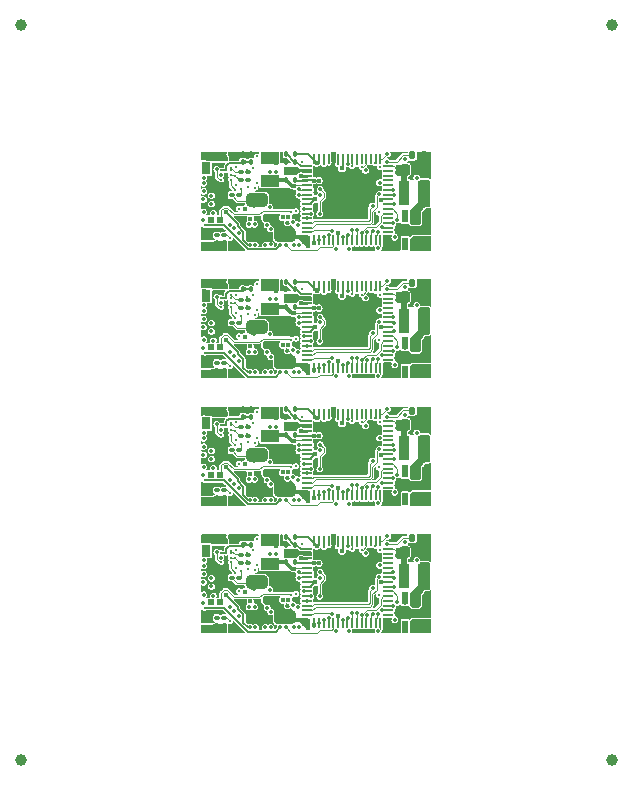
<source format=gtl>
G04 #@! TF.GenerationSoftware,KiCad,Pcbnew,8.0.8*
G04 #@! TF.CreationDate,2025-02-11T23:37:15-05:00*
G04 #@! TF.ProjectId,panel,70616e65-6c2e-46b6-9963-61645f706362,rev?*
G04 #@! TF.SameCoordinates,Original*
G04 #@! TF.FileFunction,Copper,L1,Top*
G04 #@! TF.FilePolarity,Positive*
%FSLAX46Y46*%
G04 Gerber Fmt 4.6, Leading zero omitted, Abs format (unit mm)*
G04 Created by KiCad (PCBNEW 8.0.8) date 2025-02-11 23:37:15*
%MOMM*%
%LPD*%
G01*
G04 APERTURE LIST*
G04 Aperture macros list*
%AMRoundRect*
0 Rectangle with rounded corners*
0 $1 Rounding radius*
0 $2 $3 $4 $5 $6 $7 $8 $9 X,Y pos of 4 corners*
0 Add a 4 corners polygon primitive as box body*
4,1,4,$2,$3,$4,$5,$6,$7,$8,$9,$2,$3,0*
0 Add four circle primitives for the rounded corners*
1,1,$1+$1,$2,$3*
1,1,$1+$1,$4,$5*
1,1,$1+$1,$6,$7*
1,1,$1+$1,$8,$9*
0 Add four rect primitives between the rounded corners*
20,1,$1+$1,$2,$3,$4,$5,0*
20,1,$1+$1,$4,$5,$6,$7,0*
20,1,$1+$1,$6,$7,$8,$9,0*
20,1,$1+$1,$8,$9,$2,$3,0*%
G04 Aperture macros list end*
G04 #@! TA.AperFunction,SMDPad,CuDef*
%ADD10RoundRect,0.250000X-0.650000X0.325000X-0.650000X-0.325000X0.650000X-0.325000X0.650000X0.325000X0*%
G04 #@! TD*
G04 #@! TA.AperFunction,SMDPad,CuDef*
%ADD11RoundRect,0.100000X-0.130000X-0.100000X0.130000X-0.100000X0.130000X0.100000X-0.130000X0.100000X0*%
G04 #@! TD*
G04 #@! TA.AperFunction,SMDPad,CuDef*
%ADD12RoundRect,0.100000X0.100000X-0.130000X0.100000X0.130000X-0.100000X0.130000X-0.100000X-0.130000X0*%
G04 #@! TD*
G04 #@! TA.AperFunction,SMDPad,CuDef*
%ADD13RoundRect,0.250000X0.650000X-0.325000X0.650000X0.325000X-0.650000X0.325000X-0.650000X-0.325000X0*%
G04 #@! TD*
G04 #@! TA.AperFunction,SMDPad,CuDef*
%ADD14R,0.550000X1.100000*%
G04 #@! TD*
G04 #@! TA.AperFunction,SMDPad,CuDef*
%ADD15R,0.800000X1.050000*%
G04 #@! TD*
G04 #@! TA.AperFunction,SMDPad,CuDef*
%ADD16R,0.800000X0.650000*%
G04 #@! TD*
G04 #@! TA.AperFunction,SMDPad,CuDef*
%ADD17R,0.200000X0.880000*%
G04 #@! TD*
G04 #@! TA.AperFunction,SMDPad,CuDef*
%ADD18R,0.880000X0.200000*%
G04 #@! TD*
G04 #@! TA.AperFunction,SMDPad,CuDef*
%ADD19R,3.400000X3.400000*%
G04 #@! TD*
G04 #@! TA.AperFunction,SMDPad,CuDef*
%ADD20C,0.230000*%
G04 #@! TD*
G04 #@! TA.AperFunction,SMDPad,CuDef*
%ADD21R,0.950000X2.100000*%
G04 #@! TD*
G04 #@! TA.AperFunction,SMDPad,CuDef*
%ADD22RoundRect,0.100000X-0.100000X0.130000X-0.100000X-0.130000X0.100000X-0.130000X0.100000X0.130000X0*%
G04 #@! TD*
G04 #@! TA.AperFunction,SMDPad,CuDef*
%ADD23RoundRect,0.147500X0.147500X0.172500X-0.147500X0.172500X-0.147500X-0.172500X0.147500X-0.172500X0*%
G04 #@! TD*
G04 #@! TA.AperFunction,SMDPad,CuDef*
%ADD24C,1.000000*%
G04 #@! TD*
G04 #@! TA.AperFunction,SMDPad,CuDef*
%ADD25RoundRect,0.225000X-0.225000X-0.250000X0.225000X-0.250000X0.225000X0.250000X-0.225000X0.250000X0*%
G04 #@! TD*
G04 #@! TA.AperFunction,SMDPad,CuDef*
%ADD26R,1.050000X0.800000*%
G04 #@! TD*
G04 #@! TA.AperFunction,SMDPad,CuDef*
%ADD27R,0.650000X0.800000*%
G04 #@! TD*
G04 #@! TA.AperFunction,SMDPad,CuDef*
%ADD28R,1.600000X1.000000*%
G04 #@! TD*
G04 #@! TA.AperFunction,SMDPad,CuDef*
%ADD29R,0.550000X0.550000*%
G04 #@! TD*
G04 #@! TA.AperFunction,ViaPad*
%ADD30C,0.400000*%
G04 #@! TD*
G04 #@! TA.AperFunction,ViaPad*
%ADD31C,0.450000*%
G04 #@! TD*
G04 #@! TA.AperFunction,ViaPad*
%ADD32C,0.350000*%
G04 #@! TD*
G04 #@! TA.AperFunction,ViaPad*
%ADD33C,0.300000*%
G04 #@! TD*
G04 #@! TA.AperFunction,Conductor*
%ADD34C,0.200000*%
G04 #@! TD*
G04 #@! TA.AperFunction,Conductor*
%ADD35C,0.120000*%
G04 #@! TD*
G04 #@! TA.AperFunction,Conductor*
%ADD36C,0.300000*%
G04 #@! TD*
G04 #@! TA.AperFunction,Conductor*
%ADD37C,0.500000*%
G04 #@! TD*
G04 #@! TA.AperFunction,Conductor*
%ADD38C,0.150000*%
G04 #@! TD*
G04 #@! TA.AperFunction,Conductor*
%ADD39C,0.350000*%
G04 #@! TD*
G04 #@! TA.AperFunction,Conductor*
%ADD40C,0.250000*%
G04 #@! TD*
G04 APERTURE END LIST*
D10*
G04 #@! TO.P,C8,1*
G04 #@! TO.N,Board_2-+3.3V*
X29960000Y-40285000D03*
G04 #@! TO.P,C8,2*
G04 #@! TO.N,Board_2-GND*
X29960000Y-43235000D03*
G04 #@! TD*
D11*
G04 #@! TO.P,R19,1*
G04 #@! TO.N,Board_0-+3.3V*
X27830000Y-18280000D03*
G04 #@! TO.P,R19,2*
G04 #@! TO.N,Board_0-Net-(Q7B-E2)*
X28470000Y-18280000D03*
G04 #@! TD*
D12*
G04 #@! TO.P,C28,1*
G04 #@! TO.N,Board_1-+3.3V*
X29460000Y-26280000D03*
G04 #@! TO.P,C28,2*
G04 #@! TO.N,Board_1-GND*
X29460000Y-25640000D03*
G04 #@! TD*
D11*
G04 #@! TO.P,R16,1*
G04 #@! TO.N,Board_2-/SPEAKER_N*
X28620000Y-38650000D03*
G04 #@! TO.P,R16,2*
G04 #@! TO.N,Board_2-/USB_N*
X29260000Y-38650000D03*
G04 #@! TD*
D12*
G04 #@! TO.P,R15,1*
G04 #@! TO.N,Board_3-Net-(U4-VREG_AVDD)*
X33166559Y-47880022D03*
G04 #@! TO.P,R15,2*
G04 #@! TO.N,Board_3-+3.3V*
X33166559Y-47240022D03*
G04 #@! TD*
D13*
G04 #@! TO.P,C21,1*
G04 #@! TO.N,Board_0-/CAP_VDC*
X32340000Y-21635000D03*
G04 #@! TO.P,C21,2*
G04 #@! TO.N,Board_0-GND*
X32340000Y-18685000D03*
G04 #@! TD*
D12*
G04 #@! TO.P,C27,1*
G04 #@! TO.N,Board_2-+3.3V*
X28760000Y-37080000D03*
G04 #@! TO.P,C27,2*
G04 #@! TO.N,Board_2-GND*
X28760000Y-36440000D03*
G04 #@! TD*
G04 #@! TO.P,C27,1*
G04 #@! TO.N,Board_0-+3.3V*
X28760000Y-15480000D03*
G04 #@! TO.P,C27,2*
G04 #@! TO.N,Board_0-GND*
X28760000Y-14840000D03*
G04 #@! TD*
D14*
G04 #@! TO.P,U2,1,FB*
G04 #@! TO.N,Board_2-+3.3V*
X42520000Y-44040000D03*
G04 #@! TO.P,U2,2,EN*
G04 #@! TO.N,Board_2-/CAP_VDC*
X43470000Y-44040000D03*
G04 #@! TO.P,U2,3,IN*
X44420000Y-44040000D03*
G04 #@! TO.P,U2,4,GND*
G04 #@! TO.N,Board_2-GND*
X44420000Y-41640000D03*
G04 #@! TO.P,U2,5,SW*
G04 #@! TO.N,Board_2-/SWITCH*
X43470000Y-41640000D03*
G04 #@! TO.P,U2,6,BST*
G04 #@! TO.N,Board_2-Net-(U2-BST)*
X42520000Y-41640000D03*
G04 #@! TD*
D15*
G04 #@! TO.P,D4,1,K*
G04 #@! TO.N,Board_3-VDC*
X25660000Y-54000000D03*
D16*
G04 #@! TO.P,D4,2,A*
G04 #@! TO.N,Board_3-/TRACK_RIGHT*
X25660000Y-55060000D03*
G04 #@! TD*
D17*
G04 #@! TO.P,U4,1,IOVDD*
G04 #@! TO.N,Board_0-+3.3V*
X34840000Y-22090000D03*
G04 #@! TO.P,U4,2,GPIO0*
G04 #@! TO.N,Board_0-/AUX11*
X35240000Y-22090000D03*
G04 #@! TO.P,U4,3,GPIO1*
G04 #@! TO.N,Board_0-/AUX12*
X35640000Y-22090000D03*
G04 #@! TO.P,U4,4,GPIO2*
G04 #@! TO.N,Board_0-/GPIO2*
X36040000Y-22090000D03*
G04 #@! TO.P,U4,5,GPIO3*
G04 #@! TO.N,Board_0-/GPIO3*
X36440000Y-22090000D03*
G04 #@! TO.P,U4,6,DVDD*
G04 #@! TO.N,Board_0-+1V1*
X36840000Y-22090000D03*
G04 #@! TO.P,U4,7,GPIO4*
G04 #@! TO.N,Board_0-/GPIO4*
X37240000Y-22090000D03*
G04 #@! TO.P,U4,8,GPIO5*
G04 #@! TO.N,Board_0-/GPIO5*
X37640000Y-22090000D03*
G04 #@! TO.P,U4,9,GPIO6*
G04 #@! TO.N,Board_0-/GPIO6*
X38040000Y-22090000D03*
G04 #@! TO.P,U4,10,GPIO7*
G04 #@! TO.N,Board_0-/GPIO7*
X38440000Y-22090000D03*
G04 #@! TO.P,U4,11,IOVDD*
G04 #@! TO.N,Board_0-+3.3V*
X38840000Y-22090000D03*
G04 #@! TO.P,U4,12,GPIO8*
G04 #@! TO.N,Board_0-/GPIO8*
X39240000Y-22090000D03*
G04 #@! TO.P,U4,13,GPIO9*
G04 #@! TO.N,Board_0-/GPIO9*
X39640000Y-22090000D03*
G04 #@! TO.P,U4,14,GPIO10*
G04 #@! TO.N,Board_0-/AUX10*
X40040000Y-22090000D03*
G04 #@! TO.P,U4,15,GPIO11*
G04 #@! TO.N,Board_0-/RC_TX*
X40440000Y-22090000D03*
D18*
G04 #@! TO.P,U4,16,GPIO12*
G04 #@! TO.N,Board_0-unconnected-(U4-GPIO12-Pad16)*
X41080000Y-21450000D03*
G04 #@! TO.P,U4,17,GPIO13*
G04 #@! TO.N,Board_0-/AUX4*
X41080000Y-21050000D03*
G04 #@! TO.P,U4,18,GPIO14*
G04 #@! TO.N,Board_0-/AUX3*
X41080000Y-20650000D03*
G04 #@! TO.P,U4,19,GPIO15*
G04 #@! TO.N,Board_0-unconnected-(U4-GPIO15-Pad19)*
X41080000Y-20250000D03*
G04 #@! TO.P,U4,20,IOVDD*
G04 #@! TO.N,Board_0-+3.3V*
X41080000Y-19850000D03*
G04 #@! TO.P,U4,21,XIN*
G04 #@! TO.N,Board_0-/XIN*
X41080000Y-19450000D03*
G04 #@! TO.P,U4,22,XOUT*
G04 #@! TO.N,Board_0-/XOUT*
X41080000Y-19050000D03*
G04 #@! TO.P,U4,23,DVDD*
G04 #@! TO.N,Board_0-+1V1*
X41080000Y-18650000D03*
G04 #@! TO.P,U4,24,SWCLK*
G04 #@! TO.N,Board_0-/SWCLK*
X41080000Y-18250000D03*
G04 #@! TO.P,U4,25,SWDIO*
G04 #@! TO.N,Board_0-/SWDIO*
X41080000Y-17850000D03*
G04 #@! TO.P,U4,26,RUN*
G04 #@! TO.N,Board_0-unconnected-(U4-RUN-Pad26)*
X41080000Y-17450000D03*
G04 #@! TO.P,U4,27,GPIO16*
G04 #@! TO.N,Board_0-unconnected-(U4-GPIO16-Pad27)*
X41080000Y-17050000D03*
G04 #@! TO.P,U4,28,GPIO17*
G04 #@! TO.N,Board_0-unconnected-(U4-GPIO17-Pad28)*
X41080000Y-16650000D03*
G04 #@! TO.P,U4,29,GPIO18*
G04 #@! TO.N,Board_0-unconnected-(U4-GPIO18-Pad29)*
X41080000Y-16250000D03*
G04 #@! TO.P,U4,30,IOVDD*
G04 #@! TO.N,Board_0-+3.3V*
X41080000Y-15850000D03*
D17*
G04 #@! TO.P,U4,31,GPIO19*
G04 #@! TO.N,Board_0-Net-(U4-GPIO19)*
X40440000Y-15210000D03*
G04 #@! TO.P,U4,32,GPIO20*
G04 #@! TO.N,Board_0-/CAP_ENABLE*
X40050000Y-15210000D03*
G04 #@! TO.P,U4,33,GPIO21*
G04 #@! TO.N,Board_0-/GPIO21*
X39650000Y-15210000D03*
G04 #@! TO.P,U4,34,GPIO22*
G04 #@! TO.N,Board_0-/I2S_LRCLK*
X39250000Y-15210000D03*
G04 #@! TO.P,U4,35,GPIO23*
G04 #@! TO.N,Board_0-/I2S_DIN*
X38850000Y-15210000D03*
G04 #@! TO.P,U4,36,GPIO24*
G04 #@! TO.N,Board_0-/I2S_BCLK*
X38450000Y-15210000D03*
G04 #@! TO.P,U4,37,GPIO25*
G04 #@! TO.N,Board_0-/GPIO25*
X38050000Y-15210000D03*
G04 #@! TO.P,U4,38,IOVDD*
G04 #@! TO.N,Board_0-+3.3V*
X37650000Y-15210000D03*
G04 #@! TO.P,U4,39,DVDD*
G04 #@! TO.N,Board_0-+1V1*
X37250000Y-15210000D03*
G04 #@! TO.P,U4,40,GPIO26_ADC0*
G04 #@! TO.N,Board_0-/GPIO26*
X36850000Y-15210000D03*
G04 #@! TO.P,U4,41,GPIO27_ADC1*
G04 #@! TO.N,Board_0-GND*
X36450000Y-15210000D03*
G04 #@! TO.P,U4,42,GPIO28_ADC2*
G04 #@! TO.N,Board_0-/ADC_EMF_A*
X36050000Y-15210000D03*
G04 #@! TO.P,U4,43,GPIO29_ADC3*
G04 #@! TO.N,Board_0-/ADC_EMF_B*
X35650000Y-15210000D03*
G04 #@! TO.P,U4,44,ADC_AVDD*
G04 #@! TO.N,Board_0-+3.3V*
X35250000Y-15210000D03*
G04 #@! TO.P,U4,45,IOVDD*
X34850000Y-15210000D03*
D18*
G04 #@! TO.P,U4,46,VREG_AVDD*
G04 #@! TO.N,Board_0-Net-(U4-VREG_AVDD)*
X34200000Y-15850000D03*
G04 #@! TO.P,U4,47,VREG_PGND*
G04 #@! TO.N,Board_0-GND*
X34200000Y-16250000D03*
G04 #@! TO.P,U4,48,VREG_LX*
G04 #@! TO.N,Board_0-Net-(U4-VREG_LX)*
X34200000Y-16650000D03*
G04 #@! TO.P,U4,49,VREG_VIN*
G04 #@! TO.N,Board_0-+3.3V*
X34200000Y-17050000D03*
G04 #@! TO.P,U4,50,VREG_FB*
G04 #@! TO.N,Board_0-+1V1*
X34200000Y-17450000D03*
G04 #@! TO.P,U4,51,USB_DM*
G04 #@! TO.N,Board_0-/USB_P*
X34200000Y-17850000D03*
G04 #@! TO.P,U4,52,USB_DP*
G04 #@! TO.N,Board_0-/USB_N*
X34200000Y-18250000D03*
G04 #@! TO.P,U4,53,USB_OTP_VDD*
G04 #@! TO.N,Board_0-+3.3V*
X34200000Y-18650000D03*
G04 #@! TO.P,U4,54,QSPI_IOVDD*
X34200000Y-19050000D03*
G04 #@! TO.P,U4,55,QSPI_SD3*
G04 #@! TO.N,Board_0-/QSPI_SD3*
X34200000Y-19450000D03*
G04 #@! TO.P,U4,56,QSPI_SCLK*
G04 #@! TO.N,Board_0-/QSPI_SCLK*
X34200000Y-19850000D03*
G04 #@! TO.P,U4,57,QSPI_SD0*
G04 #@! TO.N,Board_0-/QSPI_SD0*
X34200000Y-20250000D03*
G04 #@! TO.P,U4,58,QSPI_SD2*
G04 #@! TO.N,Board_0-/QSPI_SD2*
X34200000Y-20650000D03*
G04 #@! TO.P,U4,59,QSPI_SD1*
G04 #@! TO.N,Board_0-/QSPI_SD1*
X34200000Y-21050000D03*
G04 #@! TO.P,U4,60,QSPI_SS*
G04 #@! TO.N,Board_0-/QSPI_CS*
X34200000Y-21450000D03*
D19*
G04 #@! TO.P,U4,61,GND*
G04 #@! TO.N,Board_0-GND*
X37640000Y-18650000D03*
G04 #@! TD*
D12*
G04 #@! TO.P,C27,1*
G04 #@! TO.N,Board_1-+3.3V*
X28760000Y-26280000D03*
G04 #@! TO.P,C27,2*
G04 #@! TO.N,Board_1-GND*
X28760000Y-25640000D03*
G04 #@! TD*
D20*
G04 #@! TO.P,U5,A1,~{SD_MODE}*
G04 #@! TO.N,Board_0-+3.3V*
X26968733Y-16187200D03*
G04 #@! TO.P,U5,A2,VDD*
X27368733Y-16187200D03*
G04 #@! TO.P,U5,A3,OUTP*
G04 #@! TO.N,Board_0-/SPEAKER_P*
X27768733Y-16187200D03*
G04 #@! TO.P,U5,B1,DIN*
G04 #@! TO.N,Board_0-/I2S_DIN*
X26968733Y-16587200D03*
G04 #@! TO.P,U5,B2,GAIN_SLOT*
G04 #@! TO.N,Board_0-GND*
X27368733Y-16587200D03*
G04 #@! TO.P,U5,B3,OUTN*
G04 #@! TO.N,Board_0-/SPEAKER_N*
X27768733Y-16587200D03*
G04 #@! TO.P,U5,C1,BCLK*
G04 #@! TO.N,Board_0-/I2S_BCLK*
X26968733Y-16987200D03*
G04 #@! TO.P,U5,C2,GND*
G04 #@! TO.N,Board_0-GND*
X27368733Y-16987200D03*
G04 #@! TO.P,U5,C3,LRCLK*
G04 #@! TO.N,Board_0-/I2S_LRCLK*
X27768733Y-16987200D03*
G04 #@! TD*
D21*
G04 #@! TO.P,L1,1,1*
G04 #@! TO.N,Board_1-/SWITCH*
X44107500Y-28910000D03*
G04 #@! TO.P,L1,2,2*
G04 #@! TO.N,Board_1-+3.3V*
X42432500Y-28910000D03*
G04 #@! TD*
D13*
G04 #@! TO.P,C21,1*
G04 #@! TO.N,Board_1-/CAP_VDC*
X32340000Y-32435000D03*
G04 #@! TO.P,C21,2*
G04 #@! TO.N,Board_1-GND*
X32340000Y-29485000D03*
G04 #@! TD*
D22*
G04 #@! TO.P,C12,1*
G04 #@! TO.N,Board_3-GND*
X33160000Y-48730000D03*
G04 #@! TO.P,C12,2*
G04 #@! TO.N,Board_3-+3.3V*
X33160000Y-49370000D03*
G04 #@! TD*
D15*
G04 #@! TO.P,D3,1,K*
G04 #@! TO.N,Board_0-VDC*
X25660000Y-16000000D03*
D16*
G04 #@! TO.P,D3,2,A*
G04 #@! TO.N,Board_0-/TRACK_LEFT*
X25660000Y-14940000D03*
G04 #@! TD*
D23*
G04 #@! TO.P,D7,1,K*
G04 #@! TO.N,Board_3-GND*
X44095000Y-47330000D03*
G04 #@! TO.P,D7,2,A*
G04 #@! TO.N,Board_3-Net-(D7-A)*
X43125000Y-47330000D03*
G04 #@! TD*
D15*
G04 #@! TO.P,D3,1,K*
G04 #@! TO.N,Board_3-VDC*
X25660000Y-48400000D03*
D16*
G04 #@! TO.P,D3,2,A*
G04 #@! TO.N,Board_3-/TRACK_LEFT*
X25660000Y-47340000D03*
G04 #@! TD*
D24*
G04 #@! TO.P,KiKit_FID_T_2,*
G04 #@! TO.N,*
X60000000Y-3850000D03*
G04 #@! TD*
D12*
G04 #@! TO.P,R15,1*
G04 #@! TO.N,Board_1-Net-(U4-VREG_AVDD)*
X33166559Y-26280022D03*
G04 #@! TO.P,R15,2*
G04 #@! TO.N,Board_1-+3.3V*
X33166559Y-25640022D03*
G04 #@! TD*
D20*
G04 #@! TO.P,U5,A1,~{SD_MODE}*
G04 #@! TO.N,Board_3-+3.3V*
X26968733Y-48587200D03*
G04 #@! TO.P,U5,A2,VDD*
X27368733Y-48587200D03*
G04 #@! TO.P,U5,A3,OUTP*
G04 #@! TO.N,Board_3-/SPEAKER_P*
X27768733Y-48587200D03*
G04 #@! TO.P,U5,B1,DIN*
G04 #@! TO.N,Board_3-/I2S_DIN*
X26968733Y-48987200D03*
G04 #@! TO.P,U5,B2,GAIN_SLOT*
G04 #@! TO.N,Board_3-GND*
X27368733Y-48987200D03*
G04 #@! TO.P,U5,B3,OUTN*
G04 #@! TO.N,Board_3-/SPEAKER_N*
X27768733Y-48987200D03*
G04 #@! TO.P,U5,C1,BCLK*
G04 #@! TO.N,Board_3-/I2S_BCLK*
X26968733Y-49387200D03*
G04 #@! TO.P,U5,C2,GND*
G04 #@! TO.N,Board_3-GND*
X27368733Y-49387200D03*
G04 #@! TO.P,U5,C3,LRCLK*
G04 #@! TO.N,Board_3-/I2S_LRCLK*
X27768733Y-49387200D03*
G04 #@! TD*
D23*
G04 #@! TO.P,D7,1,K*
G04 #@! TO.N,Board_1-GND*
X44095000Y-25730000D03*
G04 #@! TO.P,D7,2,A*
G04 #@! TO.N,Board_1-Net-(D7-A)*
X43125000Y-25730000D03*
G04 #@! TD*
D25*
G04 #@! TO.P,C7,1*
G04 #@! TO.N,Board_3-+3.3V*
X42475000Y-48530000D03*
G04 #@! TO.P,C7,2*
G04 #@! TO.N,Board_3-GND*
X44025000Y-48530000D03*
G04 #@! TD*
D12*
G04 #@! TO.P,R15,1*
G04 #@! TO.N,Board_0-Net-(U4-VREG_AVDD)*
X33166559Y-15480022D03*
G04 #@! TO.P,R15,2*
G04 #@! TO.N,Board_0-+3.3V*
X33166559Y-14840022D03*
G04 #@! TD*
D11*
G04 #@! TO.P,R10,1*
G04 #@! TO.N,Board_0-/SPEAKER_P*
X28620000Y-16350000D03*
G04 #@! TO.P,R10,2*
G04 #@! TO.N,Board_0-/USB_P*
X29260000Y-16350000D03*
G04 #@! TD*
D21*
G04 #@! TO.P,L1,1,1*
G04 #@! TO.N,Board_0-/SWITCH*
X44107500Y-18110000D03*
G04 #@! TO.P,L1,2,2*
G04 #@! TO.N,Board_0-+3.3V*
X42432500Y-18110000D03*
G04 #@! TD*
D12*
G04 #@! TO.P,R15,1*
G04 #@! TO.N,Board_2-Net-(U4-VREG_AVDD)*
X33166559Y-37080022D03*
G04 #@! TO.P,R15,2*
G04 #@! TO.N,Board_2-+3.3V*
X33166559Y-36440022D03*
G04 #@! TD*
D21*
G04 #@! TO.P,L1,1,1*
G04 #@! TO.N,Board_3-/SWITCH*
X44107500Y-50510000D03*
G04 #@! TO.P,L1,2,2*
G04 #@! TO.N,Board_3-+3.3V*
X42432500Y-50510000D03*
G04 #@! TD*
D17*
G04 #@! TO.P,U4,1,IOVDD*
G04 #@! TO.N,Board_2-+3.3V*
X34840000Y-43690000D03*
G04 #@! TO.P,U4,2,GPIO0*
G04 #@! TO.N,Board_2-/AUX11*
X35240000Y-43690000D03*
G04 #@! TO.P,U4,3,GPIO1*
G04 #@! TO.N,Board_2-/AUX12*
X35640000Y-43690000D03*
G04 #@! TO.P,U4,4,GPIO2*
G04 #@! TO.N,Board_2-/GPIO2*
X36040000Y-43690000D03*
G04 #@! TO.P,U4,5,GPIO3*
G04 #@! TO.N,Board_2-/GPIO3*
X36440000Y-43690000D03*
G04 #@! TO.P,U4,6,DVDD*
G04 #@! TO.N,Board_2-+1V1*
X36840000Y-43690000D03*
G04 #@! TO.P,U4,7,GPIO4*
G04 #@! TO.N,Board_2-/GPIO4*
X37240000Y-43690000D03*
G04 #@! TO.P,U4,8,GPIO5*
G04 #@! TO.N,Board_2-/GPIO5*
X37640000Y-43690000D03*
G04 #@! TO.P,U4,9,GPIO6*
G04 #@! TO.N,Board_2-/GPIO6*
X38040000Y-43690000D03*
G04 #@! TO.P,U4,10,GPIO7*
G04 #@! TO.N,Board_2-/GPIO7*
X38440000Y-43690000D03*
G04 #@! TO.P,U4,11,IOVDD*
G04 #@! TO.N,Board_2-+3.3V*
X38840000Y-43690000D03*
G04 #@! TO.P,U4,12,GPIO8*
G04 #@! TO.N,Board_2-/GPIO8*
X39240000Y-43690000D03*
G04 #@! TO.P,U4,13,GPIO9*
G04 #@! TO.N,Board_2-/GPIO9*
X39640000Y-43690000D03*
G04 #@! TO.P,U4,14,GPIO10*
G04 #@! TO.N,Board_2-/AUX10*
X40040000Y-43690000D03*
G04 #@! TO.P,U4,15,GPIO11*
G04 #@! TO.N,Board_2-/RC_TX*
X40440000Y-43690000D03*
D18*
G04 #@! TO.P,U4,16,GPIO12*
G04 #@! TO.N,Board_2-unconnected-(U4-GPIO12-Pad16)*
X41080000Y-43050000D03*
G04 #@! TO.P,U4,17,GPIO13*
G04 #@! TO.N,Board_2-/AUX4*
X41080000Y-42650000D03*
G04 #@! TO.P,U4,18,GPIO14*
G04 #@! TO.N,Board_2-/AUX3*
X41080000Y-42250000D03*
G04 #@! TO.P,U4,19,GPIO15*
G04 #@! TO.N,Board_2-unconnected-(U4-GPIO15-Pad19)*
X41080000Y-41850000D03*
G04 #@! TO.P,U4,20,IOVDD*
G04 #@! TO.N,Board_2-+3.3V*
X41080000Y-41450000D03*
G04 #@! TO.P,U4,21,XIN*
G04 #@! TO.N,Board_2-/XIN*
X41080000Y-41050000D03*
G04 #@! TO.P,U4,22,XOUT*
G04 #@! TO.N,Board_2-/XOUT*
X41080000Y-40650000D03*
G04 #@! TO.P,U4,23,DVDD*
G04 #@! TO.N,Board_2-+1V1*
X41080000Y-40250000D03*
G04 #@! TO.P,U4,24,SWCLK*
G04 #@! TO.N,Board_2-/SWCLK*
X41080000Y-39850000D03*
G04 #@! TO.P,U4,25,SWDIO*
G04 #@! TO.N,Board_2-/SWDIO*
X41080000Y-39450000D03*
G04 #@! TO.P,U4,26,RUN*
G04 #@! TO.N,Board_2-unconnected-(U4-RUN-Pad26)*
X41080000Y-39050000D03*
G04 #@! TO.P,U4,27,GPIO16*
G04 #@! TO.N,Board_2-unconnected-(U4-GPIO16-Pad27)*
X41080000Y-38650000D03*
G04 #@! TO.P,U4,28,GPIO17*
G04 #@! TO.N,Board_2-unconnected-(U4-GPIO17-Pad28)*
X41080000Y-38250000D03*
G04 #@! TO.P,U4,29,GPIO18*
G04 #@! TO.N,Board_2-unconnected-(U4-GPIO18-Pad29)*
X41080000Y-37850000D03*
G04 #@! TO.P,U4,30,IOVDD*
G04 #@! TO.N,Board_2-+3.3V*
X41080000Y-37450000D03*
D17*
G04 #@! TO.P,U4,31,GPIO19*
G04 #@! TO.N,Board_2-Net-(U4-GPIO19)*
X40440000Y-36810000D03*
G04 #@! TO.P,U4,32,GPIO20*
G04 #@! TO.N,Board_2-/CAP_ENABLE*
X40050000Y-36810000D03*
G04 #@! TO.P,U4,33,GPIO21*
G04 #@! TO.N,Board_2-/GPIO21*
X39650000Y-36810000D03*
G04 #@! TO.P,U4,34,GPIO22*
G04 #@! TO.N,Board_2-/I2S_LRCLK*
X39250000Y-36810000D03*
G04 #@! TO.P,U4,35,GPIO23*
G04 #@! TO.N,Board_2-/I2S_DIN*
X38850000Y-36810000D03*
G04 #@! TO.P,U4,36,GPIO24*
G04 #@! TO.N,Board_2-/I2S_BCLK*
X38450000Y-36810000D03*
G04 #@! TO.P,U4,37,GPIO25*
G04 #@! TO.N,Board_2-/GPIO25*
X38050000Y-36810000D03*
G04 #@! TO.P,U4,38,IOVDD*
G04 #@! TO.N,Board_2-+3.3V*
X37650000Y-36810000D03*
G04 #@! TO.P,U4,39,DVDD*
G04 #@! TO.N,Board_2-+1V1*
X37250000Y-36810000D03*
G04 #@! TO.P,U4,40,GPIO26_ADC0*
G04 #@! TO.N,Board_2-/GPIO26*
X36850000Y-36810000D03*
G04 #@! TO.P,U4,41,GPIO27_ADC1*
G04 #@! TO.N,Board_2-GND*
X36450000Y-36810000D03*
G04 #@! TO.P,U4,42,GPIO28_ADC2*
G04 #@! TO.N,Board_2-/ADC_EMF_A*
X36050000Y-36810000D03*
G04 #@! TO.P,U4,43,GPIO29_ADC3*
G04 #@! TO.N,Board_2-/ADC_EMF_B*
X35650000Y-36810000D03*
G04 #@! TO.P,U4,44,ADC_AVDD*
G04 #@! TO.N,Board_2-+3.3V*
X35250000Y-36810000D03*
G04 #@! TO.P,U4,45,IOVDD*
X34850000Y-36810000D03*
D18*
G04 #@! TO.P,U4,46,VREG_AVDD*
G04 #@! TO.N,Board_2-Net-(U4-VREG_AVDD)*
X34200000Y-37450000D03*
G04 #@! TO.P,U4,47,VREG_PGND*
G04 #@! TO.N,Board_2-GND*
X34200000Y-37850000D03*
G04 #@! TO.P,U4,48,VREG_LX*
G04 #@! TO.N,Board_2-Net-(U4-VREG_LX)*
X34200000Y-38250000D03*
G04 #@! TO.P,U4,49,VREG_VIN*
G04 #@! TO.N,Board_2-+3.3V*
X34200000Y-38650000D03*
G04 #@! TO.P,U4,50,VREG_FB*
G04 #@! TO.N,Board_2-+1V1*
X34200000Y-39050000D03*
G04 #@! TO.P,U4,51,USB_DM*
G04 #@! TO.N,Board_2-/USB_P*
X34200000Y-39450000D03*
G04 #@! TO.P,U4,52,USB_DP*
G04 #@! TO.N,Board_2-/USB_N*
X34200000Y-39850000D03*
G04 #@! TO.P,U4,53,USB_OTP_VDD*
G04 #@! TO.N,Board_2-+3.3V*
X34200000Y-40250000D03*
G04 #@! TO.P,U4,54,QSPI_IOVDD*
X34200000Y-40650000D03*
G04 #@! TO.P,U4,55,QSPI_SD3*
G04 #@! TO.N,Board_2-/QSPI_SD3*
X34200000Y-41050000D03*
G04 #@! TO.P,U4,56,QSPI_SCLK*
G04 #@! TO.N,Board_2-/QSPI_SCLK*
X34200000Y-41450000D03*
G04 #@! TO.P,U4,57,QSPI_SD0*
G04 #@! TO.N,Board_2-/QSPI_SD0*
X34200000Y-41850000D03*
G04 #@! TO.P,U4,58,QSPI_SD2*
G04 #@! TO.N,Board_2-/QSPI_SD2*
X34200000Y-42250000D03*
G04 #@! TO.P,U4,59,QSPI_SD1*
G04 #@! TO.N,Board_2-/QSPI_SD1*
X34200000Y-42650000D03*
G04 #@! TO.P,U4,60,QSPI_SS*
G04 #@! TO.N,Board_2-/QSPI_CS*
X34200000Y-43050000D03*
D19*
G04 #@! TO.P,U4,61,GND*
G04 #@! TO.N,Board_2-GND*
X37640000Y-40250000D03*
G04 #@! TD*
D23*
G04 #@! TO.P,D7,1,K*
G04 #@! TO.N,Board_0-GND*
X44095000Y-14930000D03*
G04 #@! TO.P,D7,2,A*
G04 #@! TO.N,Board_0-Net-(D7-A)*
X43125000Y-14930000D03*
G04 #@! TD*
D15*
G04 #@! TO.P,D4,1,K*
G04 #@! TO.N,Board_0-VDC*
X25660000Y-21600000D03*
D16*
G04 #@! TO.P,D4,2,A*
G04 #@! TO.N,Board_0-/TRACK_RIGHT*
X25660000Y-22660000D03*
G04 #@! TD*
D22*
G04 #@! TO.P,C16,1*
G04 #@! TO.N,Board_1-Net-(U4-VREG_AVDD)*
X32460000Y-25640000D03*
G04 #@! TO.P,C16,2*
G04 #@! TO.N,Board_1-GND*
X32460000Y-26280000D03*
G04 #@! TD*
D24*
G04 #@! TO.P,KiKit_FID_T_3,*
G04 #@! TO.N,*
X10000000Y-66150000D03*
G04 #@! TD*
D26*
G04 #@! TO.P,D2,1,K*
G04 #@! TO.N,Board_0-/TRACK_RIGHT*
X26880000Y-22590000D03*
D27*
G04 #@! TO.P,D2,2,A*
G04 #@! TO.N,Board_0-GND*
X27940000Y-22590000D03*
G04 #@! TD*
D25*
G04 #@! TO.P,C7,1*
G04 #@! TO.N,Board_2-+3.3V*
X42475000Y-37730000D03*
G04 #@! TO.P,C7,2*
G04 #@! TO.N,Board_2-GND*
X44025000Y-37730000D03*
G04 #@! TD*
D15*
G04 #@! TO.P,D4,1,K*
G04 #@! TO.N,Board_1-VDC*
X25660000Y-32400000D03*
D16*
G04 #@! TO.P,D4,2,A*
G04 #@! TO.N,Board_1-/TRACK_RIGHT*
X25660000Y-33460000D03*
G04 #@! TD*
D10*
G04 #@! TO.P,C8,1*
G04 #@! TO.N,Board_0-+3.3V*
X29960000Y-18685000D03*
G04 #@! TO.P,C8,2*
G04 #@! TO.N,Board_0-GND*
X29960000Y-21635000D03*
G04 #@! TD*
D11*
G04 #@! TO.P,R18,1*
G04 #@! TO.N,Board_3-Net-(Q7B-B2)*
X26590000Y-54090000D03*
G04 #@! TO.P,R18,2*
G04 #@! TO.N,Board_3-/RC_TX*
X27230000Y-54090000D03*
G04 #@! TD*
D12*
G04 #@! TO.P,C11,1*
G04 #@! TO.N,Board_3-+1V1*
X32460000Y-49370000D03*
G04 #@! TO.P,C11,2*
G04 #@! TO.N,Board_3-GND*
X32460000Y-48730000D03*
G04 #@! TD*
G04 #@! TO.P,C11,1*
G04 #@! TO.N,Board_2-+1V1*
X32460000Y-38570000D03*
G04 #@! TO.P,C11,2*
G04 #@! TO.N,Board_2-GND*
X32460000Y-37930000D03*
G04 #@! TD*
D14*
G04 #@! TO.P,U2,1,FB*
G04 #@! TO.N,Board_0-+3.3V*
X42520000Y-22440000D03*
G04 #@! TO.P,U2,2,EN*
G04 #@! TO.N,Board_0-/CAP_VDC*
X43470000Y-22440000D03*
G04 #@! TO.P,U2,3,IN*
X44420000Y-22440000D03*
G04 #@! TO.P,U2,4,GND*
G04 #@! TO.N,Board_0-GND*
X44420000Y-20040000D03*
G04 #@! TO.P,U2,5,SW*
G04 #@! TO.N,Board_0-/SWITCH*
X43470000Y-20040000D03*
G04 #@! TO.P,U2,6,BST*
G04 #@! TO.N,Board_0-Net-(U2-BST)*
X42520000Y-20040000D03*
G04 #@! TD*
D28*
G04 #@! TO.P,L2,1,1*
G04 #@! TO.N,Board_1-Net-(U4-VREG_LX)*
X31060000Y-25910000D03*
G04 #@! TO.P,L2,2,2*
G04 #@! TO.N,Board_1-+1V1*
X31060000Y-27910000D03*
G04 #@! TD*
D24*
G04 #@! TO.P,KiKit_FID_T_1,*
G04 #@! TO.N,*
X10000000Y-3850000D03*
G04 #@! TD*
D26*
G04 #@! TO.P,D2,1,K*
G04 #@! TO.N,Board_3-/TRACK_RIGHT*
X26880000Y-54990000D03*
D27*
G04 #@! TO.P,D2,2,A*
G04 #@! TO.N,Board_3-GND*
X27940000Y-54990000D03*
G04 #@! TD*
D29*
G04 #@! TO.P,SW1,1,1*
G04 #@! TO.N,Board_3-unconnected-(SW1-Pad1)*
X26050000Y-52770000D03*
G04 #@! TO.P,SW1,2,2*
G04 #@! TO.N,Board_3-Net-(R5-Pad2)*
X26810000Y-52770000D03*
G04 #@! TO.P,SW1,3,3*
G04 #@! TO.N,Board_3-GND*
X26050000Y-50130000D03*
G04 #@! TO.P,SW1,4,4*
X26810000Y-50130000D03*
G04 #@! TD*
D15*
G04 #@! TO.P,D3,1,K*
G04 #@! TO.N,Board_2-VDC*
X25660000Y-37600000D03*
D16*
G04 #@! TO.P,D3,2,A*
G04 #@! TO.N,Board_2-/TRACK_LEFT*
X25660000Y-36540000D03*
G04 #@! TD*
D22*
G04 #@! TO.P,C16,1*
G04 #@! TO.N,Board_3-Net-(U4-VREG_AVDD)*
X32460000Y-47240000D03*
G04 #@! TO.P,C16,2*
G04 #@! TO.N,Board_3-GND*
X32460000Y-47880000D03*
G04 #@! TD*
D11*
G04 #@! TO.P,R18,1*
G04 #@! TO.N,Board_2-Net-(Q7B-B2)*
X26590000Y-43290000D03*
G04 #@! TO.P,R18,2*
G04 #@! TO.N,Board_2-/RC_TX*
X27230000Y-43290000D03*
G04 #@! TD*
D22*
G04 #@! TO.P,C12,1*
G04 #@! TO.N,Board_0-GND*
X33160000Y-16330000D03*
G04 #@! TO.P,C12,2*
G04 #@! TO.N,Board_0-+3.3V*
X33160000Y-16970000D03*
G04 #@! TD*
D25*
G04 #@! TO.P,C7,1*
G04 #@! TO.N,Board_0-+3.3V*
X42475000Y-16130000D03*
G04 #@! TO.P,C7,2*
G04 #@! TO.N,Board_0-GND*
X44025000Y-16130000D03*
G04 #@! TD*
D15*
G04 #@! TO.P,D3,1,K*
G04 #@! TO.N,Board_1-VDC*
X25660000Y-26800000D03*
D16*
G04 #@! TO.P,D3,2,A*
G04 #@! TO.N,Board_1-/TRACK_LEFT*
X25660000Y-25740000D03*
G04 #@! TD*
D10*
G04 #@! TO.P,C8,1*
G04 #@! TO.N,Board_1-+3.3V*
X29960000Y-29485000D03*
G04 #@! TO.P,C8,2*
G04 #@! TO.N,Board_1-GND*
X29960000Y-32435000D03*
G04 #@! TD*
D28*
G04 #@! TO.P,L2,1,1*
G04 #@! TO.N,Board_0-Net-(U4-VREG_LX)*
X31060000Y-15110000D03*
G04 #@! TO.P,L2,2,2*
G04 #@! TO.N,Board_0-+1V1*
X31060000Y-17110000D03*
G04 #@! TD*
D12*
G04 #@! TO.P,C11,1*
G04 #@! TO.N,Board_0-+1V1*
X32460000Y-16970000D03*
G04 #@! TO.P,C11,2*
G04 #@! TO.N,Board_0-GND*
X32460000Y-16330000D03*
G04 #@! TD*
D28*
G04 #@! TO.P,L2,1,1*
G04 #@! TO.N,Board_2-Net-(U4-VREG_LX)*
X31060000Y-36710000D03*
G04 #@! TO.P,L2,2,2*
G04 #@! TO.N,Board_2-+1V1*
X31060000Y-38710000D03*
G04 #@! TD*
D24*
G04 #@! TO.P,KiKit_FID_T_4,*
G04 #@! TO.N,*
X60000000Y-66150000D03*
G04 #@! TD*
D28*
G04 #@! TO.P,L2,1,1*
G04 #@! TO.N,Board_3-Net-(U4-VREG_LX)*
X31060000Y-47510000D03*
G04 #@! TO.P,L2,2,2*
G04 #@! TO.N,Board_3-+1V1*
X31060000Y-49510000D03*
G04 #@! TD*
D11*
G04 #@! TO.P,R19,1*
G04 #@! TO.N,Board_1-+3.3V*
X27830000Y-29080000D03*
G04 #@! TO.P,R19,2*
G04 #@! TO.N,Board_1-Net-(Q7B-E2)*
X28470000Y-29080000D03*
G04 #@! TD*
D22*
G04 #@! TO.P,C16,1*
G04 #@! TO.N,Board_2-Net-(U4-VREG_AVDD)*
X32460000Y-36440000D03*
G04 #@! TO.P,C16,2*
G04 #@! TO.N,Board_2-GND*
X32460000Y-37080000D03*
G04 #@! TD*
D11*
G04 #@! TO.P,R10,1*
G04 #@! TO.N,Board_1-/SPEAKER_P*
X28620000Y-27150000D03*
G04 #@! TO.P,R10,2*
G04 #@! TO.N,Board_1-/USB_P*
X29260000Y-27150000D03*
G04 #@! TD*
D26*
G04 #@! TO.P,D2,1,K*
G04 #@! TO.N,Board_2-/TRACK_RIGHT*
X26880000Y-44190000D03*
D27*
G04 #@! TO.P,D2,2,A*
G04 #@! TO.N,Board_2-GND*
X27940000Y-44190000D03*
G04 #@! TD*
D12*
G04 #@! TO.P,C28,1*
G04 #@! TO.N,Board_2-+3.3V*
X29460000Y-37080000D03*
G04 #@! TO.P,C28,2*
G04 #@! TO.N,Board_2-GND*
X29460000Y-36440000D03*
G04 #@! TD*
D26*
G04 #@! TO.P,D2,1,K*
G04 #@! TO.N,Board_1-/TRACK_RIGHT*
X26880000Y-33390000D03*
D27*
G04 #@! TO.P,D2,2,A*
G04 #@! TO.N,Board_1-GND*
X27940000Y-33390000D03*
G04 #@! TD*
D20*
G04 #@! TO.P,U5,A1,~{SD_MODE}*
G04 #@! TO.N,Board_2-+3.3V*
X26968733Y-37787200D03*
G04 #@! TO.P,U5,A2,VDD*
X27368733Y-37787200D03*
G04 #@! TO.P,U5,A3,OUTP*
G04 #@! TO.N,Board_2-/SPEAKER_P*
X27768733Y-37787200D03*
G04 #@! TO.P,U5,B1,DIN*
G04 #@! TO.N,Board_2-/I2S_DIN*
X26968733Y-38187200D03*
G04 #@! TO.P,U5,B2,GAIN_SLOT*
G04 #@! TO.N,Board_2-GND*
X27368733Y-38187200D03*
G04 #@! TO.P,U5,B3,OUTN*
G04 #@! TO.N,Board_2-/SPEAKER_N*
X27768733Y-38187200D03*
G04 #@! TO.P,U5,C1,BCLK*
G04 #@! TO.N,Board_2-/I2S_BCLK*
X26968733Y-38587200D03*
G04 #@! TO.P,U5,C2,GND*
G04 #@! TO.N,Board_2-GND*
X27368733Y-38587200D03*
G04 #@! TO.P,U5,C3,LRCLK*
G04 #@! TO.N,Board_2-/I2S_LRCLK*
X27768733Y-38587200D03*
G04 #@! TD*
D11*
G04 #@! TO.P,R10,1*
G04 #@! TO.N,Board_2-/SPEAKER_P*
X28620000Y-37950000D03*
G04 #@! TO.P,R10,2*
G04 #@! TO.N,Board_2-/USB_P*
X29260000Y-37950000D03*
G04 #@! TD*
D13*
G04 #@! TO.P,C21,1*
G04 #@! TO.N,Board_3-/CAP_VDC*
X32340000Y-54035000D03*
G04 #@! TO.P,C21,2*
G04 #@! TO.N,Board_3-GND*
X32340000Y-51085000D03*
G04 #@! TD*
D23*
G04 #@! TO.P,D7,1,K*
G04 #@! TO.N,Board_2-GND*
X44095000Y-36530000D03*
G04 #@! TO.P,D7,2,A*
G04 #@! TO.N,Board_2-Net-(D7-A)*
X43125000Y-36530000D03*
G04 #@! TD*
D13*
G04 #@! TO.P,C21,1*
G04 #@! TO.N,Board_2-/CAP_VDC*
X32340000Y-43235000D03*
G04 #@! TO.P,C21,2*
G04 #@! TO.N,Board_2-GND*
X32340000Y-40285000D03*
G04 #@! TD*
D15*
G04 #@! TO.P,D4,1,K*
G04 #@! TO.N,Board_2-VDC*
X25660000Y-43200000D03*
D16*
G04 #@! TO.P,D4,2,A*
G04 #@! TO.N,Board_2-/TRACK_RIGHT*
X25660000Y-44260000D03*
G04 #@! TD*
D11*
G04 #@! TO.P,R19,1*
G04 #@! TO.N,Board_3-+3.3V*
X27830000Y-50680000D03*
G04 #@! TO.P,R19,2*
G04 #@! TO.N,Board_3-Net-(Q7B-E2)*
X28470000Y-50680000D03*
G04 #@! TD*
D14*
G04 #@! TO.P,U2,1,FB*
G04 #@! TO.N,Board_3-+3.3V*
X42520000Y-54840000D03*
G04 #@! TO.P,U2,2,EN*
G04 #@! TO.N,Board_3-/CAP_VDC*
X43470000Y-54840000D03*
G04 #@! TO.P,U2,3,IN*
X44420000Y-54840000D03*
G04 #@! TO.P,U2,4,GND*
G04 #@! TO.N,Board_3-GND*
X44420000Y-52440000D03*
G04 #@! TO.P,U2,5,SW*
G04 #@! TO.N,Board_3-/SWITCH*
X43470000Y-52440000D03*
G04 #@! TO.P,U2,6,BST*
G04 #@! TO.N,Board_3-Net-(U2-BST)*
X42520000Y-52440000D03*
G04 #@! TD*
D12*
G04 #@! TO.P,C27,1*
G04 #@! TO.N,Board_3-+3.3V*
X28760000Y-47880000D03*
G04 #@! TO.P,C27,2*
G04 #@! TO.N,Board_3-GND*
X28760000Y-47240000D03*
G04 #@! TD*
G04 #@! TO.P,C28,1*
G04 #@! TO.N,Board_3-+3.3V*
X29460000Y-47880000D03*
G04 #@! TO.P,C28,2*
G04 #@! TO.N,Board_3-GND*
X29460000Y-47240000D03*
G04 #@! TD*
D14*
G04 #@! TO.P,U2,1,FB*
G04 #@! TO.N,Board_1-+3.3V*
X42520000Y-33240000D03*
G04 #@! TO.P,U2,2,EN*
G04 #@! TO.N,Board_1-/CAP_VDC*
X43470000Y-33240000D03*
G04 #@! TO.P,U2,3,IN*
X44420000Y-33240000D03*
G04 #@! TO.P,U2,4,GND*
G04 #@! TO.N,Board_1-GND*
X44420000Y-30840000D03*
G04 #@! TO.P,U2,5,SW*
G04 #@! TO.N,Board_1-/SWITCH*
X43470000Y-30840000D03*
G04 #@! TO.P,U2,6,BST*
G04 #@! TO.N,Board_1-Net-(U2-BST)*
X42520000Y-30840000D03*
G04 #@! TD*
D26*
G04 #@! TO.P,D1,1,K*
G04 #@! TO.N,Board_2-/TRACK_LEFT*
X26880000Y-36620000D03*
D27*
G04 #@! TO.P,D1,2,A*
G04 #@! TO.N,Board_2-GND*
X27940000Y-36620000D03*
G04 #@! TD*
D11*
G04 #@! TO.P,R18,1*
G04 #@! TO.N,Board_0-Net-(Q7B-B2)*
X26590000Y-21690000D03*
G04 #@! TO.P,R18,2*
G04 #@! TO.N,Board_0-/RC_TX*
X27230000Y-21690000D03*
G04 #@! TD*
D21*
G04 #@! TO.P,L1,1,1*
G04 #@! TO.N,Board_2-/SWITCH*
X44107500Y-39710000D03*
G04 #@! TO.P,L1,2,2*
G04 #@! TO.N,Board_2-+3.3V*
X42432500Y-39710000D03*
G04 #@! TD*
D22*
G04 #@! TO.P,C12,1*
G04 #@! TO.N,Board_1-GND*
X33160000Y-27130000D03*
G04 #@! TO.P,C12,2*
G04 #@! TO.N,Board_1-+3.3V*
X33160000Y-27770000D03*
G04 #@! TD*
D12*
G04 #@! TO.P,C11,1*
G04 #@! TO.N,Board_1-+1V1*
X32460000Y-27770000D03*
G04 #@! TO.P,C11,2*
G04 #@! TO.N,Board_1-GND*
X32460000Y-27130000D03*
G04 #@! TD*
D11*
G04 #@! TO.P,R16,1*
G04 #@! TO.N,Board_3-/SPEAKER_N*
X28620000Y-49450000D03*
G04 #@! TO.P,R16,2*
G04 #@! TO.N,Board_3-/USB_N*
X29260000Y-49450000D03*
G04 #@! TD*
G04 #@! TO.P,R18,1*
G04 #@! TO.N,Board_1-Net-(Q7B-B2)*
X26590000Y-32490000D03*
G04 #@! TO.P,R18,2*
G04 #@! TO.N,Board_1-/RC_TX*
X27230000Y-32490000D03*
G04 #@! TD*
D29*
G04 #@! TO.P,SW1,1,1*
G04 #@! TO.N,Board_1-unconnected-(SW1-Pad1)*
X26050000Y-31170000D03*
G04 #@! TO.P,SW1,2,2*
G04 #@! TO.N,Board_1-Net-(R5-Pad2)*
X26810000Y-31170000D03*
G04 #@! TO.P,SW1,3,3*
G04 #@! TO.N,Board_1-GND*
X26050000Y-28530000D03*
G04 #@! TO.P,SW1,4,4*
X26810000Y-28530000D03*
G04 #@! TD*
D20*
G04 #@! TO.P,U5,A1,~{SD_MODE}*
G04 #@! TO.N,Board_1-+3.3V*
X26968733Y-26987200D03*
G04 #@! TO.P,U5,A2,VDD*
X27368733Y-26987200D03*
G04 #@! TO.P,U5,A3,OUTP*
G04 #@! TO.N,Board_1-/SPEAKER_P*
X27768733Y-26987200D03*
G04 #@! TO.P,U5,B1,DIN*
G04 #@! TO.N,Board_1-/I2S_DIN*
X26968733Y-27387200D03*
G04 #@! TO.P,U5,B2,GAIN_SLOT*
G04 #@! TO.N,Board_1-GND*
X27368733Y-27387200D03*
G04 #@! TO.P,U5,B3,OUTN*
G04 #@! TO.N,Board_1-/SPEAKER_N*
X27768733Y-27387200D03*
G04 #@! TO.P,U5,C1,BCLK*
G04 #@! TO.N,Board_1-/I2S_BCLK*
X26968733Y-27787200D03*
G04 #@! TO.P,U5,C2,GND*
G04 #@! TO.N,Board_1-GND*
X27368733Y-27787200D03*
G04 #@! TO.P,U5,C3,LRCLK*
G04 #@! TO.N,Board_1-/I2S_LRCLK*
X27768733Y-27787200D03*
G04 #@! TD*
D17*
G04 #@! TO.P,U4,1,IOVDD*
G04 #@! TO.N,Board_3-+3.3V*
X34840000Y-54490000D03*
G04 #@! TO.P,U4,2,GPIO0*
G04 #@! TO.N,Board_3-/AUX11*
X35240000Y-54490000D03*
G04 #@! TO.P,U4,3,GPIO1*
G04 #@! TO.N,Board_3-/AUX12*
X35640000Y-54490000D03*
G04 #@! TO.P,U4,4,GPIO2*
G04 #@! TO.N,Board_3-/GPIO2*
X36040000Y-54490000D03*
G04 #@! TO.P,U4,5,GPIO3*
G04 #@! TO.N,Board_3-/GPIO3*
X36440000Y-54490000D03*
G04 #@! TO.P,U4,6,DVDD*
G04 #@! TO.N,Board_3-+1V1*
X36840000Y-54490000D03*
G04 #@! TO.P,U4,7,GPIO4*
G04 #@! TO.N,Board_3-/GPIO4*
X37240000Y-54490000D03*
G04 #@! TO.P,U4,8,GPIO5*
G04 #@! TO.N,Board_3-/GPIO5*
X37640000Y-54490000D03*
G04 #@! TO.P,U4,9,GPIO6*
G04 #@! TO.N,Board_3-/GPIO6*
X38040000Y-54490000D03*
G04 #@! TO.P,U4,10,GPIO7*
G04 #@! TO.N,Board_3-/GPIO7*
X38440000Y-54490000D03*
G04 #@! TO.P,U4,11,IOVDD*
G04 #@! TO.N,Board_3-+3.3V*
X38840000Y-54490000D03*
G04 #@! TO.P,U4,12,GPIO8*
G04 #@! TO.N,Board_3-/GPIO8*
X39240000Y-54490000D03*
G04 #@! TO.P,U4,13,GPIO9*
G04 #@! TO.N,Board_3-/GPIO9*
X39640000Y-54490000D03*
G04 #@! TO.P,U4,14,GPIO10*
G04 #@! TO.N,Board_3-/AUX10*
X40040000Y-54490000D03*
G04 #@! TO.P,U4,15,GPIO11*
G04 #@! TO.N,Board_3-/RC_TX*
X40440000Y-54490000D03*
D18*
G04 #@! TO.P,U4,16,GPIO12*
G04 #@! TO.N,Board_3-unconnected-(U4-GPIO12-Pad16)*
X41080000Y-53850000D03*
G04 #@! TO.P,U4,17,GPIO13*
G04 #@! TO.N,Board_3-/AUX4*
X41080000Y-53450000D03*
G04 #@! TO.P,U4,18,GPIO14*
G04 #@! TO.N,Board_3-/AUX3*
X41080000Y-53050000D03*
G04 #@! TO.P,U4,19,GPIO15*
G04 #@! TO.N,Board_3-unconnected-(U4-GPIO15-Pad19)*
X41080000Y-52650000D03*
G04 #@! TO.P,U4,20,IOVDD*
G04 #@! TO.N,Board_3-+3.3V*
X41080000Y-52250000D03*
G04 #@! TO.P,U4,21,XIN*
G04 #@! TO.N,Board_3-/XIN*
X41080000Y-51850000D03*
G04 #@! TO.P,U4,22,XOUT*
G04 #@! TO.N,Board_3-/XOUT*
X41080000Y-51450000D03*
G04 #@! TO.P,U4,23,DVDD*
G04 #@! TO.N,Board_3-+1V1*
X41080000Y-51050000D03*
G04 #@! TO.P,U4,24,SWCLK*
G04 #@! TO.N,Board_3-/SWCLK*
X41080000Y-50650000D03*
G04 #@! TO.P,U4,25,SWDIO*
G04 #@! TO.N,Board_3-/SWDIO*
X41080000Y-50250000D03*
G04 #@! TO.P,U4,26,RUN*
G04 #@! TO.N,Board_3-unconnected-(U4-RUN-Pad26)*
X41080000Y-49850000D03*
G04 #@! TO.P,U4,27,GPIO16*
G04 #@! TO.N,Board_3-unconnected-(U4-GPIO16-Pad27)*
X41080000Y-49450000D03*
G04 #@! TO.P,U4,28,GPIO17*
G04 #@! TO.N,Board_3-unconnected-(U4-GPIO17-Pad28)*
X41080000Y-49050000D03*
G04 #@! TO.P,U4,29,GPIO18*
G04 #@! TO.N,Board_3-unconnected-(U4-GPIO18-Pad29)*
X41080000Y-48650000D03*
G04 #@! TO.P,U4,30,IOVDD*
G04 #@! TO.N,Board_3-+3.3V*
X41080000Y-48250000D03*
D17*
G04 #@! TO.P,U4,31,GPIO19*
G04 #@! TO.N,Board_3-Net-(U4-GPIO19)*
X40440000Y-47610000D03*
G04 #@! TO.P,U4,32,GPIO20*
G04 #@! TO.N,Board_3-/CAP_ENABLE*
X40050000Y-47610000D03*
G04 #@! TO.P,U4,33,GPIO21*
G04 #@! TO.N,Board_3-/GPIO21*
X39650000Y-47610000D03*
G04 #@! TO.P,U4,34,GPIO22*
G04 #@! TO.N,Board_3-/I2S_LRCLK*
X39250000Y-47610000D03*
G04 #@! TO.P,U4,35,GPIO23*
G04 #@! TO.N,Board_3-/I2S_DIN*
X38850000Y-47610000D03*
G04 #@! TO.P,U4,36,GPIO24*
G04 #@! TO.N,Board_3-/I2S_BCLK*
X38450000Y-47610000D03*
G04 #@! TO.P,U4,37,GPIO25*
G04 #@! TO.N,Board_3-/GPIO25*
X38050000Y-47610000D03*
G04 #@! TO.P,U4,38,IOVDD*
G04 #@! TO.N,Board_3-+3.3V*
X37650000Y-47610000D03*
G04 #@! TO.P,U4,39,DVDD*
G04 #@! TO.N,Board_3-+1V1*
X37250000Y-47610000D03*
G04 #@! TO.P,U4,40,GPIO26_ADC0*
G04 #@! TO.N,Board_3-/GPIO26*
X36850000Y-47610000D03*
G04 #@! TO.P,U4,41,GPIO27_ADC1*
G04 #@! TO.N,Board_3-GND*
X36450000Y-47610000D03*
G04 #@! TO.P,U4,42,GPIO28_ADC2*
G04 #@! TO.N,Board_3-/ADC_EMF_A*
X36050000Y-47610000D03*
G04 #@! TO.P,U4,43,GPIO29_ADC3*
G04 #@! TO.N,Board_3-/ADC_EMF_B*
X35650000Y-47610000D03*
G04 #@! TO.P,U4,44,ADC_AVDD*
G04 #@! TO.N,Board_3-+3.3V*
X35250000Y-47610000D03*
G04 #@! TO.P,U4,45,IOVDD*
X34850000Y-47610000D03*
D18*
G04 #@! TO.P,U4,46,VREG_AVDD*
G04 #@! TO.N,Board_3-Net-(U4-VREG_AVDD)*
X34200000Y-48250000D03*
G04 #@! TO.P,U4,47,VREG_PGND*
G04 #@! TO.N,Board_3-GND*
X34200000Y-48650000D03*
G04 #@! TO.P,U4,48,VREG_LX*
G04 #@! TO.N,Board_3-Net-(U4-VREG_LX)*
X34200000Y-49050000D03*
G04 #@! TO.P,U4,49,VREG_VIN*
G04 #@! TO.N,Board_3-+3.3V*
X34200000Y-49450000D03*
G04 #@! TO.P,U4,50,VREG_FB*
G04 #@! TO.N,Board_3-+1V1*
X34200000Y-49850000D03*
G04 #@! TO.P,U4,51,USB_DM*
G04 #@! TO.N,Board_3-/USB_P*
X34200000Y-50250000D03*
G04 #@! TO.P,U4,52,USB_DP*
G04 #@! TO.N,Board_3-/USB_N*
X34200000Y-50650000D03*
G04 #@! TO.P,U4,53,USB_OTP_VDD*
G04 #@! TO.N,Board_3-+3.3V*
X34200000Y-51050000D03*
G04 #@! TO.P,U4,54,QSPI_IOVDD*
X34200000Y-51450000D03*
G04 #@! TO.P,U4,55,QSPI_SD3*
G04 #@! TO.N,Board_3-/QSPI_SD3*
X34200000Y-51850000D03*
G04 #@! TO.P,U4,56,QSPI_SCLK*
G04 #@! TO.N,Board_3-/QSPI_SCLK*
X34200000Y-52250000D03*
G04 #@! TO.P,U4,57,QSPI_SD0*
G04 #@! TO.N,Board_3-/QSPI_SD0*
X34200000Y-52650000D03*
G04 #@! TO.P,U4,58,QSPI_SD2*
G04 #@! TO.N,Board_3-/QSPI_SD2*
X34200000Y-53050000D03*
G04 #@! TO.P,U4,59,QSPI_SD1*
G04 #@! TO.N,Board_3-/QSPI_SD1*
X34200000Y-53450000D03*
G04 #@! TO.P,U4,60,QSPI_SS*
G04 #@! TO.N,Board_3-/QSPI_CS*
X34200000Y-53850000D03*
D19*
G04 #@! TO.P,U4,61,GND*
G04 #@! TO.N,Board_3-GND*
X37640000Y-51050000D03*
G04 #@! TD*
D29*
G04 #@! TO.P,SW1,1,1*
G04 #@! TO.N,Board_0-unconnected-(SW1-Pad1)*
X26050000Y-20370000D03*
G04 #@! TO.P,SW1,2,2*
G04 #@! TO.N,Board_0-Net-(R5-Pad2)*
X26810000Y-20370000D03*
G04 #@! TO.P,SW1,3,3*
G04 #@! TO.N,Board_0-GND*
X26050000Y-17730000D03*
G04 #@! TO.P,SW1,4,4*
X26810000Y-17730000D03*
G04 #@! TD*
D26*
G04 #@! TO.P,D1,1,K*
G04 #@! TO.N,Board_1-/TRACK_LEFT*
X26880000Y-25820000D03*
D27*
G04 #@! TO.P,D1,2,A*
G04 #@! TO.N,Board_1-GND*
X27940000Y-25820000D03*
G04 #@! TD*
D26*
G04 #@! TO.P,D1,1,K*
G04 #@! TO.N,Board_0-/TRACK_LEFT*
X26880000Y-15020000D03*
D27*
G04 #@! TO.P,D1,2,A*
G04 #@! TO.N,Board_0-GND*
X27940000Y-15020000D03*
G04 #@! TD*
D29*
G04 #@! TO.P,SW1,1,1*
G04 #@! TO.N,Board_2-unconnected-(SW1-Pad1)*
X26050000Y-41970000D03*
G04 #@! TO.P,SW1,2,2*
G04 #@! TO.N,Board_2-Net-(R5-Pad2)*
X26810000Y-41970000D03*
G04 #@! TO.P,SW1,3,3*
G04 #@! TO.N,Board_2-GND*
X26050000Y-39330000D03*
G04 #@! TO.P,SW1,4,4*
X26810000Y-39330000D03*
G04 #@! TD*
D12*
G04 #@! TO.P,C28,1*
G04 #@! TO.N,Board_0-+3.3V*
X29460000Y-15480000D03*
G04 #@! TO.P,C28,2*
G04 #@! TO.N,Board_0-GND*
X29460000Y-14840000D03*
G04 #@! TD*
D22*
G04 #@! TO.P,C12,1*
G04 #@! TO.N,Board_2-GND*
X33160000Y-37930000D03*
G04 #@! TO.P,C12,2*
G04 #@! TO.N,Board_2-+3.3V*
X33160000Y-38570000D03*
G04 #@! TD*
D11*
G04 #@! TO.P,R10,1*
G04 #@! TO.N,Board_3-/SPEAKER_P*
X28620000Y-48750000D03*
G04 #@! TO.P,R10,2*
G04 #@! TO.N,Board_3-/USB_P*
X29260000Y-48750000D03*
G04 #@! TD*
D25*
G04 #@! TO.P,C7,1*
G04 #@! TO.N,Board_1-+3.3V*
X42475000Y-26930000D03*
G04 #@! TO.P,C7,2*
G04 #@! TO.N,Board_1-GND*
X44025000Y-26930000D03*
G04 #@! TD*
D11*
G04 #@! TO.P,R16,1*
G04 #@! TO.N,Board_1-/SPEAKER_N*
X28620000Y-27850000D03*
G04 #@! TO.P,R16,2*
G04 #@! TO.N,Board_1-/USB_N*
X29260000Y-27850000D03*
G04 #@! TD*
G04 #@! TO.P,R19,1*
G04 #@! TO.N,Board_2-+3.3V*
X27830000Y-39880000D03*
G04 #@! TO.P,R19,2*
G04 #@! TO.N,Board_2-Net-(Q7B-E2)*
X28470000Y-39880000D03*
G04 #@! TD*
D10*
G04 #@! TO.P,C8,1*
G04 #@! TO.N,Board_3-+3.3V*
X29960000Y-51085000D03*
G04 #@! TO.P,C8,2*
G04 #@! TO.N,Board_3-GND*
X29960000Y-54035000D03*
G04 #@! TD*
D11*
G04 #@! TO.P,R16,1*
G04 #@! TO.N,Board_0-/SPEAKER_N*
X28620000Y-17050000D03*
G04 #@! TO.P,R16,2*
G04 #@! TO.N,Board_0-/USB_N*
X29260000Y-17050000D03*
G04 #@! TD*
D26*
G04 #@! TO.P,D1,1,K*
G04 #@! TO.N,Board_3-/TRACK_LEFT*
X26880000Y-47420000D03*
D27*
G04 #@! TO.P,D1,2,A*
G04 #@! TO.N,Board_3-GND*
X27940000Y-47420000D03*
G04 #@! TD*
D22*
G04 #@! TO.P,C16,1*
G04 #@! TO.N,Board_0-Net-(U4-VREG_AVDD)*
X32460000Y-14840000D03*
G04 #@! TO.P,C16,2*
G04 #@! TO.N,Board_0-GND*
X32460000Y-15480000D03*
G04 #@! TD*
D17*
G04 #@! TO.P,U4,1,IOVDD*
G04 #@! TO.N,Board_1-+3.3V*
X34840000Y-32890000D03*
G04 #@! TO.P,U4,2,GPIO0*
G04 #@! TO.N,Board_1-/AUX11*
X35240000Y-32890000D03*
G04 #@! TO.P,U4,3,GPIO1*
G04 #@! TO.N,Board_1-/AUX12*
X35640000Y-32890000D03*
G04 #@! TO.P,U4,4,GPIO2*
G04 #@! TO.N,Board_1-/GPIO2*
X36040000Y-32890000D03*
G04 #@! TO.P,U4,5,GPIO3*
G04 #@! TO.N,Board_1-/GPIO3*
X36440000Y-32890000D03*
G04 #@! TO.P,U4,6,DVDD*
G04 #@! TO.N,Board_1-+1V1*
X36840000Y-32890000D03*
G04 #@! TO.P,U4,7,GPIO4*
G04 #@! TO.N,Board_1-/GPIO4*
X37240000Y-32890000D03*
G04 #@! TO.P,U4,8,GPIO5*
G04 #@! TO.N,Board_1-/GPIO5*
X37640000Y-32890000D03*
G04 #@! TO.P,U4,9,GPIO6*
G04 #@! TO.N,Board_1-/GPIO6*
X38040000Y-32890000D03*
G04 #@! TO.P,U4,10,GPIO7*
G04 #@! TO.N,Board_1-/GPIO7*
X38440000Y-32890000D03*
G04 #@! TO.P,U4,11,IOVDD*
G04 #@! TO.N,Board_1-+3.3V*
X38840000Y-32890000D03*
G04 #@! TO.P,U4,12,GPIO8*
G04 #@! TO.N,Board_1-/GPIO8*
X39240000Y-32890000D03*
G04 #@! TO.P,U4,13,GPIO9*
G04 #@! TO.N,Board_1-/GPIO9*
X39640000Y-32890000D03*
G04 #@! TO.P,U4,14,GPIO10*
G04 #@! TO.N,Board_1-/AUX10*
X40040000Y-32890000D03*
G04 #@! TO.P,U4,15,GPIO11*
G04 #@! TO.N,Board_1-/RC_TX*
X40440000Y-32890000D03*
D18*
G04 #@! TO.P,U4,16,GPIO12*
G04 #@! TO.N,Board_1-unconnected-(U4-GPIO12-Pad16)*
X41080000Y-32250000D03*
G04 #@! TO.P,U4,17,GPIO13*
G04 #@! TO.N,Board_1-/AUX4*
X41080000Y-31850000D03*
G04 #@! TO.P,U4,18,GPIO14*
G04 #@! TO.N,Board_1-/AUX3*
X41080000Y-31450000D03*
G04 #@! TO.P,U4,19,GPIO15*
G04 #@! TO.N,Board_1-unconnected-(U4-GPIO15-Pad19)*
X41080000Y-31050000D03*
G04 #@! TO.P,U4,20,IOVDD*
G04 #@! TO.N,Board_1-+3.3V*
X41080000Y-30650000D03*
G04 #@! TO.P,U4,21,XIN*
G04 #@! TO.N,Board_1-/XIN*
X41080000Y-30250000D03*
G04 #@! TO.P,U4,22,XOUT*
G04 #@! TO.N,Board_1-/XOUT*
X41080000Y-29850000D03*
G04 #@! TO.P,U4,23,DVDD*
G04 #@! TO.N,Board_1-+1V1*
X41080000Y-29450000D03*
G04 #@! TO.P,U4,24,SWCLK*
G04 #@! TO.N,Board_1-/SWCLK*
X41080000Y-29050000D03*
G04 #@! TO.P,U4,25,SWDIO*
G04 #@! TO.N,Board_1-/SWDIO*
X41080000Y-28650000D03*
G04 #@! TO.P,U4,26,RUN*
G04 #@! TO.N,Board_1-unconnected-(U4-RUN-Pad26)*
X41080000Y-28250000D03*
G04 #@! TO.P,U4,27,GPIO16*
G04 #@! TO.N,Board_1-unconnected-(U4-GPIO16-Pad27)*
X41080000Y-27850000D03*
G04 #@! TO.P,U4,28,GPIO17*
G04 #@! TO.N,Board_1-unconnected-(U4-GPIO17-Pad28)*
X41080000Y-27450000D03*
G04 #@! TO.P,U4,29,GPIO18*
G04 #@! TO.N,Board_1-unconnected-(U4-GPIO18-Pad29)*
X41080000Y-27050000D03*
G04 #@! TO.P,U4,30,IOVDD*
G04 #@! TO.N,Board_1-+3.3V*
X41080000Y-26650000D03*
D17*
G04 #@! TO.P,U4,31,GPIO19*
G04 #@! TO.N,Board_1-Net-(U4-GPIO19)*
X40440000Y-26010000D03*
G04 #@! TO.P,U4,32,GPIO20*
G04 #@! TO.N,Board_1-/CAP_ENABLE*
X40050000Y-26010000D03*
G04 #@! TO.P,U4,33,GPIO21*
G04 #@! TO.N,Board_1-/GPIO21*
X39650000Y-26010000D03*
G04 #@! TO.P,U4,34,GPIO22*
G04 #@! TO.N,Board_1-/I2S_LRCLK*
X39250000Y-26010000D03*
G04 #@! TO.P,U4,35,GPIO23*
G04 #@! TO.N,Board_1-/I2S_DIN*
X38850000Y-26010000D03*
G04 #@! TO.P,U4,36,GPIO24*
G04 #@! TO.N,Board_1-/I2S_BCLK*
X38450000Y-26010000D03*
G04 #@! TO.P,U4,37,GPIO25*
G04 #@! TO.N,Board_1-/GPIO25*
X38050000Y-26010000D03*
G04 #@! TO.P,U4,38,IOVDD*
G04 #@! TO.N,Board_1-+3.3V*
X37650000Y-26010000D03*
G04 #@! TO.P,U4,39,DVDD*
G04 #@! TO.N,Board_1-+1V1*
X37250000Y-26010000D03*
G04 #@! TO.P,U4,40,GPIO26_ADC0*
G04 #@! TO.N,Board_1-/GPIO26*
X36850000Y-26010000D03*
G04 #@! TO.P,U4,41,GPIO27_ADC1*
G04 #@! TO.N,Board_1-GND*
X36450000Y-26010000D03*
G04 #@! TO.P,U4,42,GPIO28_ADC2*
G04 #@! TO.N,Board_1-/ADC_EMF_A*
X36050000Y-26010000D03*
G04 #@! TO.P,U4,43,GPIO29_ADC3*
G04 #@! TO.N,Board_1-/ADC_EMF_B*
X35650000Y-26010000D03*
G04 #@! TO.P,U4,44,ADC_AVDD*
G04 #@! TO.N,Board_1-+3.3V*
X35250000Y-26010000D03*
G04 #@! TO.P,U4,45,IOVDD*
X34850000Y-26010000D03*
D18*
G04 #@! TO.P,U4,46,VREG_AVDD*
G04 #@! TO.N,Board_1-Net-(U4-VREG_AVDD)*
X34200000Y-26650000D03*
G04 #@! TO.P,U4,47,VREG_PGND*
G04 #@! TO.N,Board_1-GND*
X34200000Y-27050000D03*
G04 #@! TO.P,U4,48,VREG_LX*
G04 #@! TO.N,Board_1-Net-(U4-VREG_LX)*
X34200000Y-27450000D03*
G04 #@! TO.P,U4,49,VREG_VIN*
G04 #@! TO.N,Board_1-+3.3V*
X34200000Y-27850000D03*
G04 #@! TO.P,U4,50,VREG_FB*
G04 #@! TO.N,Board_1-+1V1*
X34200000Y-28250000D03*
G04 #@! TO.P,U4,51,USB_DM*
G04 #@! TO.N,Board_1-/USB_P*
X34200000Y-28650000D03*
G04 #@! TO.P,U4,52,USB_DP*
G04 #@! TO.N,Board_1-/USB_N*
X34200000Y-29050000D03*
G04 #@! TO.P,U4,53,USB_OTP_VDD*
G04 #@! TO.N,Board_1-+3.3V*
X34200000Y-29450000D03*
G04 #@! TO.P,U4,54,QSPI_IOVDD*
X34200000Y-29850000D03*
G04 #@! TO.P,U4,55,QSPI_SD3*
G04 #@! TO.N,Board_1-/QSPI_SD3*
X34200000Y-30250000D03*
G04 #@! TO.P,U4,56,QSPI_SCLK*
G04 #@! TO.N,Board_1-/QSPI_SCLK*
X34200000Y-30650000D03*
G04 #@! TO.P,U4,57,QSPI_SD0*
G04 #@! TO.N,Board_1-/QSPI_SD0*
X34200000Y-31050000D03*
G04 #@! TO.P,U4,58,QSPI_SD2*
G04 #@! TO.N,Board_1-/QSPI_SD2*
X34200000Y-31450000D03*
G04 #@! TO.P,U4,59,QSPI_SD1*
G04 #@! TO.N,Board_1-/QSPI_SD1*
X34200000Y-31850000D03*
G04 #@! TO.P,U4,60,QSPI_SS*
G04 #@! TO.N,Board_1-/QSPI_CS*
X34200000Y-32250000D03*
D19*
G04 #@! TO.P,U4,61,GND*
G04 #@! TO.N,Board_1-GND*
X37640000Y-29450000D03*
G04 #@! TD*
D30*
G04 #@! TO.N,Board_0-+1V1*
X40523512Y-18662299D03*
X33137753Y-17510000D03*
D31*
X36839999Y-21500918D03*
X37193630Y-16020000D03*
D32*
G04 #@! TO.N,Board_0-+3.3V*
X42550000Y-22145002D03*
X37664998Y-15631603D03*
X38861864Y-21472829D03*
D30*
X34795876Y-22301616D03*
D31*
X41930000Y-15900000D03*
D33*
X29760000Y-19149812D03*
D32*
X29004999Y-15453100D03*
D30*
X35040000Y-15590000D03*
D33*
X29742565Y-18820594D03*
D30*
X35225003Y-17054681D03*
D32*
X26116727Y-19025001D03*
D30*
X34790000Y-17054681D03*
D33*
X29430000Y-18820594D03*
D31*
X41925310Y-16370000D03*
X34905000Y-18637629D03*
D32*
G04 #@! TO.N,Board_0-/ADC_EMF_A*
X31069689Y-19285000D03*
D33*
X36045109Y-15527811D03*
G04 #@! TO.N,Board_0-/ADC_EMF_B*
X29999998Y-17240000D03*
X35650000Y-15660000D03*
D32*
G04 #@! TO.N,Board_0-/AUX1 (VDC)*
X28038526Y-21114071D03*
X29783744Y-20751049D03*
G04 #@! TO.N,Board_0-/AUX10*
X25440000Y-18660000D03*
X40233762Y-21385539D03*
G04 #@! TO.N,Board_0-/AUX11*
X25483273Y-17275001D03*
X35331048Y-18270000D03*
X35240000Y-22090000D03*
G04 #@! TO.N,Board_0-/AUX12*
X35329779Y-17809999D03*
X35301420Y-19857140D03*
X25465589Y-16815339D03*
X35640548Y-21860052D03*
G04 #@! TO.N,Board_0-/AUX2 (VDC)*
X27700000Y-20800002D03*
X30680490Y-22491285D03*
G04 #@! TO.N,Board_0-/AUX3*
X25483273Y-17974999D03*
X41490000Y-20660000D03*
G04 #@! TO.N,Board_0-/AUX4*
X40525000Y-21029476D03*
X26116727Y-18324999D03*
G04 #@! TO.N,Board_0-/AUX5 (VDC)*
X33413367Y-20788993D03*
X25483273Y-19724999D03*
G04 #@! TO.N,Board_0-/AUX6 (VDC)*
X26285002Y-19810000D03*
X30840512Y-20809075D03*
G04 #@! TO.N,Board_0-/AUX7 (VDC)*
X33115000Y-22480618D03*
X25435000Y-20397379D03*
G04 #@! TO.N,Board_0-/AUX8 (VDC)*
X31950272Y-22496027D03*
D33*
X25578276Y-20814998D03*
G04 #@! TO.N,Board_0-/CAP_ENABLE*
X40010002Y-15560002D03*
X28477797Y-19429999D03*
X33263670Y-19636760D03*
D30*
G04 #@! TO.N,Board_0-/CAP_VDC*
X34271288Y-22558073D03*
X29412811Y-20291065D03*
D31*
X43650000Y-22620000D03*
X31097548Y-20027548D03*
X31563761Y-20025000D03*
D30*
X34270978Y-21926318D03*
X33994594Y-22236824D03*
D31*
X43960000Y-22195002D03*
D30*
X28936486Y-19464706D03*
D31*
X44280000Y-22620000D03*
D32*
G04 #@! TO.N,Board_0-/GPIO2*
X33574953Y-22487256D03*
X36054998Y-21660000D03*
D33*
G04 #@! TO.N,Board_0-/GPIO21*
X39650000Y-15039998D03*
G04 #@! TO.N,Board_0-/GPIO25*
X38050423Y-15833283D03*
D32*
X31590000Y-16314998D03*
G04 #@! TO.N,Board_0-/GPIO26*
X31090000Y-16314998D03*
D33*
X36864998Y-15630000D03*
D32*
G04 #@! TO.N,Board_0-/GPIO3*
X32410273Y-22495000D03*
G04 #@! TO.N,Board_0-/GPIO4*
X37225002Y-21845000D03*
X31140000Y-22470000D03*
G04 #@! TO.N,Board_0-/GPIO5*
X29840000Y-22495000D03*
X37654998Y-21680000D03*
G04 #@! TO.N,Board_0-/GPIO6*
X28420440Y-21520000D03*
X37986572Y-21275000D03*
G04 #@! TO.N,Board_0-/GPIO7*
X38446575Y-21275000D03*
X29309791Y-20765000D03*
G04 #@! TO.N,Board_0-/GPIO8*
X39322270Y-21430974D03*
X31137676Y-21160211D03*
G04 #@! TO.N,Board_0-/GPIO9*
X39776964Y-21331333D03*
X33011245Y-20565611D03*
G04 #@! TO.N,Board_0-/I2S_BCLK*
X26577275Y-16104980D03*
D33*
X38470000Y-15620000D03*
D32*
G04 #@! TO.N,Board_0-/I2S_DIN*
X26927070Y-16585026D03*
D33*
X38850000Y-15210000D03*
G04 #@! TO.N,Board_0-/I2S_LRCLK*
X28162033Y-17865990D03*
X38867602Y-15910002D03*
D32*
G04 #@! TO.N,Board_0-/LAMP_FRONT*
X29380000Y-22495000D03*
D30*
X27331179Y-19725000D03*
D32*
G04 #@! TO.N,Board_0-/QSPI_CS*
X36363597Y-21318871D03*
G04 #@! TO.N,Board_0-/QSPI_SCLK*
X34516345Y-19865000D03*
G04 #@! TO.N,Board_0-/QSPI_SD0*
X34200000Y-20250000D03*
G04 #@! TO.N,Board_0-/QSPI_SD1*
X40354998Y-18191895D03*
G04 #@! TO.N,Board_0-/QSPI_SD2*
X39778751Y-19173548D03*
G04 #@! TO.N,Board_0-/QSPI_SD3*
X33970535Y-19435002D03*
G04 #@! TO.N,Board_0-/RC_TX*
X40255333Y-22790622D03*
D33*
X27684502Y-21929998D03*
G04 #@! TO.N,Board_0-/SPEAKER_N*
X28162747Y-16635001D03*
G04 #@! TO.N,Board_0-/SPEAKER_P*
X27743733Y-15980000D03*
D32*
G04 #@! TO.N,Board_0-/SWCLK*
X41615282Y-18281398D03*
X37750223Y-22814818D03*
G04 #@! TO.N,Board_0-/SWDIO*
X41488075Y-17839337D03*
X36682903Y-22815001D03*
G04 #@! TO.N,Board_0-/SWITCH*
X41652060Y-21852060D03*
X43670000Y-20395002D03*
D31*
G04 #@! TO.N,Board_0-/TRACK_LEFT*
X26524766Y-15120000D03*
X26040000Y-15139998D03*
D33*
G04 #@! TO.N,Board_0-/TRACK_RIGHT*
X28236337Y-17462780D03*
D31*
X26200000Y-22680000D03*
X25660000Y-22660000D03*
D32*
G04 #@! TO.N,Board_0-/USB_N*
X33566495Y-18288884D03*
D33*
X29150240Y-16894543D03*
D32*
G04 #@! TO.N,Board_0-/USB_P*
X33566336Y-17813219D03*
D33*
X29139556Y-16158100D03*
D32*
G04 #@! TO.N,Board_0-/XIN*
X41870000Y-20380000D03*
G04 #@! TO.N,Board_0-/XOUT*
X41584998Y-19027489D03*
G04 #@! TO.N,Board_0-GND*
X36420350Y-15747859D03*
D30*
X32876180Y-19004709D03*
D32*
X39560000Y-15935002D03*
D31*
X28800122Y-20746569D03*
X36300000Y-17571362D03*
X38600000Y-17530000D03*
X44350000Y-16300000D03*
D32*
X39624514Y-17293391D03*
D31*
X44360000Y-21300000D03*
X30375000Y-21039998D03*
D30*
X28220000Y-14810000D03*
D31*
X27865149Y-22722121D03*
D32*
X26419347Y-17978557D03*
X41830000Y-14840000D03*
D31*
X44360000Y-20800000D03*
D32*
X32561298Y-20661253D03*
D31*
X43800000Y-16300000D03*
D32*
X38640000Y-22815000D03*
D31*
X43800000Y-21310000D03*
X37570000Y-17540000D03*
D32*
X32340000Y-15520000D03*
X29160000Y-15020000D03*
X39030126Y-22800377D03*
X39430125Y-22800376D03*
D30*
X33118481Y-16165001D03*
X32460588Y-19152550D03*
D32*
X31590000Y-19285000D03*
X27341019Y-17648462D03*
D31*
X28350000Y-22730000D03*
D32*
X40090960Y-20411333D03*
D30*
X27715002Y-14810000D03*
D32*
G04 #@! TO.N,Board_0-Net-(D7-A)*
X41010000Y-15463547D03*
D33*
G04 #@! TO.N,Board_0-Net-(Q1A-G1)*
X33799116Y-15450000D03*
X40379998Y-15910002D03*
D32*
G04 #@! TO.N,Board_0-Net-(Q1B-G2)*
X42522486Y-15272186D03*
X39187602Y-16205041D03*
D33*
G04 #@! TO.N,Board_0-Net-(Q7A-B1)*
X29974997Y-15014999D03*
X29781863Y-17651863D03*
G04 #@! TO.N,Board_0-Net-(Q7B-B2)*
X26651918Y-21679045D03*
X29663942Y-15955962D03*
X29197517Y-17574543D03*
G04 #@! TO.N,Board_0-Net-(Q7B-E2)*
X28235144Y-15940000D03*
X28639134Y-17740000D03*
D32*
G04 #@! TO.N,Board_0-Net-(R5-Pad2)*
X40364026Y-17231319D03*
D33*
X32863400Y-19725547D03*
G04 #@! TO.N,Board_0-Net-(U2-BST)*
X40336180Y-19751272D03*
D32*
X42520000Y-20395002D03*
G04 #@! TO.N,Board_0-Net-(U4-GPIO19)*
X41020000Y-14785000D03*
D30*
G04 #@! TO.N,Board_0-Net-(U4-VREG_LX)*
X33680000Y-16650000D03*
D31*
X31633616Y-15574998D03*
G04 #@! TO.N,Board_0-VDC*
X25485000Y-15650000D03*
X25485000Y-16170000D03*
X25827946Y-21363436D03*
X25485000Y-21706387D03*
X32190000Y-20160000D03*
D32*
X43510000Y-16799599D03*
D31*
X32643753Y-20157960D03*
D30*
G04 #@! TO.N,Board_1-+1V1*
X40523512Y-29462299D03*
D31*
X37193630Y-26820000D03*
D30*
X33137753Y-28310000D03*
D31*
X36839999Y-32300918D03*
D32*
G04 #@! TO.N,Board_1-+3.3V*
X26116727Y-29825001D03*
X42550000Y-32945002D03*
D31*
X41930000Y-26700000D03*
D30*
X34790000Y-27854681D03*
D33*
X29760000Y-29949812D03*
D30*
X34795876Y-33101616D03*
D31*
X41925310Y-27170000D03*
D30*
X35040000Y-26390000D03*
D33*
X29430000Y-29620594D03*
D31*
X34905000Y-29437629D03*
D32*
X29004999Y-26253100D03*
X37664998Y-26431603D03*
D30*
X35225003Y-27854681D03*
D32*
X38861864Y-32272829D03*
D33*
X29742565Y-29620594D03*
D32*
G04 #@! TO.N,Board_1-/ADC_EMF_A*
X31069689Y-30085000D03*
D33*
X36045109Y-26327811D03*
G04 #@! TO.N,Board_1-/ADC_EMF_B*
X35650000Y-26460000D03*
X29999998Y-28040000D03*
D32*
G04 #@! TO.N,Board_1-/AUX1 (VDC)*
X29783744Y-31551049D03*
X28038526Y-31914071D03*
G04 #@! TO.N,Board_1-/AUX10*
X40233762Y-32185539D03*
X25440000Y-29460000D03*
G04 #@! TO.N,Board_1-/AUX11*
X25483273Y-28075001D03*
X35331048Y-29070000D03*
X35240000Y-32890000D03*
G04 #@! TO.N,Board_1-/AUX12*
X35640548Y-32660052D03*
X25465589Y-27615339D03*
X35301420Y-30657140D03*
X35329779Y-28609999D03*
G04 #@! TO.N,Board_1-/AUX2 (VDC)*
X30680490Y-33291285D03*
X27700000Y-31600002D03*
G04 #@! TO.N,Board_1-/AUX3*
X25483273Y-28774999D03*
X41490000Y-31460000D03*
G04 #@! TO.N,Board_1-/AUX4*
X26116727Y-29124999D03*
X40525000Y-31829476D03*
G04 #@! TO.N,Board_1-/AUX5 (VDC)*
X25483273Y-30524999D03*
X33413367Y-31588993D03*
G04 #@! TO.N,Board_1-/AUX6 (VDC)*
X26285002Y-30610000D03*
X30840512Y-31609075D03*
G04 #@! TO.N,Board_1-/AUX7 (VDC)*
X25435000Y-31197379D03*
X33115000Y-33280618D03*
G04 #@! TO.N,Board_1-/AUX8 (VDC)*
X31950272Y-33296027D03*
D33*
X25578276Y-31614998D03*
G04 #@! TO.N,Board_1-/CAP_ENABLE*
X28477797Y-30229999D03*
X33263670Y-30436760D03*
X40010002Y-26360002D03*
D31*
G04 #@! TO.N,Board_1-/CAP_VDC*
X31563761Y-30825000D03*
D30*
X29412811Y-31091065D03*
D31*
X31097548Y-30827548D03*
D30*
X28936486Y-30264706D03*
X34270978Y-32726318D03*
D31*
X43960000Y-32995002D03*
X44280000Y-33420000D03*
X43650000Y-33420000D03*
D30*
X33994594Y-33036824D03*
X34271288Y-33358073D03*
D32*
G04 #@! TO.N,Board_1-/GPIO2*
X36054998Y-32460000D03*
X33574953Y-33287256D03*
D33*
G04 #@! TO.N,Board_1-/GPIO21*
X39650000Y-25839998D03*
D32*
G04 #@! TO.N,Board_1-/GPIO25*
X31590000Y-27114998D03*
D33*
X38050423Y-26633283D03*
G04 #@! TO.N,Board_1-/GPIO26*
X36864998Y-26430000D03*
D32*
X31090000Y-27114998D03*
G04 #@! TO.N,Board_1-/GPIO3*
X32410273Y-33295000D03*
G04 #@! TO.N,Board_1-/GPIO4*
X37225002Y-32645000D03*
X31140000Y-33270000D03*
G04 #@! TO.N,Board_1-/GPIO5*
X29840000Y-33295000D03*
X37654998Y-32480000D03*
G04 #@! TO.N,Board_1-/GPIO6*
X28420440Y-32320000D03*
X37986572Y-32075000D03*
G04 #@! TO.N,Board_1-/GPIO7*
X29309791Y-31565000D03*
X38446575Y-32075000D03*
G04 #@! TO.N,Board_1-/GPIO8*
X31137676Y-31960211D03*
X39322270Y-32230974D03*
G04 #@! TO.N,Board_1-/GPIO9*
X39776964Y-32131333D03*
X33011245Y-31365611D03*
D33*
G04 #@! TO.N,Board_1-/I2S_BCLK*
X38470000Y-26420000D03*
D32*
X26577275Y-26904980D03*
G04 #@! TO.N,Board_1-/I2S_DIN*
X26927070Y-27385026D03*
D33*
X38850000Y-26010000D03*
G04 #@! TO.N,Board_1-/I2S_LRCLK*
X38867602Y-26710002D03*
X28162033Y-28665990D03*
D32*
G04 #@! TO.N,Board_1-/LAMP_FRONT*
X29380000Y-33295000D03*
D30*
X27331179Y-30525000D03*
D32*
G04 #@! TO.N,Board_1-/QSPI_CS*
X36363597Y-32118871D03*
G04 #@! TO.N,Board_1-/QSPI_SCLK*
X34516345Y-30665000D03*
G04 #@! TO.N,Board_1-/QSPI_SD0*
X34200000Y-31050000D03*
G04 #@! TO.N,Board_1-/QSPI_SD1*
X40354998Y-28991895D03*
G04 #@! TO.N,Board_1-/QSPI_SD2*
X39778751Y-29973548D03*
G04 #@! TO.N,Board_1-/QSPI_SD3*
X33970535Y-30235002D03*
G04 #@! TO.N,Board_1-/RC_TX*
X40255333Y-33590622D03*
D33*
X27684502Y-32729998D03*
G04 #@! TO.N,Board_1-/SPEAKER_N*
X28162747Y-27435001D03*
G04 #@! TO.N,Board_1-/SPEAKER_P*
X27743733Y-26780000D03*
D32*
G04 #@! TO.N,Board_1-/SWCLK*
X37750223Y-33614818D03*
X41615282Y-29081398D03*
G04 #@! TO.N,Board_1-/SWDIO*
X36682903Y-33615001D03*
X41488075Y-28639337D03*
G04 #@! TO.N,Board_1-/SWITCH*
X41652060Y-32652060D03*
X43670000Y-31195002D03*
D31*
G04 #@! TO.N,Board_1-/TRACK_LEFT*
X26040000Y-25939998D03*
X26524766Y-25920000D03*
G04 #@! TO.N,Board_1-/TRACK_RIGHT*
X26200000Y-33480000D03*
D33*
X28236337Y-28262780D03*
D31*
X25660000Y-33460000D03*
D32*
G04 #@! TO.N,Board_1-/USB_N*
X33566495Y-29088884D03*
D33*
X29150240Y-27694543D03*
G04 #@! TO.N,Board_1-/USB_P*
X29139556Y-26958100D03*
D32*
X33566336Y-28613219D03*
G04 #@! TO.N,Board_1-/XIN*
X41870000Y-31180000D03*
G04 #@! TO.N,Board_1-/XOUT*
X41584998Y-29827489D03*
D31*
G04 #@! TO.N,Board_1-GND*
X27865149Y-33522121D03*
D32*
X41830000Y-25640000D03*
D31*
X38600000Y-28330000D03*
X44350000Y-27100000D03*
D32*
X31590000Y-30085000D03*
D31*
X44360000Y-32100000D03*
D32*
X39430125Y-33600376D03*
X39560000Y-26735002D03*
D31*
X43800000Y-32110000D03*
X30375000Y-31839998D03*
X37570000Y-28340000D03*
X36300000Y-28371362D03*
D32*
X32561298Y-31461253D03*
X39624514Y-28093391D03*
X29160000Y-25820000D03*
X26419347Y-28778557D03*
D30*
X33118481Y-26965001D03*
D32*
X36420350Y-26547859D03*
X32340000Y-26320000D03*
D30*
X32460588Y-29952550D03*
D32*
X38640000Y-33615000D03*
D30*
X32876180Y-29804709D03*
X28220000Y-25610000D03*
D32*
X39030126Y-33600377D03*
D31*
X43800000Y-27100000D03*
D30*
X27715002Y-25610000D03*
D32*
X40090960Y-31211333D03*
D31*
X28350000Y-33530000D03*
D32*
X27341019Y-28448462D03*
D31*
X44360000Y-31600000D03*
X28800122Y-31546569D03*
D32*
G04 #@! TO.N,Board_1-Net-(D7-A)*
X41010000Y-26263547D03*
D33*
G04 #@! TO.N,Board_1-Net-(Q1A-G1)*
X40379998Y-26710002D03*
X33799116Y-26250000D03*
D32*
G04 #@! TO.N,Board_1-Net-(Q1B-G2)*
X42522486Y-26072186D03*
X39187602Y-27005041D03*
D33*
G04 #@! TO.N,Board_1-Net-(Q7A-B1)*
X29974997Y-25814999D03*
X29781863Y-28451863D03*
G04 #@! TO.N,Board_1-Net-(Q7B-B2)*
X29663942Y-26755962D03*
X29197517Y-28374543D03*
X26651918Y-32479045D03*
G04 #@! TO.N,Board_1-Net-(Q7B-E2)*
X28235144Y-26740000D03*
X28639134Y-28540000D03*
G04 #@! TO.N,Board_1-Net-(R5-Pad2)*
X32863400Y-30525547D03*
D32*
X40364026Y-28031319D03*
G04 #@! TO.N,Board_1-Net-(U2-BST)*
X42520000Y-31195002D03*
D33*
X40336180Y-30551272D03*
D32*
G04 #@! TO.N,Board_1-Net-(U4-GPIO19)*
X41020000Y-25585000D03*
D30*
G04 #@! TO.N,Board_1-Net-(U4-VREG_LX)*
X33680000Y-27450000D03*
D31*
X31633616Y-26374998D03*
G04 #@! TO.N,Board_1-VDC*
X32190000Y-30960000D03*
X25485000Y-32506387D03*
D32*
X43510000Y-27599599D03*
D31*
X25827946Y-32163436D03*
X25485000Y-26970000D03*
X32643753Y-30957960D03*
X25485000Y-26450000D03*
D30*
G04 #@! TO.N,Board_2-+1V1*
X40523512Y-40262299D03*
X33137753Y-39110000D03*
D31*
X37193630Y-37620000D03*
X36839999Y-43100918D03*
D32*
G04 #@! TO.N,Board_2-+3.3V*
X37664998Y-37231603D03*
D31*
X41930000Y-37500000D03*
D32*
X26116727Y-40625001D03*
D31*
X34905000Y-40237629D03*
D33*
X29760000Y-40749812D03*
D32*
X29004999Y-37053100D03*
D30*
X34790000Y-38654681D03*
D31*
X41925310Y-37970000D03*
D30*
X34795876Y-43901616D03*
D32*
X42550000Y-43745002D03*
D30*
X35225003Y-38654681D03*
D33*
X29430000Y-40420594D03*
D32*
X38861864Y-43072829D03*
D33*
X29742565Y-40420594D03*
D30*
X35040000Y-37190000D03*
D32*
G04 #@! TO.N,Board_2-/ADC_EMF_A*
X31069689Y-40885000D03*
D33*
X36045109Y-37127811D03*
G04 #@! TO.N,Board_2-/ADC_EMF_B*
X35650000Y-37260000D03*
X29999998Y-38840000D03*
D32*
G04 #@! TO.N,Board_2-/AUX1 (VDC)*
X29783744Y-42351049D03*
X28038526Y-42714071D03*
G04 #@! TO.N,Board_2-/AUX10*
X40233762Y-42985539D03*
X25440000Y-40260000D03*
G04 #@! TO.N,Board_2-/AUX11*
X35240000Y-43690000D03*
X35331048Y-39870000D03*
X25483273Y-38875001D03*
G04 #@! TO.N,Board_2-/AUX12*
X35301420Y-41457140D03*
X35329779Y-39409999D03*
X35640548Y-43460052D03*
X25465589Y-38415339D03*
G04 #@! TO.N,Board_2-/AUX2 (VDC)*
X27700000Y-42400002D03*
X30680490Y-44091285D03*
G04 #@! TO.N,Board_2-/AUX3*
X41490000Y-42260000D03*
X25483273Y-39574999D03*
G04 #@! TO.N,Board_2-/AUX4*
X26116727Y-39924999D03*
X40525000Y-42629476D03*
G04 #@! TO.N,Board_2-/AUX5 (VDC)*
X25483273Y-41324999D03*
X33413367Y-42388993D03*
G04 #@! TO.N,Board_2-/AUX6 (VDC)*
X26285002Y-41410000D03*
X30840512Y-42409075D03*
G04 #@! TO.N,Board_2-/AUX7 (VDC)*
X33115000Y-44080618D03*
X25435000Y-41997379D03*
D33*
G04 #@! TO.N,Board_2-/AUX8 (VDC)*
X25578276Y-42414998D03*
D32*
X31950272Y-44096027D03*
D33*
G04 #@! TO.N,Board_2-/CAP_ENABLE*
X33263670Y-41236760D03*
X40010002Y-37160002D03*
X28477797Y-41029999D03*
D31*
G04 #@! TO.N,Board_2-/CAP_VDC*
X43960000Y-43795002D03*
X31563761Y-41625000D03*
D30*
X34270978Y-43526318D03*
D31*
X44280000Y-44220000D03*
X31097548Y-41627548D03*
D30*
X34271288Y-44158073D03*
D31*
X43650000Y-44220000D03*
D30*
X33994594Y-43836824D03*
X28936486Y-41064706D03*
X29412811Y-41891065D03*
D32*
G04 #@! TO.N,Board_2-/GPIO2*
X33574953Y-44087256D03*
X36054998Y-43260000D03*
D33*
G04 #@! TO.N,Board_2-/GPIO21*
X39650000Y-36639998D03*
G04 #@! TO.N,Board_2-/GPIO25*
X38050423Y-37433283D03*
D32*
X31590000Y-37914998D03*
G04 #@! TO.N,Board_2-/GPIO26*
X31090000Y-37914998D03*
D33*
X36864998Y-37230000D03*
D32*
G04 #@! TO.N,Board_2-/GPIO3*
X32410273Y-44095000D03*
G04 #@! TO.N,Board_2-/GPIO4*
X37225002Y-43445000D03*
X31140000Y-44070000D03*
G04 #@! TO.N,Board_2-/GPIO5*
X37654998Y-43280000D03*
X29840000Y-44095000D03*
G04 #@! TO.N,Board_2-/GPIO6*
X28420440Y-43120000D03*
X37986572Y-42875000D03*
G04 #@! TO.N,Board_2-/GPIO7*
X38446575Y-42875000D03*
X29309791Y-42365000D03*
G04 #@! TO.N,Board_2-/GPIO8*
X39322270Y-43030974D03*
X31137676Y-42760211D03*
G04 #@! TO.N,Board_2-/GPIO9*
X39776964Y-42931333D03*
X33011245Y-42165611D03*
G04 #@! TO.N,Board_2-/I2S_BCLK*
X26577275Y-37704980D03*
D33*
X38470000Y-37220000D03*
D32*
G04 #@! TO.N,Board_2-/I2S_DIN*
X26927070Y-38185026D03*
D33*
X38850000Y-36810000D03*
G04 #@! TO.N,Board_2-/I2S_LRCLK*
X38867602Y-37510002D03*
X28162033Y-39465990D03*
D32*
G04 #@! TO.N,Board_2-/LAMP_FRONT*
X29380000Y-44095000D03*
D30*
X27331179Y-41325000D03*
D32*
G04 #@! TO.N,Board_2-/QSPI_CS*
X36363597Y-42918871D03*
G04 #@! TO.N,Board_2-/QSPI_SCLK*
X34516345Y-41465000D03*
G04 #@! TO.N,Board_2-/QSPI_SD0*
X34200000Y-41850000D03*
G04 #@! TO.N,Board_2-/QSPI_SD1*
X40354998Y-39791895D03*
G04 #@! TO.N,Board_2-/QSPI_SD2*
X39778751Y-40773548D03*
G04 #@! TO.N,Board_2-/QSPI_SD3*
X33970535Y-41035002D03*
D33*
G04 #@! TO.N,Board_2-/RC_TX*
X27684502Y-43529998D03*
D32*
X40255333Y-44390622D03*
D33*
G04 #@! TO.N,Board_2-/SPEAKER_N*
X28162747Y-38235001D03*
G04 #@! TO.N,Board_2-/SPEAKER_P*
X27743733Y-37580000D03*
D32*
G04 #@! TO.N,Board_2-/SWCLK*
X41615282Y-39881398D03*
X37750223Y-44414818D03*
G04 #@! TO.N,Board_2-/SWDIO*
X41488075Y-39439337D03*
X36682903Y-44415001D03*
G04 #@! TO.N,Board_2-/SWITCH*
X41652060Y-43452060D03*
X43670000Y-41995002D03*
D31*
G04 #@! TO.N,Board_2-/TRACK_LEFT*
X26524766Y-36720000D03*
X26040000Y-36739998D03*
G04 #@! TO.N,Board_2-/TRACK_RIGHT*
X26200000Y-44280000D03*
X25660000Y-44260000D03*
D33*
X28236337Y-39062780D03*
D32*
G04 #@! TO.N,Board_2-/USB_N*
X33566495Y-39888884D03*
D33*
X29150240Y-38494543D03*
G04 #@! TO.N,Board_2-/USB_P*
X29139556Y-37758100D03*
D32*
X33566336Y-39413219D03*
G04 #@! TO.N,Board_2-/XIN*
X41870000Y-41980000D03*
G04 #@! TO.N,Board_2-/XOUT*
X41584998Y-40627489D03*
G04 #@! TO.N,Board_2-GND*
X39560000Y-37535002D03*
D31*
X38600000Y-39130000D03*
D30*
X27715002Y-36410000D03*
D32*
X38640000Y-44415000D03*
X40090960Y-42011333D03*
D31*
X27865149Y-44322121D03*
D30*
X33118481Y-37765001D03*
D31*
X44350000Y-37900000D03*
D32*
X39030126Y-44400377D03*
X39624514Y-38893391D03*
D30*
X32876180Y-40604709D03*
D32*
X27341019Y-39248462D03*
D31*
X30375000Y-42639998D03*
X36300000Y-39171362D03*
D32*
X26419347Y-39578557D03*
D31*
X43800000Y-42910000D03*
D32*
X29160000Y-36620000D03*
D31*
X28800122Y-42346569D03*
D32*
X32561298Y-42261253D03*
D31*
X43800000Y-37900000D03*
X28350000Y-44330000D03*
D30*
X32460588Y-40752550D03*
D32*
X36420350Y-37347859D03*
X41830000Y-36440000D03*
D30*
X28220000Y-36410000D03*
D32*
X32340000Y-37120000D03*
D31*
X44360000Y-42900000D03*
D32*
X39430125Y-44400376D03*
X31590000Y-40885000D03*
D31*
X37570000Y-39140000D03*
X44360000Y-42400000D03*
D32*
G04 #@! TO.N,Board_2-Net-(D7-A)*
X41010000Y-37063547D03*
D33*
G04 #@! TO.N,Board_2-Net-(Q1A-G1)*
X33799116Y-37050000D03*
X40379998Y-37510002D03*
D32*
G04 #@! TO.N,Board_2-Net-(Q1B-G2)*
X39187602Y-37805041D03*
X42522486Y-36872186D03*
D33*
G04 #@! TO.N,Board_2-Net-(Q7A-B1)*
X29974997Y-36614999D03*
X29781863Y-39251863D03*
G04 #@! TO.N,Board_2-Net-(Q7B-B2)*
X29663942Y-37555962D03*
X26651918Y-43279045D03*
X29197517Y-39174543D03*
G04 #@! TO.N,Board_2-Net-(Q7B-E2)*
X28639134Y-39340000D03*
X28235144Y-37540000D03*
G04 #@! TO.N,Board_2-Net-(R5-Pad2)*
X32863400Y-41325547D03*
D32*
X40364026Y-38831319D03*
G04 #@! TO.N,Board_2-Net-(U2-BST)*
X42520000Y-41995002D03*
D33*
X40336180Y-41351272D03*
D32*
G04 #@! TO.N,Board_2-Net-(U4-GPIO19)*
X41020000Y-36385000D03*
D30*
G04 #@! TO.N,Board_2-Net-(U4-VREG_LX)*
X33680000Y-38250000D03*
D31*
X31633616Y-37174998D03*
G04 #@! TO.N,Board_2-VDC*
X25485000Y-37250000D03*
X25827946Y-42963436D03*
X32190000Y-41760000D03*
X32643753Y-41757960D03*
X25485000Y-43306387D03*
X25485000Y-37770000D03*
D32*
X43510000Y-38399599D03*
D31*
G04 #@! TO.N,Board_3-+1V1*
X36839999Y-53900918D03*
D30*
X33137753Y-49910000D03*
D31*
X37193630Y-48420000D03*
D30*
X40523512Y-51062299D03*
D33*
G04 #@! TO.N,Board_3-+3.3V*
X29742565Y-51220594D03*
D30*
X34790000Y-49454681D03*
X35040000Y-47990000D03*
X35225003Y-49454681D03*
D33*
X29760000Y-51549812D03*
D32*
X26116727Y-51425001D03*
D30*
X34795876Y-54701616D03*
D32*
X37664998Y-48031603D03*
D31*
X34905000Y-51037629D03*
D32*
X42550000Y-54545002D03*
D31*
X41925310Y-48770000D03*
D32*
X38861864Y-53872829D03*
D33*
X29430000Y-51220594D03*
D31*
X41930000Y-48300000D03*
D32*
X29004999Y-47853100D03*
D33*
G04 #@! TO.N,Board_3-/ADC_EMF_A*
X36045109Y-47927811D03*
D32*
X31069689Y-51685000D03*
D33*
G04 #@! TO.N,Board_3-/ADC_EMF_B*
X35650000Y-48060000D03*
X29999998Y-49640000D03*
D32*
G04 #@! TO.N,Board_3-/AUX1 (VDC)*
X29783744Y-53151049D03*
X28038526Y-53514071D03*
G04 #@! TO.N,Board_3-/AUX10*
X40233762Y-53785539D03*
X25440000Y-51060000D03*
G04 #@! TO.N,Board_3-/AUX11*
X25483273Y-49675001D03*
X35331048Y-50670000D03*
X35240000Y-54490000D03*
G04 #@! TO.N,Board_3-/AUX12*
X35329779Y-50209999D03*
X35640548Y-54260052D03*
X35301420Y-52257140D03*
X25465589Y-49215339D03*
G04 #@! TO.N,Board_3-/AUX2 (VDC)*
X27700000Y-53200002D03*
X30680490Y-54891285D03*
G04 #@! TO.N,Board_3-/AUX3*
X25483273Y-50374999D03*
X41490000Y-53060000D03*
G04 #@! TO.N,Board_3-/AUX4*
X26116727Y-50724999D03*
X40525000Y-53429476D03*
G04 #@! TO.N,Board_3-/AUX5 (VDC)*
X25483273Y-52124999D03*
X33413367Y-53188993D03*
G04 #@! TO.N,Board_3-/AUX6 (VDC)*
X26285002Y-52210000D03*
X30840512Y-53209075D03*
G04 #@! TO.N,Board_3-/AUX7 (VDC)*
X25435000Y-52797379D03*
X33115000Y-54880618D03*
D33*
G04 #@! TO.N,Board_3-/AUX8 (VDC)*
X25578276Y-53214998D03*
D32*
X31950272Y-54896027D03*
D33*
G04 #@! TO.N,Board_3-/CAP_ENABLE*
X33263670Y-52036760D03*
X40010002Y-47960002D03*
X28477797Y-51829999D03*
D30*
G04 #@! TO.N,Board_3-/CAP_VDC*
X33994594Y-54636824D03*
X29412811Y-52691065D03*
D31*
X43650000Y-55020000D03*
X43960000Y-54595002D03*
X31097548Y-52427548D03*
D30*
X34270978Y-54326318D03*
D31*
X44280000Y-55020000D03*
D30*
X28936486Y-51864706D03*
X34271288Y-54958073D03*
D31*
X31563761Y-52425000D03*
D32*
G04 #@! TO.N,Board_3-/GPIO2*
X33574953Y-54887256D03*
X36054998Y-54060000D03*
D33*
G04 #@! TO.N,Board_3-/GPIO21*
X39650000Y-47439998D03*
D32*
G04 #@! TO.N,Board_3-/GPIO25*
X31590000Y-48714998D03*
D33*
X38050423Y-48233283D03*
G04 #@! TO.N,Board_3-/GPIO26*
X36864998Y-48030000D03*
D32*
X31090000Y-48714998D03*
G04 #@! TO.N,Board_3-/GPIO3*
X32410273Y-54895000D03*
G04 #@! TO.N,Board_3-/GPIO4*
X37225002Y-54245000D03*
X31140000Y-54870000D03*
G04 #@! TO.N,Board_3-/GPIO5*
X37654998Y-54080000D03*
X29840000Y-54895000D03*
G04 #@! TO.N,Board_3-/GPIO6*
X28420440Y-53920000D03*
X37986572Y-53675000D03*
G04 #@! TO.N,Board_3-/GPIO7*
X38446575Y-53675000D03*
X29309791Y-53165000D03*
G04 #@! TO.N,Board_3-/GPIO8*
X39322270Y-53830974D03*
X31137676Y-53560211D03*
G04 #@! TO.N,Board_3-/GPIO9*
X39776964Y-53731333D03*
X33011245Y-52965611D03*
G04 #@! TO.N,Board_3-/I2S_BCLK*
X26577275Y-48504980D03*
D33*
X38470000Y-48020000D03*
G04 #@! TO.N,Board_3-/I2S_DIN*
X38850000Y-47610000D03*
D32*
X26927070Y-48985026D03*
D33*
G04 #@! TO.N,Board_3-/I2S_LRCLK*
X38867602Y-48310002D03*
X28162033Y-50265990D03*
D32*
G04 #@! TO.N,Board_3-/LAMP_FRONT*
X29380000Y-54895000D03*
D30*
X27331179Y-52125000D03*
D32*
G04 #@! TO.N,Board_3-/QSPI_CS*
X36363597Y-53718871D03*
G04 #@! TO.N,Board_3-/QSPI_SCLK*
X34516345Y-52265000D03*
G04 #@! TO.N,Board_3-/QSPI_SD0*
X34200000Y-52650000D03*
G04 #@! TO.N,Board_3-/QSPI_SD1*
X40354998Y-50591895D03*
G04 #@! TO.N,Board_3-/QSPI_SD2*
X39778751Y-51573548D03*
G04 #@! TO.N,Board_3-/QSPI_SD3*
X33970535Y-51835002D03*
G04 #@! TO.N,Board_3-/RC_TX*
X40255333Y-55190622D03*
D33*
X27684502Y-54329998D03*
G04 #@! TO.N,Board_3-/SPEAKER_N*
X28162747Y-49035001D03*
G04 #@! TO.N,Board_3-/SPEAKER_P*
X27743733Y-48380000D03*
D32*
G04 #@! TO.N,Board_3-/SWCLK*
X41615282Y-50681398D03*
X37750223Y-55214818D03*
G04 #@! TO.N,Board_3-/SWDIO*
X41488075Y-50239337D03*
X36682903Y-55215001D03*
G04 #@! TO.N,Board_3-/SWITCH*
X43670000Y-52795002D03*
X41652060Y-54252060D03*
D31*
G04 #@! TO.N,Board_3-/TRACK_LEFT*
X26040000Y-47539998D03*
X26524766Y-47520000D03*
D33*
G04 #@! TO.N,Board_3-/TRACK_RIGHT*
X28236337Y-49862780D03*
D31*
X25660000Y-55060000D03*
X26200000Y-55080000D03*
D33*
G04 #@! TO.N,Board_3-/USB_N*
X29150240Y-49294543D03*
D32*
X33566495Y-50688884D03*
G04 #@! TO.N,Board_3-/USB_P*
X33566336Y-50213219D03*
D33*
X29139556Y-48558100D03*
D32*
G04 #@! TO.N,Board_3-/XIN*
X41870000Y-52780000D03*
G04 #@! TO.N,Board_3-/XOUT*
X41584998Y-51427489D03*
D30*
G04 #@! TO.N,Board_3-GND*
X33118481Y-48565001D03*
D32*
X32561298Y-53061253D03*
D30*
X32876180Y-51404709D03*
D31*
X44360000Y-53200000D03*
D32*
X38640000Y-55215000D03*
D31*
X38600000Y-49930000D03*
D32*
X41830000Y-47240000D03*
X32340000Y-47920000D03*
D30*
X32460588Y-51552550D03*
D32*
X29160000Y-47420000D03*
D30*
X27715002Y-47210000D03*
D32*
X26419347Y-50378557D03*
X39624514Y-49693391D03*
X39030126Y-55200377D03*
X27341019Y-50048462D03*
D31*
X28350000Y-55130000D03*
D32*
X39560000Y-48335002D03*
D31*
X44350000Y-48700000D03*
D32*
X31590000Y-51685000D03*
D31*
X44360000Y-53700000D03*
X28800122Y-53146569D03*
X27865149Y-55122121D03*
X36300000Y-49971362D03*
D32*
X40090960Y-52811333D03*
D31*
X43800000Y-53710000D03*
D32*
X36420350Y-48147859D03*
D30*
X28220000Y-47210000D03*
D31*
X43800000Y-48700000D03*
X37570000Y-49940000D03*
D32*
X39430125Y-55200376D03*
D31*
X30375000Y-53439998D03*
D32*
G04 #@! TO.N,Board_3-Net-(D7-A)*
X41010000Y-47863547D03*
D33*
G04 #@! TO.N,Board_3-Net-(Q1A-G1)*
X33799116Y-47850000D03*
X40379998Y-48310002D03*
D32*
G04 #@! TO.N,Board_3-Net-(Q1B-G2)*
X39187602Y-48605041D03*
X42522486Y-47672186D03*
D33*
G04 #@! TO.N,Board_3-Net-(Q7A-B1)*
X29781863Y-50051863D03*
X29974997Y-47414999D03*
G04 #@! TO.N,Board_3-Net-(Q7B-B2)*
X26651918Y-54079045D03*
X29663942Y-48355962D03*
X29197517Y-49974543D03*
G04 #@! TO.N,Board_3-Net-(Q7B-E2)*
X28235144Y-48340000D03*
X28639134Y-50140000D03*
D32*
G04 #@! TO.N,Board_3-Net-(R5-Pad2)*
X40364026Y-49631319D03*
D33*
X32863400Y-52125547D03*
G04 #@! TO.N,Board_3-Net-(U2-BST)*
X40336180Y-52151272D03*
D32*
X42520000Y-52795002D03*
G04 #@! TO.N,Board_3-Net-(U4-GPIO19)*
X41020000Y-47185000D03*
D30*
G04 #@! TO.N,Board_3-Net-(U4-VREG_LX)*
X33680000Y-49050000D03*
D31*
X31633616Y-47974998D03*
G04 #@! TO.N,Board_3-VDC*
X25485000Y-48570000D03*
X25827946Y-53763436D03*
X25485000Y-48050000D03*
X32643753Y-52557960D03*
D32*
X43510000Y-49199599D03*
D31*
X32190000Y-52560000D03*
X25485000Y-54106387D03*
G04 #@! TD*
D34*
G04 #@! TO.N,Board_0-+1V1*
X37250000Y-15963630D02*
X37250000Y-15210000D01*
X37193630Y-16020000D02*
X37250000Y-15963630D01*
X31060000Y-17110000D02*
X31200000Y-16970000D01*
D35*
X34178219Y-17428219D02*
X34200000Y-17450000D01*
D34*
X40580000Y-18650000D02*
X41080000Y-18650000D01*
D36*
X32958112Y-17510000D02*
X32460000Y-17011888D01*
X33137753Y-17510000D02*
X32958112Y-17510000D01*
D34*
X40523512Y-18662299D02*
X40567701Y-18662299D01*
X40567701Y-18662299D02*
X40580000Y-18650000D01*
D35*
X33219534Y-17428219D02*
X34178219Y-17428219D01*
X33137753Y-17510000D02*
X33219534Y-17428219D01*
D36*
X32460000Y-17011888D02*
X32460000Y-16970000D01*
X31200000Y-16970000D02*
X32460000Y-16970000D01*
D37*
G04 #@! TO.N,Board_0-+3.3V*
X29760000Y-19149812D02*
X29759218Y-19149812D01*
D35*
X35150000Y-15480000D02*
X35200000Y-15480000D01*
X38861864Y-21472829D02*
X38861864Y-21403476D01*
D34*
X34905000Y-18637629D02*
X34892629Y-18650000D01*
D38*
X26968733Y-16187200D02*
X27368733Y-16187200D01*
D37*
X29759218Y-19149812D02*
X29430000Y-18820594D01*
X42475000Y-16130000D02*
X42475000Y-16370000D01*
D38*
X28635000Y-15605000D02*
X28760000Y-15480000D01*
D35*
X40470000Y-20070000D02*
X40690000Y-19850000D01*
D34*
X34785319Y-17050000D02*
X34790000Y-17054681D01*
D37*
X41925310Y-16370000D02*
X41960310Y-16405000D01*
D35*
X40061571Y-20986333D02*
X40470000Y-20577904D01*
D38*
X28760000Y-15480000D02*
X29460000Y-15480000D01*
D35*
X41925310Y-16215310D02*
X41560000Y-15850000D01*
X38861864Y-21403476D02*
X39279007Y-20986333D01*
D38*
X35200000Y-15480000D02*
X34930000Y-15480000D01*
D34*
X34492629Y-19050000D02*
X34200000Y-19050000D01*
D35*
X34795876Y-22301616D02*
X34795876Y-22134124D01*
D34*
X34790000Y-17054681D02*
X35225003Y-17054681D01*
D35*
X35200000Y-15480000D02*
X35250000Y-15430000D01*
X41560000Y-15850000D02*
X41080000Y-15850000D01*
D38*
X35040000Y-15590000D02*
X34290022Y-14840022D01*
X27368733Y-16187200D02*
X27368733Y-15824669D01*
X34850000Y-15400000D02*
X34850000Y-15210000D01*
X27588402Y-15605000D02*
X28635000Y-15605000D01*
X27368733Y-15824669D02*
X27588402Y-15605000D01*
D37*
X42475000Y-16370000D02*
X42440000Y-16405000D01*
D35*
X29885000Y-18760000D02*
X28310000Y-18760000D01*
D36*
X41930000Y-16365310D02*
X41925310Y-16370000D01*
X41930000Y-15900000D02*
X41925310Y-15904690D01*
D38*
X34930000Y-15480000D02*
X34850000Y-15400000D01*
D35*
X28310000Y-18760000D02*
X27830000Y-18280000D01*
D34*
X34892629Y-18650000D02*
X34200000Y-18650000D01*
D37*
X42440000Y-16405000D02*
X42440000Y-18110000D01*
D35*
X38861864Y-21472829D02*
X38840000Y-21494693D01*
X29960000Y-18685000D02*
X29885000Y-18760000D01*
D36*
X41930000Y-15900000D02*
X41930000Y-16365310D01*
D34*
X34200000Y-17050000D02*
X34785319Y-17050000D01*
X34905000Y-18637629D02*
X34492629Y-19050000D01*
X34190000Y-17060000D02*
X33250000Y-17060000D01*
D35*
X41925310Y-16370000D02*
X41925310Y-16215310D01*
X35040000Y-15590000D02*
X35150000Y-15480000D01*
D34*
X34200000Y-17050000D02*
X34190000Y-17060000D01*
D36*
X41925310Y-15904690D02*
X41925310Y-16370000D01*
D35*
X39279007Y-20986333D02*
X40061571Y-20986333D01*
D34*
X33250000Y-17060000D02*
X33160000Y-16970000D01*
D35*
X34795876Y-22134124D02*
X34840000Y-22090000D01*
X38840000Y-21494693D02*
X38840000Y-22090000D01*
X40470000Y-20577904D02*
X40470000Y-20070000D01*
D37*
X41960310Y-16405000D02*
X42440000Y-16405000D01*
D38*
X34290022Y-14840022D02*
X33166559Y-14840022D01*
D35*
X35250000Y-15430000D02*
X35250000Y-15210000D01*
X40690000Y-19850000D02*
X41080000Y-19850000D01*
G04 #@! TO.N,Board_0-/ADC_EMF_A*
X36045109Y-15527811D02*
X36050000Y-15522920D01*
X36050000Y-15522920D02*
X36050000Y-15210000D01*
G04 #@! TO.N,Board_0-/ADC_EMF_B*
X35650000Y-15660000D02*
X35650000Y-15210000D01*
G04 #@! TO.N,Board_0-/AUX10*
X40170000Y-21650000D02*
X40040000Y-21780000D01*
X40233762Y-21385539D02*
X40170000Y-21449301D01*
X40170000Y-21449301D02*
X40170000Y-21650000D01*
X40040000Y-21780000D02*
X40040000Y-22090000D01*
G04 #@! TO.N,Board_0-/AUX12*
X35301420Y-18798580D02*
X35301420Y-19857140D01*
X35676048Y-18127096D02*
X35676048Y-18423952D01*
X35676048Y-18423952D02*
X35301420Y-18798580D01*
X35329779Y-17809999D02*
X35358951Y-17809999D01*
X35358951Y-17809999D02*
X35676048Y-18127096D01*
G04 #@! TO.N,Board_0-/AUX3*
X41490000Y-20660000D02*
X41090000Y-20660000D01*
X41090000Y-20660000D02*
X41080000Y-20650000D01*
G04 #@! TO.N,Board_0-/AUX4*
X40545524Y-21050000D02*
X41080000Y-21050000D01*
X40525000Y-21029476D02*
X40545524Y-21050000D01*
D38*
G04 #@! TO.N,Board_0-/AUX8 (VDC)*
X31595014Y-22851285D02*
X31950272Y-22496027D01*
X29207304Y-22855000D02*
X30527658Y-22855000D01*
X30531373Y-22851285D02*
X31595014Y-22851285D01*
X25613278Y-20850000D02*
X27202304Y-20850000D01*
X25578276Y-20814998D02*
X25613278Y-20850000D01*
X27202304Y-20850000D02*
X29207304Y-22855000D01*
X30527658Y-22855000D02*
X30531373Y-22851285D01*
D35*
G04 #@! TO.N,Board_0-/CAP_ENABLE*
X40010002Y-15560002D02*
X40050000Y-15520004D01*
X40050000Y-15520004D02*
X40050000Y-15210000D01*
D39*
G04 #@! TO.N,Board_0-/CAP_VDC*
X32340000Y-21653908D02*
X32340000Y-21635000D01*
X33994594Y-22202702D02*
X34270978Y-21926318D01*
X32354855Y-21635000D02*
X32554855Y-21835000D01*
X34179660Y-21835000D02*
X32554855Y-21835000D01*
X34270978Y-22557763D02*
X34270978Y-21926318D01*
X31097548Y-20027548D02*
X31100000Y-20030000D01*
X32340000Y-21710000D02*
X32340000Y-21635000D01*
X31100000Y-20030000D02*
X31558761Y-20030000D01*
X34271288Y-22558073D02*
X34271288Y-22513518D01*
X31648505Y-21971495D02*
X31650000Y-21970000D01*
X33994594Y-22236824D02*
X33592770Y-21835000D01*
X34271288Y-22513518D02*
X33994594Y-22236824D01*
X33994594Y-22236824D02*
X33994594Y-22202702D01*
X34270978Y-21926318D02*
X34179660Y-21835000D01*
X31558761Y-20030000D02*
X31563761Y-20025000D01*
X31960145Y-21620145D02*
X32325145Y-21620145D01*
X34271288Y-22558073D02*
X34270978Y-22557763D01*
X33592770Y-21835000D02*
X32554855Y-21835000D01*
X32340000Y-21635000D02*
X32354855Y-21635000D01*
X32325145Y-21620145D02*
X32340000Y-21635000D01*
D35*
G04 #@! TO.N,Board_0-/GPIO2*
X36054998Y-21660000D02*
X36040000Y-21674998D01*
X36040000Y-21674998D02*
X36040000Y-22090000D01*
G04 #@! TO.N,Board_0-/GPIO25*
X38050423Y-15210423D02*
X38050000Y-15210000D01*
X38050423Y-15833283D02*
X38050423Y-15210423D01*
G04 #@! TO.N,Board_0-/GPIO26*
X36864998Y-15630000D02*
X36850000Y-15615002D01*
X36850000Y-15615002D02*
X36850000Y-15210000D01*
G04 #@! TO.N,Board_0-/GPIO3*
X35300000Y-22700000D02*
X36310000Y-22700000D01*
X35070000Y-22930000D02*
X35300000Y-22700000D01*
X36440000Y-22570000D02*
X36440000Y-22090000D01*
X32845273Y-22930000D02*
X35070000Y-22930000D01*
X32410273Y-22495000D02*
X32845273Y-22930000D01*
X36310000Y-22700000D02*
X36440000Y-22570000D01*
G04 #@! TO.N,Board_0-/GPIO5*
X37654998Y-21680000D02*
X37640000Y-21694998D01*
X37640000Y-21694998D02*
X37640000Y-22090000D01*
G04 #@! TO.N,Board_0-/GPIO6*
X38040000Y-21328428D02*
X38040000Y-22090000D01*
X37986572Y-21275000D02*
X38040000Y-21328428D01*
G04 #@! TO.N,Board_0-/GPIO7*
X38440000Y-21281575D02*
X38440000Y-22090000D01*
X38446575Y-21275000D02*
X38440000Y-21281575D01*
X38440000Y-22210002D02*
X38440000Y-22090000D01*
X38425002Y-22225000D02*
X38440000Y-22210002D01*
G04 #@! TO.N,Board_0-/GPIO8*
X39322270Y-21430974D02*
X39240000Y-21513244D01*
X39240000Y-21513244D02*
X39240000Y-22090000D01*
G04 #@! TO.N,Board_0-/GPIO9*
X39667270Y-22062730D02*
X39640000Y-22090000D01*
X39776964Y-21331333D02*
X39667270Y-21441027D01*
X39667270Y-21441027D02*
X39667270Y-22062730D01*
G04 #@! TO.N,Board_0-/I2S_BCLK*
X38450000Y-15600000D02*
X38450000Y-15210000D01*
X26841340Y-16987200D02*
X26968733Y-16987200D01*
X26582070Y-16727930D02*
X26841340Y-16987200D01*
X26582070Y-16109775D02*
X26582070Y-16727930D01*
X26577275Y-16104980D02*
X26582070Y-16109775D01*
X38470000Y-15620000D02*
X38450000Y-15600000D01*
G04 #@! TO.N,Board_0-/I2S_DIN*
X26927070Y-16585026D02*
X26966559Y-16585026D01*
X26966559Y-16585026D02*
X26968733Y-16587200D01*
G04 #@! TO.N,Board_0-/I2S_LRCLK*
X38867602Y-15910002D02*
X38959998Y-15910002D01*
X38959998Y-15910002D02*
X39250000Y-15620000D01*
X39250000Y-15620000D02*
X39250000Y-15210000D01*
X28162033Y-17865990D02*
X27768733Y-17472690D01*
X27768733Y-17472690D02*
X27768733Y-16987200D01*
D38*
G04 #@! TO.N,Board_0-/LAMP_FRONT*
X28340000Y-20733821D02*
X27331179Y-19725000D01*
X28830000Y-22110000D02*
X28830000Y-21390000D01*
X29215000Y-22495000D02*
X28830000Y-22110000D01*
X29380000Y-22495000D02*
X29215000Y-22495000D01*
X28340000Y-20900000D02*
X28340000Y-20733821D01*
X28830000Y-21390000D02*
X28340000Y-20900000D01*
D35*
G04 #@! TO.N,Board_0-/QSPI_CS*
X36363597Y-21318871D02*
X36300894Y-21256168D01*
X36300894Y-21256168D02*
X34773832Y-21256168D01*
X34580000Y-21450000D02*
X34200000Y-21450000D01*
X34773832Y-21256168D02*
X34580000Y-21450000D01*
G04 #@! TO.N,Board_0-/QSPI_SD1*
X34954731Y-20750000D02*
X39515270Y-20750000D01*
X34200000Y-21050000D02*
X34654731Y-21050000D01*
X39740000Y-19700203D02*
X40153512Y-19286691D01*
X40153512Y-19286691D02*
X40153512Y-18393381D01*
X39740000Y-20525270D02*
X39740000Y-19700203D01*
X40153512Y-18393381D02*
X40354998Y-18191895D01*
X34200000Y-21050000D02*
X33880000Y-21050000D01*
X39515270Y-20750000D02*
X39740000Y-20525270D01*
X34654731Y-21050000D02*
X34954731Y-20750000D01*
G04 #@! TO.N,Board_0-/QSPI_SD2*
X39510000Y-19442299D02*
X39510000Y-20430000D01*
X39778751Y-19173548D02*
X39510000Y-19442299D01*
X34670000Y-20650000D02*
X34200000Y-20650000D01*
X34800000Y-20520000D02*
X34670000Y-20650000D01*
X39420000Y-20520000D02*
X34800000Y-20520000D01*
X34440000Y-20630000D02*
X34460000Y-20650000D01*
X39510000Y-20430000D02*
X39420000Y-20520000D01*
G04 #@! TO.N,Board_0-/RC_TX*
X27684502Y-21929998D02*
X27444504Y-21690000D01*
X27444504Y-21690000D02*
X27230000Y-21690000D01*
X40440000Y-22605955D02*
X40440000Y-22090000D01*
X40255333Y-22790622D02*
X40440000Y-22605955D01*
G04 #@! TO.N,Board_0-/SPEAKER_N*
X28162747Y-16635001D02*
X28577746Y-17050000D01*
X28162747Y-16635001D02*
X28114946Y-16587200D01*
X28114946Y-16587200D02*
X27768733Y-16587200D01*
X28577746Y-17050000D02*
X28620000Y-17050000D01*
G04 #@! TO.N,Board_0-/SPEAKER_P*
X28570000Y-16300000D02*
X28620000Y-16350000D01*
X27768733Y-16005000D02*
X27768733Y-16187200D01*
X28086027Y-16300000D02*
X28570000Y-16300000D01*
X27766027Y-15980000D02*
X28086027Y-16300000D01*
X27743733Y-15980000D02*
X27768733Y-16005000D01*
X27743733Y-15980000D02*
X27766027Y-15980000D01*
D38*
G04 #@! TO.N,Board_0-/SWCLK*
X41583884Y-18250000D02*
X41080000Y-18250000D01*
X41615282Y-18281398D02*
X41583884Y-18250000D01*
G04 #@! TO.N,Board_0-/SWDIO*
X41488075Y-17839337D02*
X41477412Y-17850000D01*
X41477412Y-17850000D02*
X41080000Y-17850000D01*
D35*
G04 #@! TO.N,Board_0-/USB_N*
X33566495Y-18288884D02*
X33605379Y-18250000D01*
X33605379Y-18250000D02*
X34200000Y-18250000D01*
G04 #@! TO.N,Board_0-/USB_P*
X33566336Y-17813219D02*
X33603117Y-17850000D01*
X33603117Y-17850000D02*
X34200000Y-17850000D01*
G04 #@! TO.N,Board_0-/XIN*
X41470000Y-19450000D02*
X41080000Y-19450000D01*
X41870000Y-20380000D02*
X41870000Y-19850000D01*
X41870000Y-19850000D02*
X41470000Y-19450000D01*
G04 #@! TO.N,Board_0-/XOUT*
X41584998Y-19027489D02*
X41562487Y-19050000D01*
X41562487Y-19050000D02*
X41080000Y-19050000D01*
G04 #@! TO.N,Board_0-GND*
X36450000Y-15192498D02*
X36464998Y-15177500D01*
X36420350Y-15747859D02*
X36450000Y-15718209D01*
X36450000Y-15718209D02*
X36450000Y-15210000D01*
X36450000Y-15210000D02*
X36450000Y-15192498D01*
G04 #@! TO.N,Board_0-Net-(D7-A)*
X41010000Y-15463547D02*
X41826453Y-15463547D01*
X42380110Y-14909890D02*
X43104890Y-14909890D01*
X41826453Y-15463547D02*
X42380110Y-14909890D01*
X43104890Y-14909890D02*
X43125000Y-14930000D01*
G04 #@! TO.N,Board_0-Net-(Q7B-B2)*
X26651918Y-21679045D02*
X26640963Y-21690000D01*
X26640963Y-21690000D02*
X26590000Y-21690000D01*
G04 #@! TO.N,Board_0-Net-(Q7B-E2)*
X28639134Y-18110866D02*
X28470000Y-18280000D01*
X28639134Y-17740000D02*
X28639134Y-18110866D01*
G04 #@! TO.N,Board_0-Net-(R5-Pad2)*
X32767853Y-19630000D02*
X30450000Y-19630000D01*
X30170000Y-19910000D02*
X28040000Y-19910000D01*
X26961179Y-19571740D02*
X26961179Y-20218821D01*
X26961179Y-20218821D02*
X26810000Y-20370000D01*
X27485000Y-19355000D02*
X27177919Y-19355000D01*
X28040000Y-19910000D02*
X27485000Y-19355000D01*
X30450000Y-19630000D02*
X30170000Y-19910000D01*
X32863400Y-19725547D02*
X32767853Y-19630000D01*
X27177919Y-19355000D02*
X26961179Y-19571740D01*
G04 #@! TO.N,Board_0-Net-(U2-BST)*
X42520000Y-20395002D02*
X42520000Y-20040000D01*
G04 #@! TO.N,Board_0-Net-(U4-GPIO19)*
X41020000Y-14785000D02*
X40595000Y-15210000D01*
X40595000Y-15210000D02*
X40440000Y-15210000D01*
D34*
G04 #@! TO.N,Board_0-Net-(U4-VREG_AVDD)*
X34200000Y-15850000D02*
X33690000Y-15850000D01*
X33690000Y-15850000D02*
X33320022Y-15480022D01*
X33135383Y-15480022D02*
X32495361Y-14840000D01*
X33320022Y-15480022D02*
X33166559Y-15480022D01*
X33166559Y-15480022D02*
X33135383Y-15480022D01*
X32520000Y-14840000D02*
X32460000Y-14840000D01*
X32495361Y-14840000D02*
X32460000Y-14840000D01*
D40*
G04 #@! TO.N,Board_0-Net-(U4-VREG_LX)*
X33680000Y-16650000D02*
X34200000Y-16650000D01*
D34*
G04 #@! TO.N,Board_1-+1V1*
X37193630Y-26820000D02*
X37250000Y-26763630D01*
X40567701Y-29462299D02*
X40580000Y-29450000D01*
D35*
X33137753Y-28310000D02*
X33219534Y-28228219D01*
D36*
X31200000Y-27770000D02*
X32460000Y-27770000D01*
X32958112Y-28310000D02*
X32460000Y-27811888D01*
D35*
X34178219Y-28228219D02*
X34200000Y-28250000D01*
D34*
X31060000Y-27910000D02*
X31200000Y-27770000D01*
X40523512Y-29462299D02*
X40567701Y-29462299D01*
D36*
X32460000Y-27811888D02*
X32460000Y-27770000D01*
D34*
X37250000Y-26763630D02*
X37250000Y-26010000D01*
D36*
X33137753Y-28310000D02*
X32958112Y-28310000D01*
D35*
X33219534Y-28228219D02*
X34178219Y-28228219D01*
D34*
X40580000Y-29450000D02*
X41080000Y-29450000D01*
D35*
G04 #@! TO.N,Board_1-+3.3V*
X40470000Y-31377904D02*
X40470000Y-30870000D01*
D38*
X28635000Y-26405000D02*
X28760000Y-26280000D01*
D35*
X38861864Y-32272829D02*
X38840000Y-32294693D01*
D36*
X41930000Y-27165310D02*
X41925310Y-27170000D01*
X41930000Y-26700000D02*
X41925310Y-26704690D01*
D38*
X34930000Y-26280000D02*
X34850000Y-26200000D01*
D34*
X34892629Y-29450000D02*
X34200000Y-29450000D01*
X34190000Y-27860000D02*
X33250000Y-27860000D01*
D38*
X34850000Y-26200000D02*
X34850000Y-26010000D01*
D35*
X40061571Y-31786333D02*
X40470000Y-31377904D01*
X28310000Y-29560000D02*
X27830000Y-29080000D01*
X39279007Y-31786333D02*
X40061571Y-31786333D01*
D36*
X41925310Y-26704690D02*
X41925310Y-27170000D01*
D37*
X42440000Y-27205000D02*
X42440000Y-28910000D01*
D38*
X27368733Y-26987200D02*
X27368733Y-26624669D01*
X26968733Y-26987200D02*
X27368733Y-26987200D01*
D35*
X41925310Y-27170000D02*
X41925310Y-27015310D01*
D38*
X35040000Y-26390000D02*
X34290022Y-25640022D01*
D37*
X41960310Y-27205000D02*
X42440000Y-27205000D01*
D38*
X27368733Y-26624669D02*
X27588402Y-26405000D01*
D34*
X34200000Y-27850000D02*
X34785319Y-27850000D01*
D38*
X35200000Y-26280000D02*
X34930000Y-26280000D01*
D34*
X33250000Y-27860000D02*
X33160000Y-27770000D01*
D35*
X38840000Y-32294693D02*
X38840000Y-32890000D01*
X35200000Y-26280000D02*
X35250000Y-26230000D01*
X35040000Y-26390000D02*
X35150000Y-26280000D01*
D34*
X34790000Y-27854681D02*
X35225003Y-27854681D01*
D37*
X42475000Y-27170000D02*
X42440000Y-27205000D01*
D38*
X34290022Y-25640022D02*
X33166559Y-25640022D01*
D35*
X38861864Y-32272829D02*
X38861864Y-32203476D01*
D37*
X29759218Y-29949812D02*
X29430000Y-29620594D01*
X42475000Y-26930000D02*
X42475000Y-27170000D01*
D35*
X41560000Y-26650000D02*
X41080000Y-26650000D01*
D34*
X34200000Y-27850000D02*
X34190000Y-27860000D01*
D38*
X27588402Y-26405000D02*
X28635000Y-26405000D01*
D34*
X34905000Y-29437629D02*
X34892629Y-29450000D01*
X34785319Y-27850000D02*
X34790000Y-27854681D01*
D35*
X35250000Y-26230000D02*
X35250000Y-26010000D01*
D37*
X29760000Y-29949812D02*
X29759218Y-29949812D01*
D35*
X38861864Y-32203476D02*
X39279007Y-31786333D01*
X29960000Y-29485000D02*
X29885000Y-29560000D01*
D38*
X28760000Y-26280000D02*
X29460000Y-26280000D01*
D35*
X40470000Y-30870000D02*
X40690000Y-30650000D01*
X40690000Y-30650000D02*
X41080000Y-30650000D01*
X41925310Y-27015310D02*
X41560000Y-26650000D01*
X29885000Y-29560000D02*
X28310000Y-29560000D01*
D34*
X34905000Y-29437629D02*
X34492629Y-29850000D01*
D35*
X35150000Y-26280000D02*
X35200000Y-26280000D01*
D37*
X41925310Y-27170000D02*
X41960310Y-27205000D01*
D35*
X34795876Y-33101616D02*
X34795876Y-32934124D01*
D34*
X34492629Y-29850000D02*
X34200000Y-29850000D01*
D35*
X34795876Y-32934124D02*
X34840000Y-32890000D01*
D36*
X41930000Y-26700000D02*
X41930000Y-27165310D01*
D35*
G04 #@! TO.N,Board_1-/ADC_EMF_A*
X36050000Y-26322920D02*
X36050000Y-26010000D01*
X36045109Y-26327811D02*
X36050000Y-26322920D01*
G04 #@! TO.N,Board_1-/ADC_EMF_B*
X35650000Y-26460000D02*
X35650000Y-26010000D01*
G04 #@! TO.N,Board_1-/AUX10*
X40170000Y-32249301D02*
X40170000Y-32450000D01*
X40233762Y-32185539D02*
X40170000Y-32249301D01*
X40040000Y-32580000D02*
X40040000Y-32890000D01*
X40170000Y-32450000D02*
X40040000Y-32580000D01*
G04 #@! TO.N,Board_1-/AUX12*
X35329779Y-28609999D02*
X35358951Y-28609999D01*
X35358951Y-28609999D02*
X35676048Y-28927096D01*
X35676048Y-28927096D02*
X35676048Y-29223952D01*
X35301420Y-29598580D02*
X35301420Y-30657140D01*
X35676048Y-29223952D02*
X35301420Y-29598580D01*
G04 #@! TO.N,Board_1-/AUX3*
X41090000Y-31460000D02*
X41080000Y-31450000D01*
X41490000Y-31460000D02*
X41090000Y-31460000D01*
G04 #@! TO.N,Board_1-/AUX4*
X40525000Y-31829476D02*
X40545524Y-31850000D01*
X40545524Y-31850000D02*
X41080000Y-31850000D01*
D38*
G04 #@! TO.N,Board_1-/AUX8 (VDC)*
X29207304Y-33655000D02*
X30527658Y-33655000D01*
X25613278Y-31650000D02*
X27202304Y-31650000D01*
X27202304Y-31650000D02*
X29207304Y-33655000D01*
X30527658Y-33655000D02*
X30531373Y-33651285D01*
X31595014Y-33651285D02*
X31950272Y-33296027D01*
X25578276Y-31614998D02*
X25613278Y-31650000D01*
X30531373Y-33651285D02*
X31595014Y-33651285D01*
D35*
G04 #@! TO.N,Board_1-/CAP_ENABLE*
X40050000Y-26320004D02*
X40050000Y-26010000D01*
X40010002Y-26360002D02*
X40050000Y-26320004D01*
D39*
G04 #@! TO.N,Board_1-/CAP_VDC*
X34270978Y-33357763D02*
X34270978Y-32726318D01*
X31558761Y-30830000D02*
X31563761Y-30825000D01*
X33994594Y-33036824D02*
X33592770Y-32635000D01*
X34179660Y-32635000D02*
X32554855Y-32635000D01*
X31097548Y-30827548D02*
X31100000Y-30830000D01*
X34271288Y-33313518D02*
X33994594Y-33036824D01*
X32325145Y-32420145D02*
X32340000Y-32435000D01*
X34271288Y-33358073D02*
X34270978Y-33357763D01*
X34271288Y-33358073D02*
X34271288Y-33313518D01*
X34270978Y-32726318D02*
X34179660Y-32635000D01*
X31648505Y-32771495D02*
X31650000Y-32770000D01*
X32340000Y-32435000D02*
X32354855Y-32435000D01*
X33592770Y-32635000D02*
X32554855Y-32635000D01*
X31100000Y-30830000D02*
X31558761Y-30830000D01*
X31960145Y-32420145D02*
X32325145Y-32420145D01*
X32340000Y-32510000D02*
X32340000Y-32435000D01*
X32354855Y-32435000D02*
X32554855Y-32635000D01*
X32340000Y-32453908D02*
X32340000Y-32435000D01*
X33994594Y-33002702D02*
X34270978Y-32726318D01*
X33994594Y-33036824D02*
X33994594Y-33002702D01*
D35*
G04 #@! TO.N,Board_1-/GPIO2*
X36040000Y-32474998D02*
X36040000Y-32890000D01*
X36054998Y-32460000D02*
X36040000Y-32474998D01*
G04 #@! TO.N,Board_1-/GPIO25*
X38050423Y-26010423D02*
X38050000Y-26010000D01*
X38050423Y-26633283D02*
X38050423Y-26010423D01*
G04 #@! TO.N,Board_1-/GPIO26*
X36850000Y-26415002D02*
X36850000Y-26010000D01*
X36864998Y-26430000D02*
X36850000Y-26415002D01*
G04 #@! TO.N,Board_1-/GPIO3*
X32410273Y-33295000D02*
X32845273Y-33730000D01*
X32845273Y-33730000D02*
X35070000Y-33730000D01*
X36440000Y-33370000D02*
X36440000Y-32890000D01*
X35300000Y-33500000D02*
X36310000Y-33500000D01*
X35070000Y-33730000D02*
X35300000Y-33500000D01*
X36310000Y-33500000D02*
X36440000Y-33370000D01*
G04 #@! TO.N,Board_1-/GPIO5*
X37654998Y-32480000D02*
X37640000Y-32494998D01*
X37640000Y-32494998D02*
X37640000Y-32890000D01*
G04 #@! TO.N,Board_1-/GPIO6*
X37986572Y-32075000D02*
X38040000Y-32128428D01*
X38040000Y-32128428D02*
X38040000Y-32890000D01*
G04 #@! TO.N,Board_1-/GPIO7*
X38440000Y-33010002D02*
X38440000Y-32890000D01*
X38440000Y-32081575D02*
X38440000Y-32890000D01*
X38425002Y-33025000D02*
X38440000Y-33010002D01*
X38446575Y-32075000D02*
X38440000Y-32081575D01*
G04 #@! TO.N,Board_1-/GPIO8*
X39240000Y-32313244D02*
X39240000Y-32890000D01*
X39322270Y-32230974D02*
X39240000Y-32313244D01*
G04 #@! TO.N,Board_1-/GPIO9*
X39667270Y-32241027D02*
X39667270Y-32862730D01*
X39667270Y-32862730D02*
X39640000Y-32890000D01*
X39776964Y-32131333D02*
X39667270Y-32241027D01*
G04 #@! TO.N,Board_1-/I2S_BCLK*
X26841340Y-27787200D02*
X26968733Y-27787200D01*
X38470000Y-26420000D02*
X38450000Y-26400000D01*
X26582070Y-27527930D02*
X26841340Y-27787200D01*
X26582070Y-26909775D02*
X26582070Y-27527930D01*
X38450000Y-26400000D02*
X38450000Y-26010000D01*
X26577275Y-26904980D02*
X26582070Y-26909775D01*
G04 #@! TO.N,Board_1-/I2S_DIN*
X26966559Y-27385026D02*
X26968733Y-27387200D01*
X26927070Y-27385026D02*
X26966559Y-27385026D01*
G04 #@! TO.N,Board_1-/I2S_LRCLK*
X39250000Y-26420000D02*
X39250000Y-26010000D01*
X38867602Y-26710002D02*
X38959998Y-26710002D01*
X38959998Y-26710002D02*
X39250000Y-26420000D01*
X28162033Y-28665990D02*
X27768733Y-28272690D01*
X27768733Y-28272690D02*
X27768733Y-27787200D01*
D38*
G04 #@! TO.N,Board_1-/LAMP_FRONT*
X28830000Y-32190000D02*
X28340000Y-31700000D01*
X29380000Y-33295000D02*
X29215000Y-33295000D01*
X28830000Y-32910000D02*
X28830000Y-32190000D01*
X28340000Y-31533821D02*
X27331179Y-30525000D01*
X29215000Y-33295000D02*
X28830000Y-32910000D01*
X28340000Y-31700000D02*
X28340000Y-31533821D01*
D35*
G04 #@! TO.N,Board_1-/QSPI_CS*
X34773832Y-32056168D02*
X34580000Y-32250000D01*
X36300894Y-32056168D02*
X34773832Y-32056168D01*
X36363597Y-32118871D02*
X36300894Y-32056168D01*
X34580000Y-32250000D02*
X34200000Y-32250000D01*
G04 #@! TO.N,Board_1-/QSPI_SD1*
X40153512Y-29193381D02*
X40354998Y-28991895D01*
X39515270Y-31550000D02*
X39740000Y-31325270D01*
X34654731Y-31850000D02*
X34954731Y-31550000D01*
X34954731Y-31550000D02*
X39515270Y-31550000D01*
X40153512Y-30086691D02*
X40153512Y-29193381D01*
X39740000Y-30500203D02*
X40153512Y-30086691D01*
X34200000Y-31850000D02*
X33880000Y-31850000D01*
X34200000Y-31850000D02*
X34654731Y-31850000D01*
X39740000Y-31325270D02*
X39740000Y-30500203D01*
G04 #@! TO.N,Board_1-/QSPI_SD2*
X34670000Y-31450000D02*
X34200000Y-31450000D01*
X39420000Y-31320000D02*
X34800000Y-31320000D01*
X39778751Y-29973548D02*
X39510000Y-30242299D01*
X34800000Y-31320000D02*
X34670000Y-31450000D01*
X39510000Y-30242299D02*
X39510000Y-31230000D01*
X39510000Y-31230000D02*
X39420000Y-31320000D01*
X34440000Y-31430000D02*
X34460000Y-31450000D01*
G04 #@! TO.N,Board_1-/RC_TX*
X27444504Y-32490000D02*
X27230000Y-32490000D01*
X27684502Y-32729998D02*
X27444504Y-32490000D01*
X40255333Y-33590622D02*
X40440000Y-33405955D01*
X40440000Y-33405955D02*
X40440000Y-32890000D01*
G04 #@! TO.N,Board_1-/SPEAKER_N*
X28162747Y-27435001D02*
X28577746Y-27850000D01*
X28114946Y-27387200D02*
X27768733Y-27387200D01*
X28577746Y-27850000D02*
X28620000Y-27850000D01*
X28162747Y-27435001D02*
X28114946Y-27387200D01*
G04 #@! TO.N,Board_1-/SPEAKER_P*
X27743733Y-26780000D02*
X27768733Y-26805000D01*
X27768733Y-26805000D02*
X27768733Y-26987200D01*
X27766027Y-26780000D02*
X28086027Y-27100000D01*
X27743733Y-26780000D02*
X27766027Y-26780000D01*
X28570000Y-27100000D02*
X28620000Y-27150000D01*
X28086027Y-27100000D02*
X28570000Y-27100000D01*
D38*
G04 #@! TO.N,Board_1-/SWCLK*
X41583884Y-29050000D02*
X41080000Y-29050000D01*
X41615282Y-29081398D02*
X41583884Y-29050000D01*
G04 #@! TO.N,Board_1-/SWDIO*
X41477412Y-28650000D02*
X41080000Y-28650000D01*
X41488075Y-28639337D02*
X41477412Y-28650000D01*
D35*
G04 #@! TO.N,Board_1-/USB_N*
X33566495Y-29088884D02*
X33605379Y-29050000D01*
X33605379Y-29050000D02*
X34200000Y-29050000D01*
G04 #@! TO.N,Board_1-/USB_P*
X33566336Y-28613219D02*
X33603117Y-28650000D01*
X33603117Y-28650000D02*
X34200000Y-28650000D01*
G04 #@! TO.N,Board_1-/XIN*
X41470000Y-30250000D02*
X41080000Y-30250000D01*
X41870000Y-31180000D02*
X41870000Y-30650000D01*
X41870000Y-30650000D02*
X41470000Y-30250000D01*
G04 #@! TO.N,Board_1-/XOUT*
X41584998Y-29827489D02*
X41562487Y-29850000D01*
X41562487Y-29850000D02*
X41080000Y-29850000D01*
G04 #@! TO.N,Board_1-GND*
X36450000Y-26010000D02*
X36450000Y-25992498D01*
X36450000Y-25992498D02*
X36464998Y-25977500D01*
X36450000Y-26518209D02*
X36450000Y-26010000D01*
X36420350Y-26547859D02*
X36450000Y-26518209D01*
G04 #@! TO.N,Board_1-Net-(D7-A)*
X43104890Y-25709890D02*
X43125000Y-25730000D01*
X41826453Y-26263547D02*
X42380110Y-25709890D01*
X41010000Y-26263547D02*
X41826453Y-26263547D01*
X42380110Y-25709890D02*
X43104890Y-25709890D01*
G04 #@! TO.N,Board_1-Net-(Q7B-B2)*
X26651918Y-32479045D02*
X26640963Y-32490000D01*
X26640963Y-32490000D02*
X26590000Y-32490000D01*
G04 #@! TO.N,Board_1-Net-(Q7B-E2)*
X28639134Y-28910866D02*
X28470000Y-29080000D01*
X28639134Y-28540000D02*
X28639134Y-28910866D01*
G04 #@! TO.N,Board_1-Net-(R5-Pad2)*
X26961179Y-30371740D02*
X26961179Y-31018821D01*
X30450000Y-30430000D02*
X30170000Y-30710000D01*
X32767853Y-30430000D02*
X30450000Y-30430000D01*
X28040000Y-30710000D02*
X27485000Y-30155000D01*
X26961179Y-31018821D02*
X26810000Y-31170000D01*
X30170000Y-30710000D02*
X28040000Y-30710000D01*
X27485000Y-30155000D02*
X27177919Y-30155000D01*
X27177919Y-30155000D02*
X26961179Y-30371740D01*
X32863400Y-30525547D02*
X32767853Y-30430000D01*
G04 #@! TO.N,Board_1-Net-(U2-BST)*
X42520000Y-31195002D02*
X42520000Y-30840000D01*
G04 #@! TO.N,Board_1-Net-(U4-GPIO19)*
X40595000Y-26010000D02*
X40440000Y-26010000D01*
X41020000Y-25585000D02*
X40595000Y-26010000D01*
D34*
G04 #@! TO.N,Board_1-Net-(U4-VREG_AVDD)*
X33166559Y-26280022D02*
X33135383Y-26280022D01*
X33135383Y-26280022D02*
X32495361Y-25640000D01*
X32495361Y-25640000D02*
X32460000Y-25640000D01*
X33690000Y-26650000D02*
X33320022Y-26280022D01*
X32520000Y-25640000D02*
X32460000Y-25640000D01*
X33320022Y-26280022D02*
X33166559Y-26280022D01*
X34200000Y-26650000D02*
X33690000Y-26650000D01*
D40*
G04 #@! TO.N,Board_1-Net-(U4-VREG_LX)*
X33680000Y-27450000D02*
X34200000Y-27450000D01*
D34*
G04 #@! TO.N,Board_2-+1V1*
X37250000Y-37563630D02*
X37250000Y-36810000D01*
D35*
X33219534Y-39028219D02*
X34178219Y-39028219D01*
D36*
X31200000Y-38570000D02*
X32460000Y-38570000D01*
D34*
X37193630Y-37620000D02*
X37250000Y-37563630D01*
D36*
X32460000Y-38611888D02*
X32460000Y-38570000D01*
D34*
X40523512Y-40262299D02*
X40567701Y-40262299D01*
X40567701Y-40262299D02*
X40580000Y-40250000D01*
D36*
X33137753Y-39110000D02*
X32958112Y-39110000D01*
D35*
X33137753Y-39110000D02*
X33219534Y-39028219D01*
D34*
X40580000Y-40250000D02*
X41080000Y-40250000D01*
D35*
X34178219Y-39028219D02*
X34200000Y-39050000D01*
D34*
X31060000Y-38710000D02*
X31200000Y-38570000D01*
D36*
X32958112Y-39110000D02*
X32460000Y-38611888D01*
D35*
G04 #@! TO.N,Board_2-+3.3V*
X41925310Y-37970000D02*
X41925310Y-37815310D01*
D37*
X42475000Y-37970000D02*
X42440000Y-38005000D01*
D38*
X35040000Y-37190000D02*
X34290022Y-36440022D01*
D34*
X34492629Y-40650000D02*
X34200000Y-40650000D01*
X34905000Y-40237629D02*
X34892629Y-40250000D01*
D38*
X27368733Y-37424669D02*
X27588402Y-37205000D01*
D35*
X38861864Y-43072829D02*
X38840000Y-43094693D01*
D38*
X28635000Y-37205000D02*
X28760000Y-37080000D01*
D35*
X38861864Y-43003476D02*
X39279007Y-42586333D01*
D38*
X26968733Y-37787200D02*
X27368733Y-37787200D01*
D35*
X35250000Y-37030000D02*
X35250000Y-36810000D01*
D38*
X34930000Y-37080000D02*
X34850000Y-37000000D01*
D35*
X35040000Y-37190000D02*
X35150000Y-37080000D01*
X39279007Y-42586333D02*
X40061571Y-42586333D01*
D37*
X42440000Y-38005000D02*
X42440000Y-39710000D01*
D34*
X34790000Y-38654681D02*
X35225003Y-38654681D01*
D36*
X41930000Y-37500000D02*
X41925310Y-37504690D01*
D34*
X34200000Y-38650000D02*
X34785319Y-38650000D01*
D35*
X38861864Y-43072829D02*
X38861864Y-43003476D01*
X29960000Y-40285000D02*
X29885000Y-40360000D01*
D38*
X27368733Y-37787200D02*
X27368733Y-37424669D01*
X27588402Y-37205000D02*
X28635000Y-37205000D01*
D35*
X40470000Y-41670000D02*
X40690000Y-41450000D01*
X40470000Y-42177904D02*
X40470000Y-41670000D01*
D37*
X29760000Y-40749812D02*
X29759218Y-40749812D01*
D36*
X41925310Y-37504690D02*
X41925310Y-37970000D01*
D35*
X38840000Y-43094693D02*
X38840000Y-43690000D01*
D38*
X28760000Y-37080000D02*
X29460000Y-37080000D01*
D35*
X35200000Y-37080000D02*
X35250000Y-37030000D01*
X35150000Y-37080000D02*
X35200000Y-37080000D01*
X40061571Y-42586333D02*
X40470000Y-42177904D01*
D37*
X42475000Y-37730000D02*
X42475000Y-37970000D01*
D38*
X35200000Y-37080000D02*
X34930000Y-37080000D01*
D34*
X34892629Y-40250000D02*
X34200000Y-40250000D01*
X33250000Y-38660000D02*
X33160000Y-38570000D01*
D35*
X41560000Y-37450000D02*
X41080000Y-37450000D01*
X29885000Y-40360000D02*
X28310000Y-40360000D01*
X41925310Y-37815310D02*
X41560000Y-37450000D01*
D34*
X34905000Y-40237629D02*
X34492629Y-40650000D01*
D36*
X41930000Y-37965310D02*
X41925310Y-37970000D01*
D37*
X41960310Y-38005000D02*
X42440000Y-38005000D01*
D34*
X34190000Y-38660000D02*
X33250000Y-38660000D01*
D37*
X41925310Y-37970000D02*
X41960310Y-38005000D01*
D35*
X34795876Y-43901616D02*
X34795876Y-43734124D01*
X28310000Y-40360000D02*
X27830000Y-39880000D01*
X34795876Y-43734124D02*
X34840000Y-43690000D01*
D34*
X34785319Y-38650000D02*
X34790000Y-38654681D01*
D38*
X34850000Y-37000000D02*
X34850000Y-36810000D01*
D35*
X40690000Y-41450000D02*
X41080000Y-41450000D01*
D37*
X29759218Y-40749812D02*
X29430000Y-40420594D01*
D34*
X34200000Y-38650000D02*
X34190000Y-38660000D01*
D38*
X34290022Y-36440022D02*
X33166559Y-36440022D01*
D36*
X41930000Y-37500000D02*
X41930000Y-37965310D01*
D35*
G04 #@! TO.N,Board_2-/ADC_EMF_A*
X36045109Y-37127811D02*
X36050000Y-37122920D01*
X36050000Y-37122920D02*
X36050000Y-36810000D01*
G04 #@! TO.N,Board_2-/ADC_EMF_B*
X35650000Y-37260000D02*
X35650000Y-36810000D01*
G04 #@! TO.N,Board_2-/AUX10*
X40040000Y-43380000D02*
X40040000Y-43690000D01*
X40170000Y-43049301D02*
X40170000Y-43250000D01*
X40170000Y-43250000D02*
X40040000Y-43380000D01*
X40233762Y-42985539D02*
X40170000Y-43049301D01*
G04 #@! TO.N,Board_2-/AUX12*
X35358951Y-39409999D02*
X35676048Y-39727096D01*
X35329779Y-39409999D02*
X35358951Y-39409999D01*
X35676048Y-39727096D02*
X35676048Y-40023952D01*
X35676048Y-40023952D02*
X35301420Y-40398580D01*
X35301420Y-40398580D02*
X35301420Y-41457140D01*
G04 #@! TO.N,Board_2-/AUX3*
X41490000Y-42260000D02*
X41090000Y-42260000D01*
X41090000Y-42260000D02*
X41080000Y-42250000D01*
G04 #@! TO.N,Board_2-/AUX4*
X40525000Y-42629476D02*
X40545524Y-42650000D01*
X40545524Y-42650000D02*
X41080000Y-42650000D01*
D38*
G04 #@! TO.N,Board_2-/AUX8 (VDC)*
X29207304Y-44455000D02*
X30527658Y-44455000D01*
X25578276Y-42414998D02*
X25613278Y-42450000D01*
X25613278Y-42450000D02*
X27202304Y-42450000D01*
X27202304Y-42450000D02*
X29207304Y-44455000D01*
X30527658Y-44455000D02*
X30531373Y-44451285D01*
X31595014Y-44451285D02*
X31950272Y-44096027D01*
X30531373Y-44451285D02*
X31595014Y-44451285D01*
D35*
G04 #@! TO.N,Board_2-/CAP_ENABLE*
X40050000Y-37120004D02*
X40050000Y-36810000D01*
X40010002Y-37160002D02*
X40050000Y-37120004D01*
D39*
G04 #@! TO.N,Board_2-/CAP_VDC*
X32325145Y-43220145D02*
X32340000Y-43235000D01*
X31960145Y-43220145D02*
X32325145Y-43220145D01*
X31097548Y-41627548D02*
X31100000Y-41630000D01*
X32340000Y-43310000D02*
X32340000Y-43235000D01*
X32340000Y-43235000D02*
X32354855Y-43235000D01*
X31100000Y-41630000D02*
X31558761Y-41630000D01*
X33994594Y-43802702D02*
X34270978Y-43526318D01*
X32354855Y-43235000D02*
X32554855Y-43435000D01*
X34271288Y-44158073D02*
X34270978Y-44157763D01*
X31648505Y-43571495D02*
X31650000Y-43570000D01*
X31558761Y-41630000D02*
X31563761Y-41625000D01*
X32340000Y-43253908D02*
X32340000Y-43235000D01*
X34271288Y-44158073D02*
X34271288Y-44113518D01*
X34270978Y-43526318D02*
X34179660Y-43435000D01*
X34271288Y-44113518D02*
X33994594Y-43836824D01*
X33592770Y-43435000D02*
X32554855Y-43435000D01*
X33994594Y-43836824D02*
X33994594Y-43802702D01*
X34270978Y-44157763D02*
X34270978Y-43526318D01*
X34179660Y-43435000D02*
X32554855Y-43435000D01*
X33994594Y-43836824D02*
X33592770Y-43435000D01*
D35*
G04 #@! TO.N,Board_2-/GPIO2*
X36054998Y-43260000D02*
X36040000Y-43274998D01*
X36040000Y-43274998D02*
X36040000Y-43690000D01*
G04 #@! TO.N,Board_2-/GPIO25*
X38050423Y-37433283D02*
X38050423Y-36810423D01*
X38050423Y-36810423D02*
X38050000Y-36810000D01*
G04 #@! TO.N,Board_2-/GPIO26*
X36864998Y-37230000D02*
X36850000Y-37215002D01*
X36850000Y-37215002D02*
X36850000Y-36810000D01*
G04 #@! TO.N,Board_2-/GPIO3*
X32410273Y-44095000D02*
X32845273Y-44530000D01*
X36310000Y-44300000D02*
X36440000Y-44170000D01*
X35070000Y-44530000D02*
X35300000Y-44300000D01*
X36440000Y-44170000D02*
X36440000Y-43690000D01*
X32845273Y-44530000D02*
X35070000Y-44530000D01*
X35300000Y-44300000D02*
X36310000Y-44300000D01*
G04 #@! TO.N,Board_2-/GPIO5*
X37640000Y-43294998D02*
X37640000Y-43690000D01*
X37654998Y-43280000D02*
X37640000Y-43294998D01*
G04 #@! TO.N,Board_2-/GPIO6*
X37986572Y-42875000D02*
X38040000Y-42928428D01*
X38040000Y-42928428D02*
X38040000Y-43690000D01*
G04 #@! TO.N,Board_2-/GPIO7*
X38440000Y-43810002D02*
X38440000Y-43690000D01*
X38446575Y-42875000D02*
X38440000Y-42881575D01*
X38440000Y-42881575D02*
X38440000Y-43690000D01*
X38425002Y-43825000D02*
X38440000Y-43810002D01*
G04 #@! TO.N,Board_2-/GPIO8*
X39322270Y-43030974D02*
X39240000Y-43113244D01*
X39240000Y-43113244D02*
X39240000Y-43690000D01*
G04 #@! TO.N,Board_2-/GPIO9*
X39667270Y-43662730D02*
X39640000Y-43690000D01*
X39776964Y-42931333D02*
X39667270Y-43041027D01*
X39667270Y-43041027D02*
X39667270Y-43662730D01*
G04 #@! TO.N,Board_2-/I2S_BCLK*
X26582070Y-37709775D02*
X26582070Y-38327930D01*
X38450000Y-37200000D02*
X38450000Y-36810000D01*
X26577275Y-37704980D02*
X26582070Y-37709775D01*
X26841340Y-38587200D02*
X26968733Y-38587200D01*
X38470000Y-37220000D02*
X38450000Y-37200000D01*
X26582070Y-38327930D02*
X26841340Y-38587200D01*
G04 #@! TO.N,Board_2-/I2S_DIN*
X26966559Y-38185026D02*
X26968733Y-38187200D01*
X26927070Y-38185026D02*
X26966559Y-38185026D01*
G04 #@! TO.N,Board_2-/I2S_LRCLK*
X38959998Y-37510002D02*
X39250000Y-37220000D01*
X39250000Y-37220000D02*
X39250000Y-36810000D01*
X27768733Y-39072690D02*
X27768733Y-38587200D01*
X38867602Y-37510002D02*
X38959998Y-37510002D01*
X28162033Y-39465990D02*
X27768733Y-39072690D01*
D38*
G04 #@! TO.N,Board_2-/LAMP_FRONT*
X29380000Y-44095000D02*
X29215000Y-44095000D01*
X28830000Y-42990000D02*
X28340000Y-42500000D01*
X28830000Y-43710000D02*
X28830000Y-42990000D01*
X28340000Y-42333821D02*
X27331179Y-41325000D01*
X28340000Y-42500000D02*
X28340000Y-42333821D01*
X29215000Y-44095000D02*
X28830000Y-43710000D01*
D35*
G04 #@! TO.N,Board_2-/QSPI_CS*
X34773832Y-42856168D02*
X34580000Y-43050000D01*
X36363597Y-42918871D02*
X36300894Y-42856168D01*
X36300894Y-42856168D02*
X34773832Y-42856168D01*
X34580000Y-43050000D02*
X34200000Y-43050000D01*
G04 #@! TO.N,Board_2-/QSPI_SD1*
X34954731Y-42350000D02*
X39515270Y-42350000D01*
X34200000Y-42650000D02*
X33880000Y-42650000D01*
X39740000Y-42125270D02*
X39740000Y-41300203D01*
X39740000Y-41300203D02*
X40153512Y-40886691D01*
X34654731Y-42650000D02*
X34954731Y-42350000D01*
X40153512Y-40886691D02*
X40153512Y-39993381D01*
X34200000Y-42650000D02*
X34654731Y-42650000D01*
X39515270Y-42350000D02*
X39740000Y-42125270D01*
X40153512Y-39993381D02*
X40354998Y-39791895D01*
G04 #@! TO.N,Board_2-/QSPI_SD2*
X34800000Y-42120000D02*
X34670000Y-42250000D01*
X39510000Y-42030000D02*
X39420000Y-42120000D01*
X34670000Y-42250000D02*
X34200000Y-42250000D01*
X34440000Y-42230000D02*
X34460000Y-42250000D01*
X39510000Y-41042299D02*
X39510000Y-42030000D01*
X39778751Y-40773548D02*
X39510000Y-41042299D01*
X39420000Y-42120000D02*
X34800000Y-42120000D01*
G04 #@! TO.N,Board_2-/RC_TX*
X27684502Y-43529998D02*
X27444504Y-43290000D01*
X27444504Y-43290000D02*
X27230000Y-43290000D01*
X40440000Y-44205955D02*
X40440000Y-43690000D01*
X40255333Y-44390622D02*
X40440000Y-44205955D01*
G04 #@! TO.N,Board_2-/SPEAKER_N*
X28162747Y-38235001D02*
X28577746Y-38650000D01*
X28577746Y-38650000D02*
X28620000Y-38650000D01*
X28162747Y-38235001D02*
X28114946Y-38187200D01*
X28114946Y-38187200D02*
X27768733Y-38187200D01*
G04 #@! TO.N,Board_2-/SPEAKER_P*
X27766027Y-37580000D02*
X28086027Y-37900000D01*
X28086027Y-37900000D02*
X28570000Y-37900000D01*
X27743733Y-37580000D02*
X27768733Y-37605000D01*
X27768733Y-37605000D02*
X27768733Y-37787200D01*
X28570000Y-37900000D02*
X28620000Y-37950000D01*
X27743733Y-37580000D02*
X27766027Y-37580000D01*
D38*
G04 #@! TO.N,Board_2-/SWCLK*
X41583884Y-39850000D02*
X41080000Y-39850000D01*
X41615282Y-39881398D02*
X41583884Y-39850000D01*
G04 #@! TO.N,Board_2-/SWDIO*
X41488075Y-39439337D02*
X41477412Y-39450000D01*
X41477412Y-39450000D02*
X41080000Y-39450000D01*
D35*
G04 #@! TO.N,Board_2-/USB_N*
X33605379Y-39850000D02*
X34200000Y-39850000D01*
X33566495Y-39888884D02*
X33605379Y-39850000D01*
G04 #@! TO.N,Board_2-/USB_P*
X33603117Y-39450000D02*
X34200000Y-39450000D01*
X33566336Y-39413219D02*
X33603117Y-39450000D01*
G04 #@! TO.N,Board_2-/XIN*
X41870000Y-41450000D02*
X41470000Y-41050000D01*
X41870000Y-41980000D02*
X41870000Y-41450000D01*
X41470000Y-41050000D02*
X41080000Y-41050000D01*
G04 #@! TO.N,Board_2-/XOUT*
X41562487Y-40650000D02*
X41080000Y-40650000D01*
X41584998Y-40627489D02*
X41562487Y-40650000D01*
G04 #@! TO.N,Board_2-GND*
X36450000Y-37318209D02*
X36450000Y-36810000D01*
X36450000Y-36810000D02*
X36450000Y-36792498D01*
X36420350Y-37347859D02*
X36450000Y-37318209D01*
X36450000Y-36792498D02*
X36464998Y-36777500D01*
G04 #@! TO.N,Board_2-Net-(D7-A)*
X41826453Y-37063547D02*
X42380110Y-36509890D01*
X41010000Y-37063547D02*
X41826453Y-37063547D01*
X42380110Y-36509890D02*
X43104890Y-36509890D01*
X43104890Y-36509890D02*
X43125000Y-36530000D01*
G04 #@! TO.N,Board_2-Net-(Q7B-B2)*
X26651918Y-43279045D02*
X26640963Y-43290000D01*
X26640963Y-43290000D02*
X26590000Y-43290000D01*
G04 #@! TO.N,Board_2-Net-(Q7B-E2)*
X28639134Y-39710866D02*
X28470000Y-39880000D01*
X28639134Y-39340000D02*
X28639134Y-39710866D01*
G04 #@! TO.N,Board_2-Net-(R5-Pad2)*
X27485000Y-40955000D02*
X27177919Y-40955000D01*
X32767853Y-41230000D02*
X30450000Y-41230000D01*
X26961179Y-41171740D02*
X26961179Y-41818821D01*
X27177919Y-40955000D02*
X26961179Y-41171740D01*
X32863400Y-41325547D02*
X32767853Y-41230000D01*
X30450000Y-41230000D02*
X30170000Y-41510000D01*
X30170000Y-41510000D02*
X28040000Y-41510000D01*
X26961179Y-41818821D02*
X26810000Y-41970000D01*
X28040000Y-41510000D02*
X27485000Y-40955000D01*
G04 #@! TO.N,Board_2-Net-(U2-BST)*
X42520000Y-41995002D02*
X42520000Y-41640000D01*
G04 #@! TO.N,Board_2-Net-(U4-GPIO19)*
X41020000Y-36385000D02*
X40595000Y-36810000D01*
X40595000Y-36810000D02*
X40440000Y-36810000D01*
D34*
G04 #@! TO.N,Board_2-Net-(U4-VREG_AVDD)*
X34200000Y-37450000D02*
X33690000Y-37450000D01*
X33166559Y-37080022D02*
X33135383Y-37080022D01*
X33690000Y-37450000D02*
X33320022Y-37080022D01*
X32495361Y-36440000D02*
X32460000Y-36440000D01*
X33135383Y-37080022D02*
X32495361Y-36440000D01*
X33320022Y-37080022D02*
X33166559Y-37080022D01*
X32520000Y-36440000D02*
X32460000Y-36440000D01*
D40*
G04 #@! TO.N,Board_2-Net-(U4-VREG_LX)*
X33680000Y-38250000D02*
X34200000Y-38250000D01*
D34*
G04 #@! TO.N,Board_3-+1V1*
X40580000Y-51050000D02*
X41080000Y-51050000D01*
X37250000Y-48363630D02*
X37250000Y-47610000D01*
D36*
X32460000Y-49411888D02*
X32460000Y-49370000D01*
D35*
X33137753Y-49910000D02*
X33219534Y-49828219D01*
X34178219Y-49828219D02*
X34200000Y-49850000D01*
D36*
X32958112Y-49910000D02*
X32460000Y-49411888D01*
D35*
X33219534Y-49828219D02*
X34178219Y-49828219D01*
D36*
X31200000Y-49370000D02*
X32460000Y-49370000D01*
X33137753Y-49910000D02*
X32958112Y-49910000D01*
D34*
X37193630Y-48420000D02*
X37250000Y-48363630D01*
X31060000Y-49510000D02*
X31200000Y-49370000D01*
X40523512Y-51062299D02*
X40567701Y-51062299D01*
X40567701Y-51062299D02*
X40580000Y-51050000D01*
D37*
G04 #@! TO.N,Board_3-+3.3V*
X41960310Y-48805000D02*
X42440000Y-48805000D01*
D38*
X27588402Y-48005000D02*
X28635000Y-48005000D01*
D35*
X40061571Y-53386333D02*
X40470000Y-52977904D01*
D34*
X34790000Y-49454681D02*
X35225003Y-49454681D01*
D37*
X42475000Y-48530000D02*
X42475000Y-48770000D01*
D36*
X41925310Y-48304690D02*
X41925310Y-48770000D01*
D34*
X33250000Y-49460000D02*
X33160000Y-49370000D01*
D35*
X40690000Y-52250000D02*
X41080000Y-52250000D01*
D38*
X34850000Y-47800000D02*
X34850000Y-47610000D01*
X28635000Y-48005000D02*
X28760000Y-47880000D01*
D37*
X29759218Y-51549812D02*
X29430000Y-51220594D01*
D34*
X34200000Y-49450000D02*
X34785319Y-49450000D01*
X34785319Y-49450000D02*
X34790000Y-49454681D01*
D35*
X35040000Y-47990000D02*
X35150000Y-47880000D01*
D34*
X34190000Y-49460000D02*
X33250000Y-49460000D01*
D35*
X39279007Y-53386333D02*
X40061571Y-53386333D01*
D36*
X41930000Y-48765310D02*
X41925310Y-48770000D01*
D35*
X38840000Y-53894693D02*
X38840000Y-54490000D01*
X41925310Y-48615310D02*
X41560000Y-48250000D01*
X40470000Y-52977904D02*
X40470000Y-52470000D01*
X35250000Y-47830000D02*
X35250000Y-47610000D01*
D37*
X29760000Y-51549812D02*
X29759218Y-51549812D01*
D36*
X41930000Y-48300000D02*
X41930000Y-48765310D01*
D35*
X38861864Y-53872829D02*
X38840000Y-53894693D01*
D38*
X35200000Y-47880000D02*
X34930000Y-47880000D01*
D35*
X29960000Y-51085000D02*
X29885000Y-51160000D01*
D34*
X34200000Y-49450000D02*
X34190000Y-49460000D01*
D35*
X34795876Y-54701616D02*
X34795876Y-54534124D01*
X41560000Y-48250000D02*
X41080000Y-48250000D01*
X35200000Y-47880000D02*
X35250000Y-47830000D01*
D38*
X26968733Y-48587200D02*
X27368733Y-48587200D01*
X28760000Y-47880000D02*
X29460000Y-47880000D01*
D34*
X34905000Y-51037629D02*
X34892629Y-51050000D01*
X34492629Y-51450000D02*
X34200000Y-51450000D01*
D36*
X41930000Y-48300000D02*
X41925310Y-48304690D01*
D37*
X41925310Y-48770000D02*
X41960310Y-48805000D01*
D38*
X34930000Y-47880000D02*
X34850000Y-47800000D01*
D35*
X29885000Y-51160000D02*
X28310000Y-51160000D01*
X41925310Y-48770000D02*
X41925310Y-48615310D01*
X28310000Y-51160000D02*
X27830000Y-50680000D01*
D37*
X42475000Y-48770000D02*
X42440000Y-48805000D01*
D35*
X34795876Y-54534124D02*
X34840000Y-54490000D01*
D38*
X34290022Y-47240022D02*
X33166559Y-47240022D01*
D35*
X35150000Y-47880000D02*
X35200000Y-47880000D01*
D34*
X34905000Y-51037629D02*
X34492629Y-51450000D01*
D35*
X40470000Y-52470000D02*
X40690000Y-52250000D01*
D37*
X42440000Y-48805000D02*
X42440000Y-50510000D01*
D35*
X38861864Y-53872829D02*
X38861864Y-53803476D01*
D38*
X27368733Y-48224669D02*
X27588402Y-48005000D01*
D35*
X38861864Y-53803476D02*
X39279007Y-53386333D01*
D38*
X27368733Y-48587200D02*
X27368733Y-48224669D01*
X35040000Y-47990000D02*
X34290022Y-47240022D01*
D34*
X34892629Y-51050000D02*
X34200000Y-51050000D01*
D35*
G04 #@! TO.N,Board_3-/ADC_EMF_A*
X36045109Y-47927811D02*
X36050000Y-47922920D01*
X36050000Y-47922920D02*
X36050000Y-47610000D01*
G04 #@! TO.N,Board_3-/ADC_EMF_B*
X35650000Y-48060000D02*
X35650000Y-47610000D01*
G04 #@! TO.N,Board_3-/AUX10*
X40170000Y-53849301D02*
X40170000Y-54050000D01*
X40040000Y-54180000D02*
X40040000Y-54490000D01*
X40233762Y-53785539D02*
X40170000Y-53849301D01*
X40170000Y-54050000D02*
X40040000Y-54180000D01*
G04 #@! TO.N,Board_3-/AUX12*
X35676048Y-50527096D02*
X35676048Y-50823952D01*
X35358951Y-50209999D02*
X35676048Y-50527096D01*
X35301420Y-51198580D02*
X35301420Y-52257140D01*
X35676048Y-50823952D02*
X35301420Y-51198580D01*
X35329779Y-50209999D02*
X35358951Y-50209999D01*
G04 #@! TO.N,Board_3-/AUX3*
X41490000Y-53060000D02*
X41090000Y-53060000D01*
X41090000Y-53060000D02*
X41080000Y-53050000D01*
G04 #@! TO.N,Board_3-/AUX4*
X40545524Y-53450000D02*
X41080000Y-53450000D01*
X40525000Y-53429476D02*
X40545524Y-53450000D01*
D38*
G04 #@! TO.N,Board_3-/AUX8 (VDC)*
X25578276Y-53214998D02*
X25613278Y-53250000D01*
X25613278Y-53250000D02*
X27202304Y-53250000D01*
X30527658Y-55255000D02*
X30531373Y-55251285D01*
X27202304Y-53250000D02*
X29207304Y-55255000D01*
X30531373Y-55251285D02*
X31595014Y-55251285D01*
X29207304Y-55255000D02*
X30527658Y-55255000D01*
X31595014Y-55251285D02*
X31950272Y-54896027D01*
D35*
G04 #@! TO.N,Board_3-/CAP_ENABLE*
X40010002Y-47960002D02*
X40050000Y-47920004D01*
X40050000Y-47920004D02*
X40050000Y-47610000D01*
D39*
G04 #@! TO.N,Board_3-/CAP_VDC*
X34271288Y-54958073D02*
X34270978Y-54957763D01*
X31097548Y-52427548D02*
X31100000Y-52430000D01*
X32354855Y-54035000D02*
X32554855Y-54235000D01*
X32325145Y-54020145D02*
X32340000Y-54035000D01*
X32340000Y-54053908D02*
X32340000Y-54035000D01*
X32340000Y-54110000D02*
X32340000Y-54035000D01*
X32340000Y-54035000D02*
X32354855Y-54035000D01*
X31100000Y-52430000D02*
X31558761Y-52430000D01*
X33994594Y-54602702D02*
X34270978Y-54326318D01*
X34271288Y-54913518D02*
X33994594Y-54636824D01*
X33994594Y-54636824D02*
X33994594Y-54602702D01*
X33994594Y-54636824D02*
X33592770Y-54235000D01*
X33592770Y-54235000D02*
X32554855Y-54235000D01*
X31558761Y-52430000D02*
X31563761Y-52425000D01*
X34270978Y-54326318D02*
X34179660Y-54235000D01*
X31648505Y-54371495D02*
X31650000Y-54370000D01*
X34271288Y-54958073D02*
X34271288Y-54913518D01*
X34179660Y-54235000D02*
X32554855Y-54235000D01*
X31960145Y-54020145D02*
X32325145Y-54020145D01*
X34270978Y-54957763D02*
X34270978Y-54326318D01*
D35*
G04 #@! TO.N,Board_3-/GPIO2*
X36054998Y-54060000D02*
X36040000Y-54074998D01*
X36040000Y-54074998D02*
X36040000Y-54490000D01*
G04 #@! TO.N,Board_3-/GPIO25*
X38050423Y-48233283D02*
X38050423Y-47610423D01*
X38050423Y-47610423D02*
X38050000Y-47610000D01*
G04 #@! TO.N,Board_3-/GPIO26*
X36850000Y-48015002D02*
X36850000Y-47610000D01*
X36864998Y-48030000D02*
X36850000Y-48015002D01*
G04 #@! TO.N,Board_3-/GPIO3*
X35300000Y-55100000D02*
X36310000Y-55100000D01*
X35070000Y-55330000D02*
X35300000Y-55100000D01*
X36440000Y-54970000D02*
X36440000Y-54490000D01*
X32410273Y-54895000D02*
X32845273Y-55330000D01*
X36310000Y-55100000D02*
X36440000Y-54970000D01*
X32845273Y-55330000D02*
X35070000Y-55330000D01*
G04 #@! TO.N,Board_3-/GPIO5*
X37654998Y-54080000D02*
X37640000Y-54094998D01*
X37640000Y-54094998D02*
X37640000Y-54490000D01*
G04 #@! TO.N,Board_3-/GPIO6*
X38040000Y-53728428D02*
X38040000Y-54490000D01*
X37986572Y-53675000D02*
X38040000Y-53728428D01*
G04 #@! TO.N,Board_3-/GPIO7*
X38425002Y-54625000D02*
X38440000Y-54610002D01*
X38446575Y-53675000D02*
X38440000Y-53681575D01*
X38440000Y-54610002D02*
X38440000Y-54490000D01*
X38440000Y-53681575D02*
X38440000Y-54490000D01*
G04 #@! TO.N,Board_3-/GPIO8*
X39322270Y-53830974D02*
X39240000Y-53913244D01*
X39240000Y-53913244D02*
X39240000Y-54490000D01*
G04 #@! TO.N,Board_3-/GPIO9*
X39667270Y-53841027D02*
X39667270Y-54462730D01*
X39667270Y-54462730D02*
X39640000Y-54490000D01*
X39776964Y-53731333D02*
X39667270Y-53841027D01*
G04 #@! TO.N,Board_3-/I2S_BCLK*
X38470000Y-48020000D02*
X38450000Y-48000000D01*
X26582070Y-49127930D02*
X26841340Y-49387200D01*
X26577275Y-48504980D02*
X26582070Y-48509775D01*
X38450000Y-48000000D02*
X38450000Y-47610000D01*
X26582070Y-48509775D02*
X26582070Y-49127930D01*
X26841340Y-49387200D02*
X26968733Y-49387200D01*
G04 #@! TO.N,Board_3-/I2S_DIN*
X26966559Y-48985026D02*
X26968733Y-48987200D01*
X26927070Y-48985026D02*
X26966559Y-48985026D01*
G04 #@! TO.N,Board_3-/I2S_LRCLK*
X38867602Y-48310002D02*
X38959998Y-48310002D01*
X39250000Y-48020000D02*
X39250000Y-47610000D01*
X38959998Y-48310002D02*
X39250000Y-48020000D01*
X28162033Y-50265990D02*
X27768733Y-49872690D01*
X27768733Y-49872690D02*
X27768733Y-49387200D01*
D38*
G04 #@! TO.N,Board_3-/LAMP_FRONT*
X28830000Y-53790000D02*
X28340000Y-53300000D01*
X29215000Y-54895000D02*
X28830000Y-54510000D01*
X28830000Y-54510000D02*
X28830000Y-53790000D01*
X28340000Y-53300000D02*
X28340000Y-53133821D01*
X29380000Y-54895000D02*
X29215000Y-54895000D01*
X28340000Y-53133821D02*
X27331179Y-52125000D01*
D35*
G04 #@! TO.N,Board_3-/QSPI_CS*
X36363597Y-53718871D02*
X36300894Y-53656168D01*
X36300894Y-53656168D02*
X34773832Y-53656168D01*
X34580000Y-53850000D02*
X34200000Y-53850000D01*
X34773832Y-53656168D02*
X34580000Y-53850000D01*
G04 #@! TO.N,Board_3-/QSPI_SD1*
X34654731Y-53450000D02*
X34954731Y-53150000D01*
X34200000Y-53450000D02*
X34654731Y-53450000D01*
X39740000Y-52100203D02*
X40153512Y-51686691D01*
X39740000Y-52925270D02*
X39740000Y-52100203D01*
X34200000Y-53450000D02*
X33880000Y-53450000D01*
X40153512Y-50793381D02*
X40354998Y-50591895D01*
X39515270Y-53150000D02*
X39740000Y-52925270D01*
X40153512Y-51686691D02*
X40153512Y-50793381D01*
X34954731Y-53150000D02*
X39515270Y-53150000D01*
G04 #@! TO.N,Board_3-/QSPI_SD2*
X39510000Y-51842299D02*
X39510000Y-52830000D01*
X39778751Y-51573548D02*
X39510000Y-51842299D01*
X34670000Y-53050000D02*
X34200000Y-53050000D01*
X34440000Y-53030000D02*
X34460000Y-53050000D01*
X39420000Y-52920000D02*
X34800000Y-52920000D01*
X39510000Y-52830000D02*
X39420000Y-52920000D01*
X34800000Y-52920000D02*
X34670000Y-53050000D01*
G04 #@! TO.N,Board_3-/RC_TX*
X40440000Y-55005955D02*
X40440000Y-54490000D01*
X27684502Y-54329998D02*
X27444504Y-54090000D01*
X40255333Y-55190622D02*
X40440000Y-55005955D01*
X27444504Y-54090000D02*
X27230000Y-54090000D01*
G04 #@! TO.N,Board_3-/SPEAKER_N*
X28162747Y-49035001D02*
X28114946Y-48987200D01*
X28114946Y-48987200D02*
X27768733Y-48987200D01*
X28162747Y-49035001D02*
X28577746Y-49450000D01*
X28577746Y-49450000D02*
X28620000Y-49450000D01*
G04 #@! TO.N,Board_3-/SPEAKER_P*
X27768733Y-48405000D02*
X27768733Y-48587200D01*
X27743733Y-48380000D02*
X27766027Y-48380000D01*
X27766027Y-48380000D02*
X28086027Y-48700000D01*
X27743733Y-48380000D02*
X27768733Y-48405000D01*
X28570000Y-48700000D02*
X28620000Y-48750000D01*
X28086027Y-48700000D02*
X28570000Y-48700000D01*
D38*
G04 #@! TO.N,Board_3-/SWCLK*
X41583884Y-50650000D02*
X41080000Y-50650000D01*
X41615282Y-50681398D02*
X41583884Y-50650000D01*
G04 #@! TO.N,Board_3-/SWDIO*
X41477412Y-50250000D02*
X41080000Y-50250000D01*
X41488075Y-50239337D02*
X41477412Y-50250000D01*
D35*
G04 #@! TO.N,Board_3-/USB_N*
X33566495Y-50688884D02*
X33605379Y-50650000D01*
X33605379Y-50650000D02*
X34200000Y-50650000D01*
G04 #@! TO.N,Board_3-/USB_P*
X33603117Y-50250000D02*
X34200000Y-50250000D01*
X33566336Y-50213219D02*
X33603117Y-50250000D01*
G04 #@! TO.N,Board_3-/XIN*
X41870000Y-52250000D02*
X41470000Y-51850000D01*
X41470000Y-51850000D02*
X41080000Y-51850000D01*
X41870000Y-52780000D02*
X41870000Y-52250000D01*
G04 #@! TO.N,Board_3-/XOUT*
X41562487Y-51450000D02*
X41080000Y-51450000D01*
X41584998Y-51427489D02*
X41562487Y-51450000D01*
G04 #@! TO.N,Board_3-GND*
X36420350Y-48147859D02*
X36450000Y-48118209D01*
X36450000Y-48118209D02*
X36450000Y-47610000D01*
X36450000Y-47592498D02*
X36464998Y-47577500D01*
X36450000Y-47610000D02*
X36450000Y-47592498D01*
G04 #@! TO.N,Board_3-Net-(D7-A)*
X41010000Y-47863547D02*
X41826453Y-47863547D01*
X42380110Y-47309890D02*
X43104890Y-47309890D01*
X43104890Y-47309890D02*
X43125000Y-47330000D01*
X41826453Y-47863547D02*
X42380110Y-47309890D01*
G04 #@! TO.N,Board_3-Net-(Q7B-B2)*
X26640963Y-54090000D02*
X26590000Y-54090000D01*
X26651918Y-54079045D02*
X26640963Y-54090000D01*
G04 #@! TO.N,Board_3-Net-(Q7B-E2)*
X28639134Y-50510866D02*
X28470000Y-50680000D01*
X28639134Y-50140000D02*
X28639134Y-50510866D01*
G04 #@! TO.N,Board_3-Net-(R5-Pad2)*
X30170000Y-52310000D02*
X28040000Y-52310000D01*
X27177919Y-51755000D02*
X26961179Y-51971740D01*
X26961179Y-51971740D02*
X26961179Y-52618821D01*
X32863400Y-52125547D02*
X32767853Y-52030000D01*
X30450000Y-52030000D02*
X30170000Y-52310000D01*
X26961179Y-52618821D02*
X26810000Y-52770000D01*
X27485000Y-51755000D02*
X27177919Y-51755000D01*
X28040000Y-52310000D02*
X27485000Y-51755000D01*
X32767853Y-52030000D02*
X30450000Y-52030000D01*
G04 #@! TO.N,Board_3-Net-(U2-BST)*
X42520000Y-52795002D02*
X42520000Y-52440000D01*
G04 #@! TO.N,Board_3-Net-(U4-GPIO19)*
X40595000Y-47610000D02*
X40440000Y-47610000D01*
X41020000Y-47185000D02*
X40595000Y-47610000D01*
D34*
G04 #@! TO.N,Board_3-Net-(U4-VREG_AVDD)*
X32520000Y-47240000D02*
X32460000Y-47240000D01*
X33690000Y-48250000D02*
X33320022Y-47880022D01*
X34200000Y-48250000D02*
X33690000Y-48250000D01*
X33320022Y-47880022D02*
X33166559Y-47880022D01*
X33135383Y-47880022D02*
X32495361Y-47240000D01*
X32495361Y-47240000D02*
X32460000Y-47240000D01*
X33166559Y-47880022D02*
X33135383Y-47880022D01*
D40*
G04 #@! TO.N,Board_3-Net-(U4-VREG_LX)*
X33680000Y-49050000D02*
X34200000Y-49050000D01*
G04 #@! TD*
G04 #@! TA.AperFunction,Conductor*
G04 #@! TO.N,Board_0-/SWITCH*
G36*
X44544352Y-16999352D02*
G01*
X44623390Y-17078390D01*
X44637742Y-17113038D01*
X44637742Y-17113122D01*
X44634202Y-19180925D01*
X44621248Y-19214032D01*
X44556640Y-19284192D01*
X44522615Y-19299958D01*
X44520597Y-19300000D01*
X44226285Y-19300000D01*
X44163111Y-19365015D01*
X44136263Y-19377957D01*
X44136477Y-19379031D01*
X44134119Y-19379500D01*
X44134116Y-19379500D01*
X44110270Y-19384242D01*
X44101884Y-19385911D01*
X44065333Y-19410333D01*
X44040911Y-19446884D01*
X44034499Y-19479120D01*
X44034264Y-19481513D01*
X44032921Y-19481380D01*
X44020643Y-19511638D01*
X43870000Y-19666677D01*
X43870000Y-20579704D01*
X43855648Y-20614352D01*
X43674352Y-20795648D01*
X43639704Y-20810000D01*
X43150296Y-20810000D01*
X43115648Y-20795648D01*
X42930056Y-20610056D01*
X42915704Y-20575444D01*
X42915036Y-19666677D01*
X42915003Y-19622470D01*
X42929329Y-19587813D01*
X42931985Y-19585343D01*
X43651547Y-18964944D01*
X43650055Y-17115188D01*
X43664379Y-17080530D01*
X43664933Y-17079983D01*
X43748931Y-16998771D01*
X43782990Y-16985000D01*
X44509704Y-16985000D01*
X44544352Y-16999352D01*
G37*
G04 #@! TD.AperFunction*
G04 #@! TD*
G04 #@! TA.AperFunction,Conductor*
G04 #@! TO.N,Board_1-VDC*
G36*
X25377002Y-31784352D02*
G01*
X25383091Y-31791771D01*
X25390466Y-31802808D01*
X25390467Y-31802809D01*
X25390468Y-31802810D01*
X25447654Y-31841019D01*
X25476634Y-31860383D01*
X25476636Y-31860384D01*
X25578273Y-31880601D01*
X25578276Y-31880601D01*
X25578279Y-31880601D01*
X25679915Y-31860384D01*
X25679915Y-31860383D01*
X25679918Y-31860383D01*
X25704799Y-31843757D01*
X25732022Y-31835500D01*
X27105172Y-31835500D01*
X27139820Y-31849852D01*
X27315391Y-32025423D01*
X27329743Y-32060071D01*
X27329743Y-32130500D01*
X27315391Y-32165148D01*
X27280743Y-32179500D01*
X27079269Y-32179500D01*
X27017866Y-32191713D01*
X26948236Y-32238238D01*
X26944825Y-32241650D01*
X26942912Y-32239737D01*
X26919484Y-32255339D01*
X26882713Y-32247965D01*
X26875786Y-32241038D01*
X26875175Y-32241650D01*
X26871763Y-32238238D01*
X26802133Y-32191713D01*
X26740733Y-32179500D01*
X26740729Y-32179500D01*
X26439269Y-32179500D01*
X26377866Y-32191713D01*
X26308237Y-32238237D01*
X26261713Y-32307866D01*
X26261713Y-32307867D01*
X26249500Y-32369267D01*
X26249500Y-32369268D01*
X26249500Y-32369270D01*
X26249500Y-32610730D01*
X26261713Y-32672133D01*
X26308237Y-32741762D01*
X26380069Y-32789758D01*
X26400904Y-32820940D01*
X26393588Y-32857723D01*
X26362406Y-32878558D01*
X26352846Y-32879500D01*
X26344116Y-32879500D01*
X26319942Y-32884308D01*
X26311884Y-32885911D01*
X26275336Y-32910331D01*
X26271925Y-32913744D01*
X26270546Y-32912365D01*
X26245560Y-32929059D01*
X26236003Y-32930000D01*
X25309500Y-32930000D01*
X25274852Y-32915648D01*
X25260500Y-32881000D01*
X25260500Y-31819000D01*
X25274852Y-31784352D01*
X25309500Y-31770000D01*
X25342354Y-31770000D01*
X25377002Y-31784352D01*
G37*
G04 #@! TD.AperFunction*
G04 #@! TD*
G04 #@! TA.AperFunction,Conductor*
G04 #@! TO.N,Board_2-/TRACK_RIGHT*
G36*
X27344090Y-43704101D02*
G01*
X27420637Y-43780648D01*
X27434989Y-43815296D01*
X27434989Y-44540500D01*
X27420637Y-44575148D01*
X27385989Y-44589500D01*
X25309500Y-44589500D01*
X25274852Y-44575148D01*
X25260500Y-44540500D01*
X25260500Y-43909000D01*
X25274852Y-43874352D01*
X25309500Y-43860000D01*
X26070001Y-43860000D01*
X26079247Y-43856037D01*
X26079346Y-43856268D01*
X26103608Y-43845515D01*
X26104810Y-43845500D01*
X26235984Y-43845500D01*
X26236003Y-43845500D01*
X26247321Y-43844944D01*
X26256878Y-43844003D01*
X26309725Y-43825096D01*
X26321283Y-43817374D01*
X26323768Y-43816879D01*
X26339502Y-43806365D01*
X26339503Y-43806366D01*
X26345962Y-43802049D01*
X26368381Y-43794028D01*
X26371734Y-43793697D01*
X26373733Y-43793501D01*
X26394122Y-43786205D01*
X26426574Y-43774593D01*
X26457756Y-43753758D01*
X26476705Y-43737922D01*
X26488000Y-43716326D01*
X26516774Y-43692277D01*
X26531397Y-43690037D01*
X26646140Y-43689996D01*
X26680793Y-43704335D01*
X26689162Y-43715511D01*
X26697629Y-43731016D01*
X26697631Y-43731019D01*
X26748305Y-43771856D01*
X26748306Y-43771856D01*
X26748307Y-43771857D01*
X26782945Y-43786205D01*
X26782947Y-43786205D01*
X26782953Y-43786208D01*
X26827154Y-43795000D01*
X26827157Y-43795000D01*
X26992829Y-43795000D01*
X26992846Y-43795000D01*
X27004172Y-43794443D01*
X27013732Y-43793501D01*
X27066574Y-43774593D01*
X27097756Y-43753758D01*
X27116705Y-43737922D01*
X27116707Y-43737920D01*
X27121110Y-43729499D01*
X27128119Y-43716099D01*
X27156892Y-43692049D01*
X27171513Y-43689810D01*
X27309437Y-43689761D01*
X27344090Y-43704101D01*
G37*
G04 #@! TD.AperFunction*
G04 #@! TD*
G04 #@! TA.AperFunction,Conductor*
G04 #@! TO.N,Board_3-/CAP_VDC*
G36*
X31904352Y-52264352D02*
G01*
X31921470Y-52281470D01*
X31935822Y-52316118D01*
X31929257Y-52340618D01*
X31869869Y-52443479D01*
X31849324Y-52560000D01*
X31869869Y-52676520D01*
X31929025Y-52778980D01*
X31929027Y-52778983D01*
X32007099Y-52844492D01*
X32019662Y-52855034D01*
X32130842Y-52895500D01*
X32243138Y-52895500D01*
X32277786Y-52909852D01*
X32292138Y-52944500D01*
X32289183Y-52961258D01*
X32288878Y-52962094D01*
X32288877Y-52962100D01*
X32271394Y-53061253D01*
X32288290Y-53157079D01*
X32288878Y-53160409D01*
X32339217Y-53247598D01*
X32339218Y-53247599D01*
X32339219Y-53247600D01*
X32416346Y-53312317D01*
X32510957Y-53346753D01*
X32611639Y-53346753D01*
X32706250Y-53312317D01*
X32783377Y-53247600D01*
X32789595Y-53236828D01*
X32819347Y-53213997D01*
X32856529Y-53218891D01*
X32866679Y-53226679D01*
X33225648Y-53585648D01*
X33240000Y-53620296D01*
X33240000Y-54269704D01*
X33225648Y-54304352D01*
X32954352Y-54575648D01*
X32919704Y-54590000D01*
X31690296Y-54590000D01*
X31655648Y-54575648D01*
X31454352Y-54374352D01*
X31440000Y-54339704D01*
X31440000Y-53730000D01*
X31421300Y-53711300D01*
X31406948Y-53676652D01*
X31409908Y-53659881D01*
X31410093Y-53659370D01*
X31410097Y-53659364D01*
X31427580Y-53560211D01*
X31410097Y-53461058D01*
X31397972Y-53440057D01*
X31359756Y-53373865D01*
X31282628Y-53309147D01*
X31282626Y-53309146D01*
X31188017Y-53274711D01*
X31177239Y-53274711D01*
X31142591Y-53260359D01*
X31128239Y-53225711D01*
X31128983Y-53217204D01*
X31129548Y-53213997D01*
X31130416Y-53209075D01*
X31112933Y-53109922D01*
X31112931Y-53109918D01*
X31062592Y-53022729D01*
X30985464Y-52958011D01*
X30985462Y-52958010D01*
X30890853Y-52923575D01*
X30790171Y-52923575D01*
X30704695Y-52954685D01*
X30667227Y-52953049D01*
X30653288Y-52943288D01*
X30474352Y-52764352D01*
X30460000Y-52729704D01*
X30460000Y-52410296D01*
X30474352Y-52375648D01*
X30585648Y-52264352D01*
X30620296Y-52250000D01*
X31869704Y-52250000D01*
X31904352Y-52264352D01*
G37*
G04 #@! TD.AperFunction*
G04 #@! TD*
G04 #@! TA.AperFunction,Conductor*
G04 #@! TO.N,Board_0-/TRACK_LEFT*
G36*
X27421425Y-14624852D02*
G01*
X27435777Y-14659500D01*
X27429212Y-14684000D01*
X27418727Y-14702160D01*
X27418726Y-14702163D01*
X27418726Y-14702164D01*
X27399712Y-14810000D01*
X27418726Y-14917836D01*
X27418726Y-14917837D01*
X27418727Y-14917838D01*
X27473473Y-15012662D01*
X27473475Y-15012664D01*
X27473476Y-15012665D01*
X27486996Y-15024009D01*
X27504313Y-15057272D01*
X27504500Y-15061545D01*
X27504500Y-15355204D01*
X27490148Y-15389852D01*
X27454352Y-15425648D01*
X27419704Y-15440000D01*
X26195702Y-15440000D01*
X26161054Y-15425648D01*
X26154960Y-15418223D01*
X26139666Y-15395333D01*
X26103115Y-15370911D01*
X26070884Y-15364500D01*
X26070881Y-15364500D01*
X25684535Y-15364500D01*
X25659953Y-15355550D01*
X25659053Y-15357110D01*
X25655340Y-15354966D01*
X25544158Y-15314500D01*
X25425842Y-15314500D01*
X25326259Y-15350745D01*
X25288792Y-15349109D01*
X25263455Y-15321459D01*
X25260500Y-15304700D01*
X25260500Y-14659500D01*
X25274852Y-14624852D01*
X25309500Y-14610500D01*
X27386777Y-14610500D01*
X27421425Y-14624852D01*
G37*
G04 #@! TD.AperFunction*
G04 #@! TD*
G04 #@! TA.AperFunction,Conductor*
G04 #@! TO.N,Board_2-/SWITCH*
G36*
X44544352Y-38599352D02*
G01*
X44623390Y-38678390D01*
X44637742Y-38713038D01*
X44637742Y-38713122D01*
X44634202Y-40780925D01*
X44621248Y-40814032D01*
X44556640Y-40884192D01*
X44522615Y-40899958D01*
X44520597Y-40900000D01*
X44226285Y-40900000D01*
X44163111Y-40965015D01*
X44136263Y-40977957D01*
X44136477Y-40979031D01*
X44134119Y-40979500D01*
X44134116Y-40979500D01*
X44110270Y-40984242D01*
X44101884Y-40985911D01*
X44065333Y-41010333D01*
X44040911Y-41046884D01*
X44034499Y-41079120D01*
X44034264Y-41081513D01*
X44032921Y-41081380D01*
X44020643Y-41111638D01*
X43870000Y-41266677D01*
X43870000Y-42179704D01*
X43855648Y-42214352D01*
X43674352Y-42395648D01*
X43639704Y-42410000D01*
X43150296Y-42410000D01*
X43115648Y-42395648D01*
X42930056Y-42210056D01*
X42915704Y-42175444D01*
X42915036Y-41266677D01*
X42915003Y-41222470D01*
X42929329Y-41187813D01*
X42931985Y-41185343D01*
X43651547Y-40564944D01*
X43650055Y-38715188D01*
X43664379Y-38680530D01*
X43664933Y-38679983D01*
X43748931Y-38598771D01*
X43782990Y-38585000D01*
X44509704Y-38585000D01*
X44544352Y-38599352D01*
G37*
G04 #@! TD.AperFunction*
G04 #@! TD*
G04 #@! TA.AperFunction,Conductor*
G04 #@! TO.N,Board_0-VDC*
G36*
X25377002Y-20984352D02*
G01*
X25383091Y-20991771D01*
X25390466Y-21002808D01*
X25390467Y-21002809D01*
X25390468Y-21002810D01*
X25447654Y-21041019D01*
X25476634Y-21060383D01*
X25476636Y-21060384D01*
X25578273Y-21080601D01*
X25578276Y-21080601D01*
X25578279Y-21080601D01*
X25679915Y-21060384D01*
X25679915Y-21060383D01*
X25679918Y-21060383D01*
X25704799Y-21043757D01*
X25732022Y-21035500D01*
X27105172Y-21035500D01*
X27139820Y-21049852D01*
X27315391Y-21225423D01*
X27329743Y-21260071D01*
X27329743Y-21330500D01*
X27315391Y-21365148D01*
X27280743Y-21379500D01*
X27079269Y-21379500D01*
X27017866Y-21391713D01*
X26948236Y-21438238D01*
X26944825Y-21441650D01*
X26942912Y-21439737D01*
X26919484Y-21455339D01*
X26882713Y-21447965D01*
X26875786Y-21441038D01*
X26875175Y-21441650D01*
X26871763Y-21438238D01*
X26802133Y-21391713D01*
X26740733Y-21379500D01*
X26740729Y-21379500D01*
X26439269Y-21379500D01*
X26377866Y-21391713D01*
X26308237Y-21438237D01*
X26261713Y-21507866D01*
X26261713Y-21507867D01*
X26249500Y-21569267D01*
X26249500Y-21569268D01*
X26249500Y-21569270D01*
X26249500Y-21810730D01*
X26261713Y-21872133D01*
X26308237Y-21941762D01*
X26380069Y-21989758D01*
X26400904Y-22020940D01*
X26393588Y-22057723D01*
X26362406Y-22078558D01*
X26352846Y-22079500D01*
X26344116Y-22079500D01*
X26319942Y-22084308D01*
X26311884Y-22085911D01*
X26275336Y-22110331D01*
X26271925Y-22113744D01*
X26270546Y-22112365D01*
X26245560Y-22129059D01*
X26236003Y-22130000D01*
X25309500Y-22130000D01*
X25274852Y-22115648D01*
X25260500Y-22081000D01*
X25260500Y-21019000D01*
X25274852Y-20984352D01*
X25309500Y-20970000D01*
X25342354Y-20970000D01*
X25377002Y-20984352D01*
G37*
G04 #@! TD.AperFunction*
G04 #@! TD*
G04 #@! TA.AperFunction,Conductor*
G04 #@! TO.N,Board_2-/TRACK_LEFT*
G36*
X27421425Y-36224852D02*
G01*
X27435777Y-36259500D01*
X27429212Y-36284000D01*
X27418727Y-36302160D01*
X27418726Y-36302163D01*
X27418726Y-36302164D01*
X27399712Y-36410000D01*
X27418726Y-36517836D01*
X27418726Y-36517837D01*
X27418727Y-36517838D01*
X27473473Y-36612662D01*
X27473475Y-36612664D01*
X27473476Y-36612665D01*
X27486996Y-36624009D01*
X27504313Y-36657272D01*
X27504500Y-36661545D01*
X27504500Y-36955204D01*
X27490148Y-36989852D01*
X27454352Y-37025648D01*
X27419704Y-37040000D01*
X26195702Y-37040000D01*
X26161054Y-37025648D01*
X26154960Y-37018223D01*
X26139666Y-36995333D01*
X26103115Y-36970911D01*
X26070884Y-36964500D01*
X26070881Y-36964500D01*
X25684535Y-36964500D01*
X25659953Y-36955550D01*
X25659053Y-36957110D01*
X25655340Y-36954966D01*
X25544158Y-36914500D01*
X25425842Y-36914500D01*
X25326259Y-36950745D01*
X25288792Y-36949109D01*
X25263455Y-36921459D01*
X25260500Y-36904700D01*
X25260500Y-36259500D01*
X25274852Y-36224852D01*
X25309500Y-36210500D01*
X27386777Y-36210500D01*
X27421425Y-36224852D01*
G37*
G04 #@! TD.AperFunction*
G04 #@! TD*
G04 #@! TA.AperFunction,Conductor*
G04 #@! TO.N,Board_3-/CAP_VDC*
G36*
X44725148Y-54204352D02*
G01*
X44739500Y-54239000D01*
X44739500Y-55340500D01*
X44725148Y-55375148D01*
X44690500Y-55389500D01*
X42954500Y-55389500D01*
X42919852Y-55375148D01*
X42905500Y-55340500D01*
X42905500Y-54434796D01*
X42919852Y-54400148D01*
X43115648Y-54204352D01*
X43150296Y-54190000D01*
X44690500Y-54190000D01*
X44725148Y-54204352D01*
G37*
G04 #@! TD.AperFunction*
G04 #@! TD*
G04 #@! TA.AperFunction,Conductor*
G04 #@! TO.N,Board_3-/TRACK_RIGHT*
G36*
X27344090Y-54504101D02*
G01*
X27420637Y-54580648D01*
X27434989Y-54615296D01*
X27434989Y-55340500D01*
X27420637Y-55375148D01*
X27385989Y-55389500D01*
X25309500Y-55389500D01*
X25274852Y-55375148D01*
X25260500Y-55340500D01*
X25260500Y-54709000D01*
X25274852Y-54674352D01*
X25309500Y-54660000D01*
X26070001Y-54660000D01*
X26079247Y-54656037D01*
X26079346Y-54656268D01*
X26103608Y-54645515D01*
X26104810Y-54645500D01*
X26235984Y-54645500D01*
X26236003Y-54645500D01*
X26247321Y-54644944D01*
X26256878Y-54644003D01*
X26309725Y-54625096D01*
X26321283Y-54617374D01*
X26323768Y-54616879D01*
X26339502Y-54606365D01*
X26339503Y-54606366D01*
X26345962Y-54602049D01*
X26368381Y-54594028D01*
X26371734Y-54593697D01*
X26373733Y-54593501D01*
X26394122Y-54586205D01*
X26426574Y-54574593D01*
X26457756Y-54553758D01*
X26476705Y-54537922D01*
X26488000Y-54516326D01*
X26516774Y-54492277D01*
X26531397Y-54490037D01*
X26646140Y-54489996D01*
X26680793Y-54504335D01*
X26689162Y-54515511D01*
X26697629Y-54531016D01*
X26697631Y-54531019D01*
X26748305Y-54571856D01*
X26748306Y-54571856D01*
X26748307Y-54571857D01*
X26782945Y-54586205D01*
X26782947Y-54586205D01*
X26782953Y-54586208D01*
X26827154Y-54595000D01*
X26827157Y-54595000D01*
X26992829Y-54595000D01*
X26992846Y-54595000D01*
X27004172Y-54594443D01*
X27013732Y-54593501D01*
X27066574Y-54574593D01*
X27097756Y-54553758D01*
X27116705Y-54537922D01*
X27116707Y-54537920D01*
X27121110Y-54529499D01*
X27128119Y-54516099D01*
X27156892Y-54492049D01*
X27171513Y-54489810D01*
X27309437Y-54489761D01*
X27344090Y-54504101D01*
G37*
G04 #@! TD.AperFunction*
G04 #@! TD*
G04 #@! TA.AperFunction,Conductor*
G04 #@! TO.N,Board_0-/TRACK_RIGHT*
G36*
X27344090Y-22104101D02*
G01*
X27420637Y-22180648D01*
X27434989Y-22215296D01*
X27434989Y-22940500D01*
X27420637Y-22975148D01*
X27385989Y-22989500D01*
X25309500Y-22989500D01*
X25274852Y-22975148D01*
X25260500Y-22940500D01*
X25260500Y-22309000D01*
X25274852Y-22274352D01*
X25309500Y-22260000D01*
X26070001Y-22260000D01*
X26079247Y-22256037D01*
X26079346Y-22256268D01*
X26103608Y-22245515D01*
X26104810Y-22245500D01*
X26235984Y-22245500D01*
X26236003Y-22245500D01*
X26247321Y-22244944D01*
X26256878Y-22244003D01*
X26309725Y-22225096D01*
X26321283Y-22217374D01*
X26323768Y-22216879D01*
X26339502Y-22206365D01*
X26339503Y-22206366D01*
X26345962Y-22202049D01*
X26368381Y-22194028D01*
X26371734Y-22193697D01*
X26373733Y-22193501D01*
X26394122Y-22186205D01*
X26426574Y-22174593D01*
X26457756Y-22153758D01*
X26476705Y-22137922D01*
X26488000Y-22116326D01*
X26516774Y-22092277D01*
X26531397Y-22090037D01*
X26646140Y-22089996D01*
X26680793Y-22104335D01*
X26689162Y-22115511D01*
X26697629Y-22131016D01*
X26697631Y-22131019D01*
X26748305Y-22171856D01*
X26748306Y-22171856D01*
X26748307Y-22171857D01*
X26782945Y-22186205D01*
X26782947Y-22186205D01*
X26782953Y-22186208D01*
X26827154Y-22195000D01*
X26827157Y-22195000D01*
X26992829Y-22195000D01*
X26992846Y-22195000D01*
X27004172Y-22194443D01*
X27013732Y-22193501D01*
X27066574Y-22174593D01*
X27097756Y-22153758D01*
X27116705Y-22137922D01*
X27116707Y-22137920D01*
X27121110Y-22129499D01*
X27128119Y-22116099D01*
X27156892Y-22092049D01*
X27171513Y-22089810D01*
X27309437Y-22089761D01*
X27344090Y-22104101D01*
G37*
G04 #@! TD.AperFunction*
G04 #@! TD*
G04 #@! TA.AperFunction,Conductor*
G04 #@! TO.N,Board_3-/SWITCH*
G36*
X44544352Y-49399352D02*
G01*
X44623390Y-49478390D01*
X44637742Y-49513038D01*
X44637742Y-49513122D01*
X44634202Y-51580925D01*
X44621248Y-51614032D01*
X44556640Y-51684192D01*
X44522615Y-51699958D01*
X44520597Y-51700000D01*
X44226285Y-51700000D01*
X44163111Y-51765015D01*
X44136263Y-51777957D01*
X44136477Y-51779031D01*
X44134119Y-51779500D01*
X44134116Y-51779500D01*
X44110270Y-51784242D01*
X44101884Y-51785911D01*
X44065333Y-51810333D01*
X44040911Y-51846884D01*
X44034499Y-51879120D01*
X44034264Y-51881513D01*
X44032921Y-51881380D01*
X44020643Y-51911638D01*
X43870000Y-52066677D01*
X43870000Y-52979704D01*
X43855648Y-53014352D01*
X43674352Y-53195648D01*
X43639704Y-53210000D01*
X43150296Y-53210000D01*
X43115648Y-53195648D01*
X42930056Y-53010056D01*
X42915704Y-52975444D01*
X42915036Y-52066677D01*
X42915003Y-52022470D01*
X42929329Y-51987813D01*
X42931985Y-51985343D01*
X43651547Y-51364944D01*
X43650055Y-49515188D01*
X43664379Y-49480530D01*
X43664933Y-49479983D01*
X43748931Y-49398771D01*
X43782990Y-49385000D01*
X44509704Y-49385000D01*
X44544352Y-49399352D01*
G37*
G04 #@! TD.AperFunction*
G04 #@! TD*
G04 #@! TA.AperFunction,Conductor*
G04 #@! TO.N,Board_1-/CAP_VDC*
G36*
X44725148Y-32604352D02*
G01*
X44739500Y-32639000D01*
X44739500Y-33740500D01*
X44725148Y-33775148D01*
X44690500Y-33789500D01*
X42954500Y-33789500D01*
X42919852Y-33775148D01*
X42905500Y-33740500D01*
X42905500Y-32834796D01*
X42919852Y-32800148D01*
X43115648Y-32604352D01*
X43150296Y-32590000D01*
X44690500Y-32590000D01*
X44725148Y-32604352D01*
G37*
G04 #@! TD.AperFunction*
G04 #@! TD*
G04 #@! TA.AperFunction,Conductor*
G04 #@! TO.N,Board_3-/TRACK_LEFT*
G36*
X27421425Y-47024852D02*
G01*
X27435777Y-47059500D01*
X27429212Y-47084000D01*
X27418727Y-47102160D01*
X27418726Y-47102163D01*
X27418726Y-47102164D01*
X27399712Y-47210000D01*
X27418726Y-47317836D01*
X27418726Y-47317837D01*
X27418727Y-47317838D01*
X27473473Y-47412662D01*
X27473475Y-47412664D01*
X27473476Y-47412665D01*
X27486996Y-47424009D01*
X27504313Y-47457272D01*
X27504500Y-47461545D01*
X27504500Y-47755204D01*
X27490148Y-47789852D01*
X27454352Y-47825648D01*
X27419704Y-47840000D01*
X26195702Y-47840000D01*
X26161054Y-47825648D01*
X26154960Y-47818223D01*
X26139666Y-47795333D01*
X26103115Y-47770911D01*
X26070884Y-47764500D01*
X26070881Y-47764500D01*
X25684535Y-47764500D01*
X25659953Y-47755550D01*
X25659053Y-47757110D01*
X25655340Y-47754966D01*
X25544158Y-47714500D01*
X25425842Y-47714500D01*
X25326259Y-47750745D01*
X25288792Y-47749109D01*
X25263455Y-47721459D01*
X25260500Y-47704700D01*
X25260500Y-47059500D01*
X25274852Y-47024852D01*
X25309500Y-47010500D01*
X27386777Y-47010500D01*
X27421425Y-47024852D01*
G37*
G04 #@! TD.AperFunction*
G04 #@! TD*
G04 #@! TA.AperFunction,Conductor*
G04 #@! TO.N,Board_1-/TRACK_LEFT*
G36*
X27421425Y-25424852D02*
G01*
X27435777Y-25459500D01*
X27429212Y-25484000D01*
X27418727Y-25502160D01*
X27418726Y-25502163D01*
X27418726Y-25502164D01*
X27399712Y-25610000D01*
X27418726Y-25717836D01*
X27418726Y-25717837D01*
X27418727Y-25717838D01*
X27473473Y-25812662D01*
X27473475Y-25812664D01*
X27473476Y-25812665D01*
X27486996Y-25824009D01*
X27504313Y-25857272D01*
X27504500Y-25861545D01*
X27504500Y-26155204D01*
X27490148Y-26189852D01*
X27454352Y-26225648D01*
X27419704Y-26240000D01*
X26195702Y-26240000D01*
X26161054Y-26225648D01*
X26154960Y-26218223D01*
X26139666Y-26195333D01*
X26103115Y-26170911D01*
X26070884Y-26164500D01*
X26070881Y-26164500D01*
X25684535Y-26164500D01*
X25659953Y-26155550D01*
X25659053Y-26157110D01*
X25655340Y-26154966D01*
X25544158Y-26114500D01*
X25425842Y-26114500D01*
X25326259Y-26150745D01*
X25288792Y-26149109D01*
X25263455Y-26121459D01*
X25260500Y-26104700D01*
X25260500Y-25459500D01*
X25274852Y-25424852D01*
X25309500Y-25410500D01*
X27386777Y-25410500D01*
X27421425Y-25424852D01*
G37*
G04 #@! TD.AperFunction*
G04 #@! TD*
G04 #@! TA.AperFunction,Conductor*
G04 #@! TO.N,Board_2-/CAP_VDC*
G36*
X31904352Y-41464352D02*
G01*
X31921470Y-41481470D01*
X31935822Y-41516118D01*
X31929257Y-41540618D01*
X31869869Y-41643479D01*
X31849324Y-41760000D01*
X31869869Y-41876520D01*
X31929025Y-41978980D01*
X31929027Y-41978983D01*
X32007099Y-42044492D01*
X32019662Y-42055034D01*
X32130842Y-42095500D01*
X32243138Y-42095500D01*
X32277786Y-42109852D01*
X32292138Y-42144500D01*
X32289183Y-42161258D01*
X32288878Y-42162094D01*
X32288877Y-42162100D01*
X32271394Y-42261253D01*
X32288290Y-42357079D01*
X32288878Y-42360409D01*
X32339217Y-42447598D01*
X32339218Y-42447599D01*
X32339219Y-42447600D01*
X32416346Y-42512317D01*
X32510957Y-42546753D01*
X32611639Y-42546753D01*
X32706250Y-42512317D01*
X32783377Y-42447600D01*
X32789595Y-42436828D01*
X32819347Y-42413997D01*
X32856529Y-42418891D01*
X32866679Y-42426679D01*
X33225648Y-42785648D01*
X33240000Y-42820296D01*
X33240000Y-43469704D01*
X33225648Y-43504352D01*
X32954352Y-43775648D01*
X32919704Y-43790000D01*
X31690296Y-43790000D01*
X31655648Y-43775648D01*
X31454352Y-43574352D01*
X31440000Y-43539704D01*
X31440000Y-42930000D01*
X31421300Y-42911300D01*
X31406948Y-42876652D01*
X31409908Y-42859881D01*
X31410093Y-42859370D01*
X31410097Y-42859364D01*
X31427580Y-42760211D01*
X31410097Y-42661058D01*
X31397972Y-42640057D01*
X31359756Y-42573865D01*
X31282628Y-42509147D01*
X31282626Y-42509146D01*
X31188017Y-42474711D01*
X31177239Y-42474711D01*
X31142591Y-42460359D01*
X31128239Y-42425711D01*
X31128983Y-42417204D01*
X31129548Y-42413997D01*
X31130416Y-42409075D01*
X31112933Y-42309922D01*
X31112931Y-42309918D01*
X31062592Y-42222729D01*
X30985464Y-42158011D01*
X30985462Y-42158010D01*
X30890853Y-42123575D01*
X30790171Y-42123575D01*
X30704695Y-42154685D01*
X30667227Y-42153049D01*
X30653288Y-42143288D01*
X30474352Y-41964352D01*
X30460000Y-41929704D01*
X30460000Y-41610296D01*
X30474352Y-41575648D01*
X30585648Y-41464352D01*
X30620296Y-41450000D01*
X31869704Y-41450000D01*
X31904352Y-41464352D01*
G37*
G04 #@! TD.AperFunction*
G04 #@! TD*
G04 #@! TA.AperFunction,Conductor*
G04 #@! TO.N,Board_1-/SWITCH*
G36*
X44544352Y-27799352D02*
G01*
X44623390Y-27878390D01*
X44637742Y-27913038D01*
X44637742Y-27913122D01*
X44634202Y-29980925D01*
X44621248Y-30014032D01*
X44556640Y-30084192D01*
X44522615Y-30099958D01*
X44520597Y-30100000D01*
X44226285Y-30100000D01*
X44163111Y-30165015D01*
X44136263Y-30177957D01*
X44136477Y-30179031D01*
X44134119Y-30179500D01*
X44134116Y-30179500D01*
X44110270Y-30184242D01*
X44101884Y-30185911D01*
X44065333Y-30210333D01*
X44040911Y-30246884D01*
X44034499Y-30279120D01*
X44034264Y-30281513D01*
X44032921Y-30281380D01*
X44020643Y-30311638D01*
X43870000Y-30466677D01*
X43870000Y-31379704D01*
X43855648Y-31414352D01*
X43674352Y-31595648D01*
X43639704Y-31610000D01*
X43150296Y-31610000D01*
X43115648Y-31595648D01*
X42930056Y-31410056D01*
X42915704Y-31375444D01*
X42915036Y-30466677D01*
X42915003Y-30422470D01*
X42929329Y-30387813D01*
X42931985Y-30385343D01*
X43651547Y-29764944D01*
X43650055Y-27915188D01*
X43664379Y-27880530D01*
X43664933Y-27879983D01*
X43748931Y-27798771D01*
X43782990Y-27785000D01*
X44509704Y-27785000D01*
X44544352Y-27799352D01*
G37*
G04 #@! TD.AperFunction*
G04 #@! TD*
G04 #@! TA.AperFunction,Conductor*
G04 #@! TO.N,Board_0-/CAP_VDC*
G36*
X31904352Y-19864352D02*
G01*
X31921470Y-19881470D01*
X31935822Y-19916118D01*
X31929257Y-19940618D01*
X31869869Y-20043479D01*
X31849324Y-20160000D01*
X31869869Y-20276520D01*
X31929025Y-20378980D01*
X31929027Y-20378983D01*
X32007099Y-20444492D01*
X32019662Y-20455034D01*
X32130842Y-20495500D01*
X32243138Y-20495500D01*
X32277786Y-20509852D01*
X32292138Y-20544500D01*
X32289183Y-20561258D01*
X32288878Y-20562094D01*
X32288877Y-20562100D01*
X32271394Y-20661253D01*
X32288290Y-20757079D01*
X32288878Y-20760409D01*
X32339217Y-20847598D01*
X32339218Y-20847599D01*
X32339219Y-20847600D01*
X32416346Y-20912317D01*
X32510957Y-20946753D01*
X32611639Y-20946753D01*
X32706250Y-20912317D01*
X32783377Y-20847600D01*
X32789595Y-20836828D01*
X32819347Y-20813997D01*
X32856529Y-20818891D01*
X32866679Y-20826679D01*
X33225648Y-21185648D01*
X33240000Y-21220296D01*
X33240000Y-21869704D01*
X33225648Y-21904352D01*
X32954352Y-22175648D01*
X32919704Y-22190000D01*
X31690296Y-22190000D01*
X31655648Y-22175648D01*
X31454352Y-21974352D01*
X31440000Y-21939704D01*
X31440000Y-21330000D01*
X31421300Y-21311300D01*
X31406948Y-21276652D01*
X31409908Y-21259881D01*
X31410093Y-21259370D01*
X31410097Y-21259364D01*
X31427580Y-21160211D01*
X31410097Y-21061058D01*
X31397972Y-21040057D01*
X31359756Y-20973865D01*
X31282628Y-20909147D01*
X31282626Y-20909146D01*
X31188017Y-20874711D01*
X31177239Y-20874711D01*
X31142591Y-20860359D01*
X31128239Y-20825711D01*
X31128983Y-20817204D01*
X31129548Y-20813997D01*
X31130416Y-20809075D01*
X31112933Y-20709922D01*
X31112931Y-20709918D01*
X31062592Y-20622729D01*
X30985464Y-20558011D01*
X30985462Y-20558010D01*
X30890853Y-20523575D01*
X30790171Y-20523575D01*
X30704695Y-20554685D01*
X30667227Y-20553049D01*
X30653288Y-20543288D01*
X30474352Y-20364352D01*
X30460000Y-20329704D01*
X30460000Y-20010296D01*
X30474352Y-19975648D01*
X30585648Y-19864352D01*
X30620296Y-19850000D01*
X31869704Y-19850000D01*
X31904352Y-19864352D01*
G37*
G04 #@! TD.AperFunction*
G04 #@! TD*
G04 #@! TA.AperFunction,Conductor*
G04 #@! TO.N,Board_2-VDC*
G36*
X25377002Y-42584352D02*
G01*
X25383091Y-42591771D01*
X25390466Y-42602808D01*
X25390467Y-42602809D01*
X25390468Y-42602810D01*
X25447654Y-42641019D01*
X25476634Y-42660383D01*
X25476636Y-42660384D01*
X25578273Y-42680601D01*
X25578276Y-42680601D01*
X25578279Y-42680601D01*
X25679915Y-42660384D01*
X25679915Y-42660383D01*
X25679918Y-42660383D01*
X25704799Y-42643757D01*
X25732022Y-42635500D01*
X27105172Y-42635500D01*
X27139820Y-42649852D01*
X27315391Y-42825423D01*
X27329743Y-42860071D01*
X27329743Y-42930500D01*
X27315391Y-42965148D01*
X27280743Y-42979500D01*
X27079269Y-42979500D01*
X27017866Y-42991713D01*
X26948236Y-43038238D01*
X26944825Y-43041650D01*
X26942912Y-43039737D01*
X26919484Y-43055339D01*
X26882713Y-43047965D01*
X26875786Y-43041038D01*
X26875175Y-43041650D01*
X26871763Y-43038238D01*
X26802133Y-42991713D01*
X26740733Y-42979500D01*
X26740729Y-42979500D01*
X26439269Y-42979500D01*
X26377866Y-42991713D01*
X26308237Y-43038237D01*
X26261713Y-43107866D01*
X26261713Y-43107867D01*
X26249500Y-43169267D01*
X26249500Y-43169268D01*
X26249500Y-43169270D01*
X26249500Y-43410730D01*
X26261713Y-43472133D01*
X26308237Y-43541762D01*
X26380069Y-43589758D01*
X26400904Y-43620940D01*
X26393588Y-43657723D01*
X26362406Y-43678558D01*
X26352846Y-43679500D01*
X26344116Y-43679500D01*
X26319942Y-43684308D01*
X26311884Y-43685911D01*
X26275336Y-43710331D01*
X26271925Y-43713744D01*
X26270546Y-43712365D01*
X26245560Y-43729059D01*
X26236003Y-43730000D01*
X25309500Y-43730000D01*
X25274852Y-43715648D01*
X25260500Y-43681000D01*
X25260500Y-42619000D01*
X25274852Y-42584352D01*
X25309500Y-42570000D01*
X25342354Y-42570000D01*
X25377002Y-42584352D01*
G37*
G04 #@! TD.AperFunction*
G04 #@! TD*
G04 #@! TA.AperFunction,Conductor*
G04 #@! TO.N,Board_2-/CAP_VDC*
G36*
X44725148Y-43404352D02*
G01*
X44739500Y-43439000D01*
X44739500Y-44540500D01*
X44725148Y-44575148D01*
X44690500Y-44589500D01*
X42954500Y-44589500D01*
X42919852Y-44575148D01*
X42905500Y-44540500D01*
X42905500Y-43634796D01*
X42919852Y-43600148D01*
X43115648Y-43404352D01*
X43150296Y-43390000D01*
X44690500Y-43390000D01*
X44725148Y-43404352D01*
G37*
G04 #@! TD.AperFunction*
G04 #@! TD*
G04 #@! TA.AperFunction,Conductor*
G04 #@! TO.N,Board_3-VDC*
G36*
X25377002Y-53384352D02*
G01*
X25383091Y-53391771D01*
X25390466Y-53402808D01*
X25390467Y-53402809D01*
X25390468Y-53402810D01*
X25447654Y-53441019D01*
X25476634Y-53460383D01*
X25476636Y-53460384D01*
X25578273Y-53480601D01*
X25578276Y-53480601D01*
X25578279Y-53480601D01*
X25679915Y-53460384D01*
X25679915Y-53460383D01*
X25679918Y-53460383D01*
X25704799Y-53443757D01*
X25732022Y-53435500D01*
X27105172Y-53435500D01*
X27139820Y-53449852D01*
X27315391Y-53625423D01*
X27329743Y-53660071D01*
X27329743Y-53730500D01*
X27315391Y-53765148D01*
X27280743Y-53779500D01*
X27079269Y-53779500D01*
X27017866Y-53791713D01*
X26948236Y-53838238D01*
X26944825Y-53841650D01*
X26942912Y-53839737D01*
X26919484Y-53855339D01*
X26882713Y-53847965D01*
X26875786Y-53841038D01*
X26875175Y-53841650D01*
X26871763Y-53838238D01*
X26802133Y-53791713D01*
X26740733Y-53779500D01*
X26740729Y-53779500D01*
X26439269Y-53779500D01*
X26377866Y-53791713D01*
X26308237Y-53838237D01*
X26261713Y-53907866D01*
X26261713Y-53907867D01*
X26249500Y-53969267D01*
X26249500Y-53969268D01*
X26249500Y-53969270D01*
X26249500Y-54210730D01*
X26261713Y-54272133D01*
X26308237Y-54341762D01*
X26380069Y-54389758D01*
X26400904Y-54420940D01*
X26393588Y-54457723D01*
X26362406Y-54478558D01*
X26352846Y-54479500D01*
X26344116Y-54479500D01*
X26319942Y-54484308D01*
X26311884Y-54485911D01*
X26275336Y-54510331D01*
X26271925Y-54513744D01*
X26270546Y-54512365D01*
X26245560Y-54529059D01*
X26236003Y-54530000D01*
X25309500Y-54530000D01*
X25274852Y-54515648D01*
X25260500Y-54481000D01*
X25260500Y-53419000D01*
X25274852Y-53384352D01*
X25309500Y-53370000D01*
X25342354Y-53370000D01*
X25377002Y-53384352D01*
G37*
G04 #@! TD.AperFunction*
G04 #@! TD*
G04 #@! TA.AperFunction,Conductor*
G04 #@! TO.N,Board_1-/TRACK_RIGHT*
G36*
X27344090Y-32904101D02*
G01*
X27420637Y-32980648D01*
X27434989Y-33015296D01*
X27434989Y-33740500D01*
X27420637Y-33775148D01*
X27385989Y-33789500D01*
X25309500Y-33789500D01*
X25274852Y-33775148D01*
X25260500Y-33740500D01*
X25260500Y-33109000D01*
X25274852Y-33074352D01*
X25309500Y-33060000D01*
X26070001Y-33060000D01*
X26079247Y-33056037D01*
X26079346Y-33056268D01*
X26103608Y-33045515D01*
X26104810Y-33045500D01*
X26235984Y-33045500D01*
X26236003Y-33045500D01*
X26247321Y-33044944D01*
X26256878Y-33044003D01*
X26309725Y-33025096D01*
X26321283Y-33017374D01*
X26323768Y-33016879D01*
X26339502Y-33006365D01*
X26339503Y-33006366D01*
X26345962Y-33002049D01*
X26368381Y-32994028D01*
X26371734Y-32993697D01*
X26373733Y-32993501D01*
X26394122Y-32986205D01*
X26426574Y-32974593D01*
X26457756Y-32953758D01*
X26476705Y-32937922D01*
X26488000Y-32916326D01*
X26516774Y-32892277D01*
X26531397Y-32890037D01*
X26646140Y-32889996D01*
X26680793Y-32904335D01*
X26689162Y-32915511D01*
X26697629Y-32931016D01*
X26697631Y-32931019D01*
X26748305Y-32971856D01*
X26748306Y-32971856D01*
X26748307Y-32971857D01*
X26782945Y-32986205D01*
X26782947Y-32986205D01*
X26782953Y-32986208D01*
X26827154Y-32995000D01*
X26827157Y-32995000D01*
X26992829Y-32995000D01*
X26992846Y-32995000D01*
X27004172Y-32994443D01*
X27013732Y-32993501D01*
X27066574Y-32974593D01*
X27097756Y-32953758D01*
X27116705Y-32937922D01*
X27116707Y-32937920D01*
X27121110Y-32929499D01*
X27128119Y-32916099D01*
X27156892Y-32892049D01*
X27171513Y-32889810D01*
X27309437Y-32889761D01*
X27344090Y-32904101D01*
G37*
G04 #@! TD.AperFunction*
G04 #@! TD*
G04 #@! TA.AperFunction,Conductor*
G04 #@! TO.N,Board_1-/CAP_VDC*
G36*
X31904352Y-30664352D02*
G01*
X31921470Y-30681470D01*
X31935822Y-30716118D01*
X31929257Y-30740618D01*
X31869869Y-30843479D01*
X31849324Y-30960000D01*
X31869869Y-31076520D01*
X31929025Y-31178980D01*
X31929027Y-31178983D01*
X32007099Y-31244492D01*
X32019662Y-31255034D01*
X32130842Y-31295500D01*
X32243138Y-31295500D01*
X32277786Y-31309852D01*
X32292138Y-31344500D01*
X32289183Y-31361258D01*
X32288878Y-31362094D01*
X32288877Y-31362100D01*
X32271394Y-31461253D01*
X32288290Y-31557079D01*
X32288878Y-31560409D01*
X32339217Y-31647598D01*
X32339218Y-31647599D01*
X32339219Y-31647600D01*
X32416346Y-31712317D01*
X32510957Y-31746753D01*
X32611639Y-31746753D01*
X32706250Y-31712317D01*
X32783377Y-31647600D01*
X32789595Y-31636828D01*
X32819347Y-31613997D01*
X32856529Y-31618891D01*
X32866679Y-31626679D01*
X33225648Y-31985648D01*
X33240000Y-32020296D01*
X33240000Y-32669704D01*
X33225648Y-32704352D01*
X32954352Y-32975648D01*
X32919704Y-32990000D01*
X31690296Y-32990000D01*
X31655648Y-32975648D01*
X31454352Y-32774352D01*
X31440000Y-32739704D01*
X31440000Y-32130000D01*
X31421300Y-32111300D01*
X31406948Y-32076652D01*
X31409908Y-32059881D01*
X31410093Y-32059370D01*
X31410097Y-32059364D01*
X31427580Y-31960211D01*
X31410097Y-31861058D01*
X31397972Y-31840057D01*
X31359756Y-31773865D01*
X31282628Y-31709147D01*
X31282626Y-31709146D01*
X31188017Y-31674711D01*
X31177239Y-31674711D01*
X31142591Y-31660359D01*
X31128239Y-31625711D01*
X31128983Y-31617204D01*
X31129548Y-31613997D01*
X31130416Y-31609075D01*
X31112933Y-31509922D01*
X31112931Y-31509918D01*
X31062592Y-31422729D01*
X30985464Y-31358011D01*
X30985462Y-31358010D01*
X30890853Y-31323575D01*
X30790171Y-31323575D01*
X30704695Y-31354685D01*
X30667227Y-31353049D01*
X30653288Y-31343288D01*
X30474352Y-31164352D01*
X30460000Y-31129704D01*
X30460000Y-30810296D01*
X30474352Y-30775648D01*
X30585648Y-30664352D01*
X30620296Y-30650000D01*
X31869704Y-30650000D01*
X31904352Y-30664352D01*
G37*
G04 #@! TD.AperFunction*
G04 #@! TD*
G04 #@! TA.AperFunction,Conductor*
G04 #@! TO.N,Board_0-/CAP_VDC*
G36*
X44725148Y-21804352D02*
G01*
X44739500Y-21839000D01*
X44739500Y-22940500D01*
X44725148Y-22975148D01*
X44690500Y-22989500D01*
X42954500Y-22989500D01*
X42919852Y-22975148D01*
X42905500Y-22940500D01*
X42905500Y-22034796D01*
X42919852Y-22000148D01*
X43115648Y-21804352D01*
X43150296Y-21790000D01*
X44690500Y-21790000D01*
X44725148Y-21804352D01*
G37*
G04 #@! TD.AperFunction*
G04 #@! TD*
G04 #@! TA.AperFunction,Conductor*
G04 #@! TO.N,Board_3-GND*
G36*
X28026517Y-54336549D02*
G01*
X28995819Y-55305852D01*
X29010171Y-55340500D01*
X28995819Y-55375148D01*
X28961171Y-55389500D01*
X27599489Y-55389500D01*
X27564841Y-55375148D01*
X27550489Y-55340500D01*
X27550489Y-54628650D01*
X27564841Y-54594002D01*
X27599489Y-54579650D01*
X27609045Y-54580591D01*
X27644597Y-54587663D01*
X27684500Y-54595601D01*
X27684502Y-54595601D01*
X27684505Y-54595601D01*
X27786141Y-54575384D01*
X27786141Y-54575383D01*
X27786144Y-54575383D01*
X27872312Y-54517808D01*
X27929887Y-54431640D01*
X27943811Y-54361635D01*
X27964646Y-54330455D01*
X28001428Y-54323138D01*
X28026517Y-54336549D01*
G37*
G04 #@! TD.AperFunction*
G04 #@! TA.AperFunction,Conductor*
G36*
X39867222Y-55014268D02*
G01*
X39896885Y-55034089D01*
X39929116Y-55040500D01*
X39933504Y-55040500D01*
X39968152Y-55054852D01*
X39982504Y-55089500D01*
X39981761Y-55097996D01*
X39965429Y-55190622D01*
X39979625Y-55271134D01*
X39982913Y-55289778D01*
X39998052Y-55316000D01*
X40002947Y-55353182D01*
X39980117Y-55382935D01*
X39955617Y-55389500D01*
X38063908Y-55389500D01*
X38029260Y-55375148D01*
X38014908Y-55340500D01*
X38021472Y-55316001D01*
X38021495Y-55315959D01*
X38022644Y-55313971D01*
X38040127Y-55214818D01*
X38022644Y-55115665D01*
X38022642Y-55115661D01*
X38021685Y-55114003D01*
X38021483Y-55112476D01*
X38021177Y-55111633D01*
X38021363Y-55111565D01*
X38016787Y-55076822D01*
X38039615Y-55047067D01*
X38064118Y-55040500D01*
X38150881Y-55040500D01*
X38150884Y-55040500D01*
X38183115Y-55034089D01*
X38212777Y-55014268D01*
X38249559Y-55006953D01*
X38267222Y-55014268D01*
X38296885Y-55034089D01*
X38329116Y-55040500D01*
X38329119Y-55040500D01*
X38550881Y-55040500D01*
X38550884Y-55040500D01*
X38583115Y-55034089D01*
X38612777Y-55014268D01*
X38649559Y-55006953D01*
X38667222Y-55014268D01*
X38696885Y-55034089D01*
X38729116Y-55040500D01*
X38729119Y-55040500D01*
X38950881Y-55040500D01*
X38950884Y-55040500D01*
X38983115Y-55034089D01*
X39012777Y-55014268D01*
X39049559Y-55006953D01*
X39067222Y-55014268D01*
X39096885Y-55034089D01*
X39129116Y-55040500D01*
X39129119Y-55040500D01*
X39350881Y-55040500D01*
X39350884Y-55040500D01*
X39383115Y-55034089D01*
X39412777Y-55014268D01*
X39449559Y-55006953D01*
X39467222Y-55014268D01*
X39496885Y-55034089D01*
X39529116Y-55040500D01*
X39529119Y-55040500D01*
X39750881Y-55040500D01*
X39750884Y-55040500D01*
X39783115Y-55034089D01*
X39812777Y-55014268D01*
X39849559Y-55006953D01*
X39867222Y-55014268D01*
G37*
G04 #@! TD.AperFunction*
G04 #@! TA.AperFunction,Conductor*
G36*
X44723692Y-51745622D02*
G01*
X44739458Y-51779650D01*
X44739500Y-51781668D01*
X44739500Y-54025500D01*
X44725148Y-54060148D01*
X44690500Y-54074500D01*
X43150296Y-54074500D01*
X43128298Y-54078875D01*
X43106097Y-54083291D01*
X43106087Y-54083294D01*
X43071449Y-54097642D01*
X43033979Y-54122678D01*
X42945143Y-54211514D01*
X42910495Y-54225866D01*
X42878850Y-54212758D01*
X42878679Y-54213015D01*
X42877387Y-54212152D01*
X42875847Y-54211514D01*
X42874667Y-54210334D01*
X42838115Y-54185911D01*
X42805884Y-54179500D01*
X42234116Y-54179500D01*
X42209942Y-54184308D01*
X42201884Y-54185911D01*
X42165333Y-54210333D01*
X42140911Y-54246884D01*
X42140911Y-54246885D01*
X42134500Y-54279116D01*
X42134500Y-54279119D01*
X42134500Y-55340500D01*
X42120148Y-55375148D01*
X42085500Y-55389500D01*
X40555049Y-55389500D01*
X40520401Y-55375148D01*
X40506049Y-55340500D01*
X40512614Y-55316000D01*
X40527752Y-55289778D01*
X40527751Y-55289778D01*
X40527754Y-55289775D01*
X40545237Y-55190622D01*
X40542354Y-55174272D01*
X40550472Y-55137660D01*
X40555962Y-55131116D01*
X40584544Y-55102535D01*
X40610500Y-55039870D01*
X40610500Y-55038247D01*
X40611438Y-55035152D01*
X40611442Y-55035136D01*
X40611443Y-55035136D01*
X40618758Y-55011024D01*
X40619664Y-55009666D01*
X40619666Y-55009666D01*
X40644089Y-54973115D01*
X40650500Y-54940884D01*
X40650500Y-54109500D01*
X40664852Y-54074852D01*
X40699500Y-54060500D01*
X41348119Y-54060500D01*
X41382767Y-54074852D01*
X41397119Y-54109500D01*
X41390554Y-54134000D01*
X41379640Y-54152903D01*
X41379639Y-54152906D01*
X41379639Y-54152907D01*
X41362156Y-54252060D01*
X41377053Y-54336549D01*
X41379640Y-54351216D01*
X41429979Y-54438405D01*
X41429980Y-54438406D01*
X41429981Y-54438407D01*
X41507108Y-54503124D01*
X41601719Y-54537560D01*
X41702401Y-54537560D01*
X41797012Y-54503124D01*
X41874139Y-54438407D01*
X41924481Y-54351213D01*
X41941964Y-54252060D01*
X41924481Y-54152907D01*
X41899420Y-54109500D01*
X41874140Y-54065714D01*
X41797012Y-54000996D01*
X41797010Y-54000995D01*
X41702401Y-53966560D01*
X41679500Y-53966560D01*
X41644852Y-53952208D01*
X41630500Y-53917560D01*
X41630500Y-53739119D01*
X41630500Y-53739116D01*
X41624089Y-53706885D01*
X41604268Y-53677222D01*
X41596953Y-53640441D01*
X41604269Y-53622777D01*
X41610652Y-53613224D01*
X41624089Y-53593115D01*
X41630500Y-53560884D01*
X41630500Y-53339116D01*
X41630500Y-53337649D01*
X41644852Y-53303001D01*
X41648003Y-53300113D01*
X41650605Y-53297929D01*
X41712079Y-53246347D01*
X41725464Y-53223164D01*
X41762420Y-53159156D01*
X41762421Y-53159153D01*
X41771794Y-53105990D01*
X41791945Y-53074362D01*
X41820050Y-53065500D01*
X41920341Y-53065500D01*
X42014952Y-53031064D01*
X42059137Y-52993987D01*
X42094904Y-52982710D01*
X42128170Y-53000027D01*
X42138692Y-53021963D01*
X42140910Y-53033113D01*
X42165333Y-53069666D01*
X42189756Y-53085984D01*
X42201885Y-53094089D01*
X42234116Y-53100500D01*
X42234119Y-53100500D01*
X42805883Y-53100500D01*
X42805884Y-53100500D01*
X42822962Y-53097103D01*
X42859745Y-53104419D01*
X42867170Y-53110513D01*
X42952795Y-53196137D01*
X43033977Y-53277319D01*
X43071447Y-53302356D01*
X43071448Y-53302356D01*
X43071449Y-53302357D01*
X43106087Y-53316705D01*
X43106089Y-53316705D01*
X43106095Y-53316708D01*
X43150296Y-53325500D01*
X43150299Y-53325500D01*
X43639701Y-53325500D01*
X43639704Y-53325500D01*
X43683905Y-53316708D01*
X43718553Y-53302356D01*
X43756023Y-53277319D01*
X43937319Y-53096023D01*
X43962356Y-53058553D01*
X43976708Y-53023905D01*
X43985500Y-52979704D01*
X43985500Y-52133433D01*
X43999356Y-52099287D01*
X44103480Y-51992126D01*
X44127668Y-51955066D01*
X44139946Y-51924808D01*
X44139945Y-51924807D01*
X44142680Y-51918068D01*
X44169006Y-51891358D01*
X44171156Y-51890697D01*
X44172914Y-51888555D01*
X44174742Y-51887626D01*
X44186415Y-51881998D01*
X44186416Y-51882000D01*
X44213264Y-51869058D01*
X44245946Y-51845505D01*
X44260669Y-51830352D01*
X44295107Y-51815505D01*
X44295811Y-51815500D01*
X44520638Y-51815500D01*
X44523001Y-51815475D01*
X44523403Y-51815466D01*
X44525018Y-51815433D01*
X44571174Y-51804754D01*
X44605199Y-51788988D01*
X44641603Y-51762432D01*
X44654455Y-51748475D01*
X44688482Y-51732710D01*
X44723692Y-51745622D01*
G37*
G04 #@! TD.AperFunction*
G04 #@! TA.AperFunction,Conductor*
G36*
X30336243Y-52466930D02*
G01*
X30344500Y-52494151D01*
X30344500Y-52729704D01*
X30348438Y-52749500D01*
X30353291Y-52773902D01*
X30353294Y-52773912D01*
X30367642Y-52808550D01*
X30392681Y-52846023D01*
X30571620Y-53024962D01*
X30572399Y-53025676D01*
X30588247Y-53059666D01*
X30581729Y-53086299D01*
X30573331Y-53100846D01*
X30568091Y-53109922D01*
X30550608Y-53209075D01*
X30567169Y-53303001D01*
X30568092Y-53308231D01*
X30618431Y-53395420D01*
X30618432Y-53395421D01*
X30618433Y-53395422D01*
X30695560Y-53460139D01*
X30790171Y-53494575D01*
X30800949Y-53494575D01*
X30835597Y-53508927D01*
X30849949Y-53543575D01*
X30849205Y-53552082D01*
X30848368Y-53556833D01*
X30847772Y-53560211D01*
X30861918Y-53640441D01*
X30865256Y-53659367D01*
X30915595Y-53746556D01*
X30915596Y-53746557D01*
X30915597Y-53746558D01*
X30992724Y-53811275D01*
X31087335Y-53845711D01*
X31188017Y-53845711D01*
X31258741Y-53819969D01*
X31296208Y-53821605D01*
X31321545Y-53849255D01*
X31324500Y-53866014D01*
X31324500Y-54339704D01*
X31327142Y-54352989D01*
X31328559Y-54360114D01*
X31329500Y-54369669D01*
X31329500Y-54394216D01*
X31339708Y-54464285D01*
X31339708Y-54464286D01*
X31392549Y-54572372D01*
X31392550Y-54572374D01*
X31392551Y-54572375D01*
X31477625Y-54657449D01*
X31585714Y-54710291D01*
X31645316Y-54718974D01*
X31677532Y-54738171D01*
X31686739Y-54774526D01*
X31680688Y-54791960D01*
X31677851Y-54796872D01*
X31660368Y-54896029D01*
X31660368Y-54900314D01*
X31658747Y-54900314D01*
X31651952Y-54930958D01*
X31646463Y-54937498D01*
X31532529Y-55051433D01*
X31497882Y-55065785D01*
X31441501Y-55065785D01*
X31406853Y-55051433D01*
X31392501Y-55016785D01*
X31399066Y-54992284D01*
X31412421Y-54969153D01*
X31429904Y-54870000D01*
X31412421Y-54770847D01*
X31404320Y-54756816D01*
X31362080Y-54683654D01*
X31319516Y-54647939D01*
X31284952Y-54618936D01*
X31284950Y-54618935D01*
X31190341Y-54584500D01*
X31089659Y-54584500D01*
X30995049Y-54618935D01*
X30995043Y-54618938D01*
X30929057Y-54674307D01*
X30893290Y-54685585D01*
X30866064Y-54674307D01*
X30845973Y-54657449D01*
X30825442Y-54640221D01*
X30825440Y-54640220D01*
X30730831Y-54605785D01*
X30630149Y-54605785D01*
X30535539Y-54640220D01*
X30535537Y-54640221D01*
X30458409Y-54704939D01*
X30408070Y-54792128D01*
X30408069Y-54792131D01*
X30408069Y-54792132D01*
X30390586Y-54891285D01*
X30408069Y-54990438D01*
X30408069Y-54990439D01*
X30408070Y-54990440D01*
X30411279Y-54995998D01*
X30416176Y-55033180D01*
X30393347Y-55062934D01*
X30368845Y-55069500D01*
X30153790Y-55069500D01*
X30119142Y-55055148D01*
X30104790Y-55020500D01*
X30111355Y-54996000D01*
X30112420Y-54994155D01*
X30112420Y-54994154D01*
X30112421Y-54994153D01*
X30129904Y-54895000D01*
X30112421Y-54795847D01*
X30110070Y-54791775D01*
X30062080Y-54708654D01*
X30057651Y-54704938D01*
X29984952Y-54643936D01*
X29984950Y-54643935D01*
X29890341Y-54609500D01*
X29789659Y-54609500D01*
X29695049Y-54643935D01*
X29695047Y-54643936D01*
X29641497Y-54688870D01*
X29605729Y-54700148D01*
X29578503Y-54688870D01*
X29524952Y-54643936D01*
X29524950Y-54643935D01*
X29430341Y-54609500D01*
X29329659Y-54609500D01*
X29257948Y-54635601D01*
X29220481Y-54633965D01*
X29206541Y-54624204D01*
X29029852Y-54447515D01*
X29015500Y-54412867D01*
X29015500Y-53753104D01*
X29015499Y-53753100D01*
X29012789Y-53746558D01*
X28987259Y-53684923D01*
X28935077Y-53632741D01*
X28539852Y-53237516D01*
X28525500Y-53202868D01*
X28525500Y-53096925D01*
X28525500Y-53096923D01*
X28505094Y-53047658D01*
X28497259Y-53028743D01*
X28497258Y-53028742D01*
X28497258Y-53028741D01*
X28497257Y-53028740D01*
X28032664Y-52564148D01*
X28018312Y-52529500D01*
X28032664Y-52494852D01*
X28067312Y-52480500D01*
X28073915Y-52480500D01*
X29090975Y-52480500D01*
X29125623Y-52494852D01*
X29139975Y-52529500D01*
X29133410Y-52554000D01*
X29116536Y-52583226D01*
X29116535Y-52583227D01*
X29116535Y-52583229D01*
X29097521Y-52691065D01*
X29116535Y-52798901D01*
X29116535Y-52798902D01*
X29116536Y-52798903D01*
X29156481Y-52868090D01*
X29161376Y-52905272D01*
X29145543Y-52930126D01*
X29087710Y-52978654D01*
X29037371Y-53065843D01*
X29037370Y-53065846D01*
X29037370Y-53065847D01*
X29019887Y-53165000D01*
X29037218Y-53263292D01*
X29037371Y-53264156D01*
X29087710Y-53351345D01*
X29087711Y-53351346D01*
X29087712Y-53351347D01*
X29164839Y-53416064D01*
X29259450Y-53450500D01*
X29360132Y-53450500D01*
X29454743Y-53416064D01*
X29523586Y-53358298D01*
X29559350Y-53347021D01*
X29586575Y-53358298D01*
X29638792Y-53402113D01*
X29733403Y-53436549D01*
X29834085Y-53436549D01*
X29928696Y-53402113D01*
X30005823Y-53337396D01*
X30056165Y-53250202D01*
X30073648Y-53151049D01*
X30056165Y-53051896D01*
X30054220Y-53048527D01*
X30005824Y-52964703D01*
X29955510Y-52922485D01*
X29928696Y-52899985D01*
X29928694Y-52899984D01*
X29834085Y-52865549D01*
X29754808Y-52865549D01*
X29720160Y-52851197D01*
X29705808Y-52816549D01*
X29708763Y-52799790D01*
X29709082Y-52798908D01*
X29709087Y-52798901D01*
X29728101Y-52691065D01*
X29709087Y-52583229D01*
X29702089Y-52571108D01*
X29692212Y-52554000D01*
X29687317Y-52516818D01*
X29710147Y-52487065D01*
X29734647Y-52480500D01*
X30203913Y-52480500D01*
X30203915Y-52480500D01*
X30266580Y-52454543D01*
X30266582Y-52454541D01*
X30268279Y-52453408D01*
X30270279Y-52453010D01*
X30271038Y-52452696D01*
X30271100Y-52452846D01*
X30305061Y-52446093D01*
X30336243Y-52466930D01*
G37*
G04 #@! TD.AperFunction*
G04 #@! TA.AperFunction,Conductor*
G36*
X32469351Y-52851626D02*
G01*
X32469387Y-52851528D01*
X32470075Y-52851778D01*
X32472018Y-52852187D01*
X32473410Y-52852990D01*
X32473415Y-52852994D01*
X32584595Y-52893460D01*
X32675667Y-52893460D01*
X32710315Y-52907812D01*
X32724667Y-52942460D01*
X32723923Y-52950966D01*
X32721341Y-52965611D01*
X32738777Y-53064500D01*
X32738825Y-53064767D01*
X32743518Y-53072896D01*
X32748413Y-53110079D01*
X32730916Y-53136267D01*
X32719288Y-53145191D01*
X32719277Y-53145200D01*
X32703790Y-53162860D01*
X32698448Y-53168087D01*
X32654227Y-53205193D01*
X32639491Y-53213701D01*
X32599393Y-53228297D01*
X32582632Y-53231253D01*
X32539963Y-53231253D01*
X32523203Y-53228297D01*
X32483102Y-53213700D01*
X32468368Y-53205194D01*
X32435676Y-53177762D01*
X32424740Y-53164729D01*
X32423661Y-53162860D01*
X32403404Y-53127774D01*
X32397585Y-53111787D01*
X32390175Y-53069760D01*
X32390175Y-53052745D01*
X32390325Y-53051896D01*
X32402098Y-52985122D01*
X32402716Y-52982351D01*
X32402698Y-52982347D01*
X32402922Y-52981336D01*
X32402928Y-52981315D01*
X32405883Y-52964557D01*
X32398846Y-52900299D01*
X32398845Y-52900297D01*
X32398808Y-52899957D01*
X32409303Y-52863952D01*
X32442182Y-52845913D01*
X32469351Y-52851626D01*
G37*
G04 #@! TD.AperFunction*
G04 #@! TA.AperFunction,Conductor*
G36*
X40060545Y-52090076D02*
G01*
X40074897Y-52124724D01*
X40073956Y-52134282D01*
X40070577Y-52151272D01*
X40070577Y-52151274D01*
X40090793Y-52252911D01*
X40148369Y-52339082D01*
X40185893Y-52364154D01*
X40234538Y-52396657D01*
X40260059Y-52401733D01*
X40291242Y-52422569D01*
X40299500Y-52449792D01*
X40299500Y-52886985D01*
X40285148Y-52921633D01*
X40005300Y-53201481D01*
X39970652Y-53215833D01*
X39808856Y-53215833D01*
X39774208Y-53201481D01*
X39759856Y-53166833D01*
X39774208Y-53132185D01*
X39884541Y-53021852D01*
X39884543Y-53021850D01*
X39910500Y-52959185D01*
X39910500Y-52891355D01*
X39910500Y-52191122D01*
X39924852Y-52156474D01*
X39956602Y-52124724D01*
X39991250Y-52090075D01*
X40025897Y-52075724D01*
X40060545Y-52090076D01*
G37*
G04 #@! TD.AperFunction*
G04 #@! TA.AperFunction,Conductor*
G36*
X30127722Y-49894828D02*
G01*
X30148558Y-49926010D01*
X30149500Y-49935571D01*
X30149500Y-50020884D01*
X30153600Y-50041496D01*
X30155911Y-50053115D01*
X30180333Y-50089666D01*
X30198830Y-50102025D01*
X30216885Y-50114089D01*
X30249116Y-50120500D01*
X30249119Y-50120500D01*
X31870883Y-50120500D01*
X31870884Y-50120500D01*
X31870884Y-50120499D01*
X31873278Y-50120264D01*
X31873299Y-50120483D01*
X31878223Y-50120000D01*
X32779460Y-50120000D01*
X32806680Y-50128256D01*
X32810550Y-50130841D01*
X32810551Y-50130842D01*
X32906295Y-50170500D01*
X32947318Y-50170500D01*
X32976310Y-50181053D01*
X32976396Y-50180906D01*
X32977233Y-50181389D01*
X32978817Y-50181966D01*
X32980108Y-50183049D01*
X33083003Y-50220500D01*
X33195983Y-50220500D01*
X33230631Y-50234852D01*
X33244238Y-50260989D01*
X33245120Y-50265988D01*
X33255748Y-50326266D01*
X33313727Y-50426689D01*
X33318622Y-50463872D01*
X33313727Y-50475689D01*
X33255907Y-50575836D01*
X33235974Y-50688884D01*
X33255907Y-50801931D01*
X33297317Y-50873654D01*
X33313301Y-50901339D01*
X33401234Y-50975124D01*
X33509101Y-51014384D01*
X33509102Y-51014384D01*
X33600500Y-51014384D01*
X33635148Y-51028736D01*
X33649500Y-51063384D01*
X33649500Y-51160884D01*
X33655911Y-51193115D01*
X33663323Y-51204208D01*
X33675731Y-51222778D01*
X33683046Y-51259560D01*
X33675731Y-51277222D01*
X33667528Y-51289499D01*
X33655911Y-51306885D01*
X33649500Y-51339116D01*
X33649500Y-51560884D01*
X33655911Y-51593115D01*
X33662593Y-51603115D01*
X33675731Y-51622778D01*
X33683046Y-51659560D01*
X33675731Y-51677222D01*
X33674842Y-51678553D01*
X33655911Y-51706885D01*
X33649500Y-51739116D01*
X33649500Y-51960884D01*
X33655911Y-51993115D01*
X33663627Y-52004663D01*
X33675731Y-52022778D01*
X33683046Y-52059560D01*
X33675731Y-52077222D01*
X33655911Y-52106885D01*
X33649500Y-52139116D01*
X33649500Y-52360884D01*
X33655911Y-52393115D01*
X33667154Y-52409942D01*
X33675731Y-52422778D01*
X33683046Y-52459560D01*
X33675731Y-52477222D01*
X33657940Y-52503849D01*
X33655911Y-52506885D01*
X33649500Y-52539116D01*
X33649500Y-52760884D01*
X33655911Y-52793115D01*
X33664903Y-52806572D01*
X33675731Y-52822778D01*
X33683046Y-52859560D01*
X33675731Y-52877222D01*
X33655910Y-52906886D01*
X33652807Y-52922485D01*
X33631970Y-52953666D01*
X33595187Y-52960981D01*
X33573252Y-52950459D01*
X33558319Y-52937929D01*
X33558317Y-52937928D01*
X33463708Y-52903493D01*
X33363026Y-52903493D01*
X33349459Y-52908430D01*
X33311992Y-52906792D01*
X33286657Y-52879140D01*
X33284448Y-52870897D01*
X33283666Y-52866458D01*
X33283665Y-52866456D01*
X33283665Y-52866455D01*
X33233325Y-52779265D01*
X33197852Y-52749500D01*
X33156197Y-52714547D01*
X33156195Y-52714546D01*
X33061586Y-52680111D01*
X33021287Y-52680111D01*
X32986639Y-52665759D01*
X32972287Y-52631111D01*
X32973031Y-52622603D01*
X32979973Y-52583229D01*
X32984429Y-52557960D01*
X32963884Y-52441442D01*
X32963882Y-52441438D01*
X32957777Y-52430863D01*
X32952882Y-52393681D01*
X32972989Y-52365621D01*
X33051210Y-52313357D01*
X33072611Y-52281326D01*
X33103790Y-52260493D01*
X33140570Y-52267807D01*
X33162028Y-52282145D01*
X33162030Y-52282146D01*
X33263667Y-52302363D01*
X33263670Y-52302363D01*
X33263673Y-52302363D01*
X33365309Y-52282146D01*
X33365309Y-52282145D01*
X33365312Y-52282145D01*
X33451480Y-52224570D01*
X33509055Y-52138402D01*
X33510044Y-52133433D01*
X33529273Y-52036762D01*
X33529273Y-52036757D01*
X33509056Y-51935120D01*
X33506731Y-51931641D01*
X33479374Y-51890697D01*
X33451480Y-51848949D01*
X33365309Y-51791373D01*
X33263673Y-51771157D01*
X33263667Y-51771157D01*
X33162030Y-51791373D01*
X33075860Y-51848949D01*
X33054459Y-51880978D01*
X33023276Y-51901813D01*
X32986494Y-51894496D01*
X32965042Y-51880162D01*
X32965041Y-51880161D01*
X32965039Y-51880160D01*
X32863403Y-51859944D01*
X32863401Y-51859944D01*
X32863400Y-51859944D01*
X32856511Y-51861314D01*
X32837063Y-51865182D01*
X32808754Y-51862393D01*
X32801772Y-51859501D01*
X32801769Y-51859500D01*
X32801768Y-51859500D01*
X32801766Y-51859500D01*
X31383479Y-51859500D01*
X31348831Y-51845148D01*
X31334479Y-51810500D01*
X31341044Y-51786000D01*
X31342109Y-51784155D01*
X31342109Y-51784154D01*
X31342110Y-51784153D01*
X31359593Y-51685000D01*
X31342110Y-51585847D01*
X31341397Y-51584612D01*
X31291769Y-51498654D01*
X31279975Y-51488758D01*
X31214641Y-51433936D01*
X31214639Y-51433935D01*
X31120030Y-51399500D01*
X31019499Y-51399500D01*
X30984851Y-51385148D01*
X30970499Y-51350500D01*
X30970499Y-50725783D01*
X30960291Y-50655714D01*
X30960291Y-50655713D01*
X30907450Y-50547627D01*
X30907449Y-50547626D01*
X30907449Y-50547625D01*
X30822375Y-50462551D01*
X30714286Y-50409709D01*
X30685733Y-50405549D01*
X30644217Y-50399500D01*
X29866952Y-50399500D01*
X29832304Y-50385148D01*
X29817952Y-50350500D01*
X29832304Y-50315852D01*
X29857391Y-50302442D01*
X29883505Y-50297248D01*
X29969673Y-50239673D01*
X30027248Y-50153505D01*
X30029579Y-50141789D01*
X30047466Y-50051865D01*
X30047466Y-50051861D01*
X30027233Y-49950146D01*
X30034549Y-49913363D01*
X30065730Y-49892528D01*
X30068716Y-49891934D01*
X30090940Y-49887513D01*
X30127722Y-49894828D01*
G37*
G04 #@! TD.AperFunction*
G04 #@! TA.AperFunction,Conductor*
G36*
X36666652Y-47024852D02*
G01*
X36681004Y-47059500D01*
X36672746Y-47086722D01*
X36645911Y-47126883D01*
X36645911Y-47126885D01*
X36639500Y-47159116D01*
X36639500Y-47159119D01*
X36639500Y-47883731D01*
X36631242Y-47910953D01*
X36619612Y-47928358D01*
X36619612Y-47928359D01*
X36599395Y-48029997D01*
X36599395Y-48030002D01*
X36619611Y-48131639D01*
X36677187Y-48217810D01*
X36711422Y-48240684D01*
X36763356Y-48275385D01*
X36781472Y-48278988D01*
X36827532Y-48288151D01*
X36858714Y-48308986D01*
X36866228Y-48344717D01*
X36856181Y-48401700D01*
X36852954Y-48420000D01*
X36859584Y-48457601D01*
X36873499Y-48536520D01*
X36932655Y-48638980D01*
X36932657Y-48638983D01*
X36995039Y-48691327D01*
X37023292Y-48715034D01*
X37134472Y-48755500D01*
X37252788Y-48755500D01*
X37363968Y-48715034D01*
X37454603Y-48638982D01*
X37513761Y-48536518D01*
X37534306Y-48420000D01*
X37524145Y-48362374D01*
X37532263Y-48325762D01*
X37563892Y-48305611D01*
X37589157Y-48307821D01*
X37614657Y-48317103D01*
X37614658Y-48317103D01*
X37715338Y-48317103D01*
X37715339Y-48317103D01*
X37742793Y-48307110D01*
X37780260Y-48308746D01*
X37801822Y-48331269D01*
X37802357Y-48330912D01*
X37804383Y-48333945D01*
X37804821Y-48334402D01*
X37805036Y-48334922D01*
X37862612Y-48421093D01*
X37917252Y-48457601D01*
X37948781Y-48478668D01*
X37948783Y-48478669D01*
X38050420Y-48498886D01*
X38050423Y-48498886D01*
X38050426Y-48498886D01*
X38152062Y-48478669D01*
X38152062Y-48478668D01*
X38152065Y-48478668D01*
X38238233Y-48421093D01*
X38295808Y-48334925D01*
X38302462Y-48301472D01*
X38323297Y-48270291D01*
X38360079Y-48262974D01*
X38367391Y-48265193D01*
X38469997Y-48285603D01*
X38470000Y-48285603D01*
X38470002Y-48285603D01*
X38521369Y-48275385D01*
X38544247Y-48270834D01*
X38581030Y-48278150D01*
X38601865Y-48309332D01*
X38622216Y-48411642D01*
X38622216Y-48411643D01*
X38622217Y-48411644D01*
X38627800Y-48419999D01*
X38679791Y-48497812D01*
X38737109Y-48536109D01*
X38765960Y-48555387D01*
X38765962Y-48555388D01*
X38860536Y-48574200D01*
X38891719Y-48595035D01*
X38899233Y-48613749D01*
X38903683Y-48638983D01*
X38912912Y-48691327D01*
X38915182Y-48704197D01*
X38965521Y-48791386D01*
X38965522Y-48791387D01*
X38965523Y-48791388D01*
X39042650Y-48856105D01*
X39137261Y-48890541D01*
X39237943Y-48890541D01*
X39332554Y-48856105D01*
X39409681Y-48791388D01*
X39460023Y-48704194D01*
X39477506Y-48605041D01*
X39460023Y-48505888D01*
X39459499Y-48504980D01*
X39409682Y-48418695D01*
X39401275Y-48411641D01*
X39332554Y-48353977D01*
X39332554Y-48353976D01*
X39276228Y-48333475D01*
X39248579Y-48308138D01*
X39246943Y-48270670D01*
X39258338Y-48252784D01*
X39337566Y-48173556D01*
X39362651Y-48160148D01*
X39393115Y-48154089D01*
X39422777Y-48134268D01*
X39459559Y-48126953D01*
X39477222Y-48134268D01*
X39506885Y-48154089D01*
X39539116Y-48160500D01*
X39539119Y-48160500D01*
X39760881Y-48160500D01*
X39760884Y-48160500D01*
X39793115Y-48154089D01*
X39793115Y-48154088D01*
X39797849Y-48153147D01*
X39798073Y-48154276D01*
X39830160Y-48154270D01*
X39838635Y-48158798D01*
X39908360Y-48205387D01*
X39908362Y-48205388D01*
X40009999Y-48225605D01*
X40010002Y-48225605D01*
X40010003Y-48225605D01*
X40035671Y-48220499D01*
X40064250Y-48214814D01*
X40101031Y-48222130D01*
X40121867Y-48253312D01*
X40121868Y-48272431D01*
X40120731Y-48278150D01*
X40115269Y-48305611D01*
X40114395Y-48310003D01*
X40114395Y-48310004D01*
X40134611Y-48411641D01*
X40192187Y-48497812D01*
X40249505Y-48536109D01*
X40278356Y-48555387D01*
X40278358Y-48555388D01*
X40379995Y-48575605D01*
X40379998Y-48575605D01*
X40380000Y-48575605D01*
X40434162Y-48564831D01*
X40470940Y-48557515D01*
X40507723Y-48564831D01*
X40528558Y-48596013D01*
X40529500Y-48605573D01*
X40529500Y-48760884D01*
X40535911Y-48793115D01*
X40539629Y-48798679D01*
X40555731Y-48822778D01*
X40563046Y-48859560D01*
X40555731Y-48877222D01*
X40549951Y-48885873D01*
X40535911Y-48906885D01*
X40529500Y-48939116D01*
X40529500Y-49160884D01*
X40535911Y-49193115D01*
X40546027Y-49208255D01*
X40555731Y-49222778D01*
X40563046Y-49259560D01*
X40555731Y-49277222D01*
X40555015Y-49278294D01*
X40540178Y-49300500D01*
X40535910Y-49306887D01*
X40531626Y-49328422D01*
X40510790Y-49359604D01*
X40474007Y-49366919D01*
X40466809Y-49364906D01*
X40414367Y-49345819D01*
X40313685Y-49345819D01*
X40219075Y-49380254D01*
X40219073Y-49380255D01*
X40141945Y-49444973D01*
X40091606Y-49532162D01*
X40091605Y-49532165D01*
X40091605Y-49532166D01*
X40074122Y-49631319D01*
X40091121Y-49727729D01*
X40091606Y-49730475D01*
X40141945Y-49817664D01*
X40141946Y-49817665D01*
X40141947Y-49817666D01*
X40219074Y-49882383D01*
X40313685Y-49916819D01*
X40414367Y-49916819D01*
X40463741Y-49898848D01*
X40501208Y-49900484D01*
X40526545Y-49928134D01*
X40529500Y-49944893D01*
X40529500Y-49960884D01*
X40535911Y-49993115D01*
X40543115Y-50003896D01*
X40555731Y-50022778D01*
X40563046Y-50059560D01*
X40555731Y-50077222D01*
X40544902Y-50093429D01*
X40535911Y-50106885D01*
X40529500Y-50139116D01*
X40529500Y-50139119D01*
X40529500Y-50281606D01*
X40515148Y-50316254D01*
X40480500Y-50330606D01*
X40463741Y-50327651D01*
X40405339Y-50306395D01*
X40304657Y-50306395D01*
X40210047Y-50340830D01*
X40210045Y-50340831D01*
X40132917Y-50405549D01*
X40082578Y-50492738D01*
X40082577Y-50492741D01*
X40082577Y-50492742D01*
X40071270Y-50556871D01*
X40065094Y-50591896D01*
X40067976Y-50608247D01*
X40059857Y-50644861D01*
X40054368Y-50651401D01*
X40008970Y-50696799D01*
X39983012Y-50759464D01*
X39983012Y-51274091D01*
X39968660Y-51308739D01*
X39934012Y-51323091D01*
X39917253Y-51320136D01*
X39829092Y-51288048D01*
X39728410Y-51288048D01*
X39633800Y-51322483D01*
X39633798Y-51322484D01*
X39556670Y-51387202D01*
X39506331Y-51474391D01*
X39506330Y-51474394D01*
X39506330Y-51474395D01*
X39491081Y-51560880D01*
X39488847Y-51573549D01*
X39491729Y-51589899D01*
X39483610Y-51626513D01*
X39478122Y-51633053D01*
X39413420Y-51697756D01*
X39400675Y-51710501D01*
X39365457Y-51745718D01*
X39339500Y-51808382D01*
X39339500Y-52700500D01*
X39325148Y-52735148D01*
X39290500Y-52749500D01*
X34799500Y-52749500D01*
X34764852Y-52735148D01*
X34750500Y-52700500D01*
X34750500Y-52539119D01*
X34750500Y-52539116D01*
X34744089Y-52506885D01*
X34744088Y-52506883D01*
X34740776Y-52501926D01*
X34733460Y-52465144D01*
X34739080Y-52450210D01*
X34788766Y-52364153D01*
X34806249Y-52265000D01*
X34788766Y-52165847D01*
X34784226Y-52157983D01*
X34738425Y-52078654D01*
X34735671Y-52075372D01*
X34736656Y-52074545D01*
X34721764Y-52045940D01*
X34729835Y-52014446D01*
X34744089Y-51993115D01*
X34750500Y-51960884D01*
X34750500Y-51739116D01*
X34744089Y-51706885D01*
X34724268Y-51677222D01*
X34716953Y-51640441D01*
X34724269Y-51622777D01*
X34730243Y-51613836D01*
X34744089Y-51593115D01*
X34750500Y-51560884D01*
X34750500Y-51510116D01*
X34764852Y-51475468D01*
X34852839Y-51387481D01*
X34887487Y-51373129D01*
X34964158Y-51373129D01*
X35044058Y-51344048D01*
X35065161Y-51336367D01*
X35102628Y-51338003D01*
X35127965Y-51365653D01*
X35130920Y-51382412D01*
X35130920Y-52004663D01*
X35116568Y-52039311D01*
X35113417Y-52042199D01*
X35079341Y-52070791D01*
X35079339Y-52070794D01*
X35029000Y-52157983D01*
X35028999Y-52157986D01*
X35028999Y-52157987D01*
X35011516Y-52257140D01*
X35027465Y-52347594D01*
X35029000Y-52356296D01*
X35079339Y-52443485D01*
X35079340Y-52443486D01*
X35079341Y-52443487D01*
X35156468Y-52508204D01*
X35251079Y-52542640D01*
X35351761Y-52542640D01*
X35446372Y-52508204D01*
X35523499Y-52443487D01*
X35573841Y-52356293D01*
X35591324Y-52257140D01*
X35573841Y-52157987D01*
X35573839Y-52157983D01*
X35523500Y-52070794D01*
X35523498Y-52070791D01*
X35489423Y-52042199D01*
X35472106Y-52008933D01*
X35471920Y-52004663D01*
X35471920Y-51289499D01*
X35486272Y-51254851D01*
X35820589Y-50920534D01*
X35820591Y-50920532D01*
X35846548Y-50857867D01*
X35846548Y-50790037D01*
X35846548Y-50493181D01*
X35820591Y-50430516D01*
X35772628Y-50382553D01*
X35634035Y-50243960D01*
X35621629Y-50214010D01*
X35620427Y-50214222D01*
X35619682Y-50210000D01*
X35619683Y-50209999D01*
X35602200Y-50110846D01*
X35597107Y-50102025D01*
X35551859Y-50023653D01*
X35528313Y-50003896D01*
X35474731Y-49958935D01*
X35474729Y-49958934D01*
X35380120Y-49924499D01*
X35279438Y-49924499D01*
X35184828Y-49958934D01*
X35184826Y-49958935D01*
X35107698Y-50023653D01*
X35057359Y-50110842D01*
X35057358Y-50110845D01*
X35057358Y-50110846D01*
X35039875Y-50209999D01*
X35053330Y-50286309D01*
X35057359Y-50309155D01*
X35107698Y-50396344D01*
X35107699Y-50396345D01*
X35115623Y-50402994D01*
X35132941Y-50436259D01*
X35121665Y-50472026D01*
X35115628Y-50478065D01*
X35108967Y-50483655D01*
X35058628Y-50570843D01*
X35058627Y-50570846D01*
X35058627Y-50570847D01*
X35057747Y-50575839D01*
X35041318Y-50669013D01*
X35021167Y-50700643D01*
X34984553Y-50708760D01*
X34976305Y-50706550D01*
X34974128Y-50705757D01*
X34964158Y-50702129D01*
X34845842Y-50702129D01*
X34841555Y-50702129D01*
X34841555Y-50700317D01*
X34811388Y-50693625D01*
X34791243Y-50661992D01*
X34790500Y-50653491D01*
X34790500Y-50535180D01*
X34790499Y-50535176D01*
X34781767Y-50491278D01*
X34772374Y-50477221D01*
X34765058Y-50440441D01*
X34772373Y-50422780D01*
X34781767Y-50408722D01*
X34790500Y-50364820D01*
X34790500Y-50135180D01*
X34781767Y-50091278D01*
X34748504Y-50041496D01*
X34748503Y-50041495D01*
X34747958Y-50040679D01*
X34740642Y-50003896D01*
X34743432Y-49994699D01*
X34744084Y-49993122D01*
X34744089Y-49993115D01*
X34750500Y-49960884D01*
X34750500Y-49814181D01*
X34764852Y-49779533D01*
X34799500Y-49765181D01*
X34844750Y-49765181D01*
X34947645Y-49727730D01*
X34976003Y-49703933D01*
X35011770Y-49692655D01*
X35038997Y-49703932D01*
X35067358Y-49727730D01*
X35170253Y-49765181D01*
X35279753Y-49765181D01*
X35382648Y-49727730D01*
X35466529Y-49657346D01*
X35521279Y-49562517D01*
X35540293Y-49454681D01*
X35521279Y-49346845D01*
X35498208Y-49306885D01*
X35466530Y-49252017D01*
X35456818Y-49243868D01*
X35382648Y-49181632D01*
X35279753Y-49144181D01*
X35170253Y-49144181D01*
X35067360Y-49181631D01*
X35067358Y-49181632D01*
X35038997Y-49205429D01*
X35003229Y-49216705D01*
X34976004Y-49205428D01*
X34947645Y-49181632D01*
X34844750Y-49144181D01*
X34799500Y-49144181D01*
X34764852Y-49129829D01*
X34750500Y-49095181D01*
X34750500Y-48939119D01*
X34750500Y-48939116D01*
X34749036Y-48931757D01*
X34751316Y-48920296D01*
X34750000Y-48920296D01*
X34750000Y-48368221D01*
X34750487Y-48363298D01*
X34750264Y-48363276D01*
X34750500Y-48360881D01*
X34750500Y-48257490D01*
X34764852Y-48222842D01*
X34799500Y-48208490D01*
X34830995Y-48219953D01*
X34882355Y-48263049D01*
X34985250Y-48300500D01*
X35094750Y-48300500D01*
X35197645Y-48263049D01*
X35281526Y-48192665D01*
X35285953Y-48184996D01*
X35315708Y-48162169D01*
X35328387Y-48160500D01*
X35360881Y-48160500D01*
X35360884Y-48160500D01*
X35366697Y-48159343D01*
X35403478Y-48166657D01*
X35417000Y-48180178D01*
X35462189Y-48247810D01*
X35514358Y-48282667D01*
X35548358Y-48305385D01*
X35548360Y-48305386D01*
X35649997Y-48325603D01*
X35650000Y-48325603D01*
X35650003Y-48325603D01*
X35751639Y-48305386D01*
X35751639Y-48305385D01*
X35751642Y-48305385D01*
X35837810Y-48247810D01*
X35856058Y-48220500D01*
X35877666Y-48188161D01*
X35908848Y-48167326D01*
X35938251Y-48173174D01*
X35939008Y-48171349D01*
X35943466Y-48173195D01*
X35943467Y-48173196D01*
X35943468Y-48173196D01*
X35943470Y-48173197D01*
X36045106Y-48193414D01*
X36045109Y-48193414D01*
X36045112Y-48193414D01*
X36146747Y-48173197D01*
X36146748Y-48173196D01*
X36146751Y-48173196D01*
X36159710Y-48164537D01*
X36177372Y-48157220D01*
X36193115Y-48154089D01*
X36229666Y-48129666D01*
X36254089Y-48093115D01*
X36254786Y-48089605D01*
X36262101Y-48071944D01*
X36290494Y-48029453D01*
X36290739Y-48028224D01*
X36310712Y-47927813D01*
X36310712Y-47927808D01*
X36290494Y-47826170D01*
X36290494Y-47826169D01*
X36268758Y-47793637D01*
X36260500Y-47766415D01*
X36260500Y-47159119D01*
X36260500Y-47159116D01*
X36254089Y-47126885D01*
X36254088Y-47126883D01*
X36227254Y-47086722D01*
X36219938Y-47049940D01*
X36240774Y-47018758D01*
X36267996Y-47010500D01*
X36632004Y-47010500D01*
X36666652Y-47024852D01*
G37*
G04 #@! TD.AperFunction*
G04 #@! TA.AperFunction,Conductor*
G36*
X27291918Y-47969852D02*
G01*
X27306270Y-48004500D01*
X27291918Y-48039148D01*
X27263656Y-48067410D01*
X27250048Y-48081018D01*
X27211474Y-48119591D01*
X27183233Y-48187769D01*
X27183233Y-48352700D01*
X27168881Y-48387348D01*
X27134233Y-48401700D01*
X27111867Y-48401700D01*
X27084644Y-48393442D01*
X27056719Y-48374783D01*
X26968733Y-48357282D01*
X26880747Y-48374783D01*
X26880745Y-48374783D01*
X26876014Y-48375725D01*
X26875812Y-48374711D01*
X26843416Y-48374707D01*
X26819738Y-48353939D01*
X26799354Y-48318633D01*
X26722227Y-48253916D01*
X26722225Y-48253915D01*
X26627616Y-48219480D01*
X26526934Y-48219480D01*
X26432324Y-48253915D01*
X26432322Y-48253916D01*
X26355194Y-48318634D01*
X26304855Y-48405823D01*
X26304854Y-48405826D01*
X26304854Y-48405827D01*
X26287371Y-48504980D01*
X26303422Y-48596013D01*
X26304855Y-48604136D01*
X26340828Y-48666441D01*
X26355196Y-48691327D01*
X26394067Y-48723943D01*
X26411383Y-48757206D01*
X26411570Y-48761478D01*
X26411570Y-49161846D01*
X26416876Y-49174655D01*
X26437527Y-49224510D01*
X26437528Y-49224511D01*
X26437528Y-49224512D01*
X26696797Y-49483780D01*
X26744760Y-49531743D01*
X26807425Y-49557700D01*
X26807428Y-49557700D01*
X26812158Y-49558641D01*
X26811821Y-49560330D01*
X26830372Y-49565957D01*
X26880747Y-49599617D01*
X26968733Y-49617118D01*
X27056719Y-49599617D01*
X27131310Y-49549777D01*
X27181150Y-49475186D01*
X27198651Y-49387200D01*
X27181150Y-49299214D01*
X27139323Y-49236616D01*
X27132008Y-49199834D01*
X27146744Y-49174947D01*
X27146395Y-49174655D01*
X27148170Y-49172539D01*
X27148576Y-49171853D01*
X27149149Y-49171373D01*
X27150290Y-49169398D01*
X27174320Y-49127776D01*
X27199491Y-49084179D01*
X27216974Y-48985026D01*
X27199491Y-48885873D01*
X27199489Y-48885869D01*
X27176586Y-48846200D01*
X27171690Y-48809018D01*
X27194521Y-48779265D01*
X27219021Y-48772700D01*
X27225599Y-48772700D01*
X27252821Y-48780957D01*
X27280747Y-48799617D01*
X27368733Y-48817118D01*
X27456719Y-48799617D01*
X27465142Y-48793988D01*
X27501923Y-48786672D01*
X27533106Y-48807508D01*
X27540423Y-48844290D01*
X27533106Y-48861953D01*
X27518637Y-48883607D01*
X27518637Y-48883608D01*
X27498032Y-48987197D01*
X27498032Y-48987202D01*
X27518637Y-49090791D01*
X27518637Y-49090792D01*
X27577316Y-49178614D01*
X27577318Y-49178616D01*
X27577764Y-49178914D01*
X27578062Y-49179360D01*
X27580730Y-49182028D01*
X27580199Y-49182558D01*
X27598600Y-49210096D01*
X27591285Y-49246878D01*
X27570294Y-49278294D01*
X27556316Y-49299214D01*
X27538815Y-49387200D01*
X27556316Y-49475186D01*
X27589975Y-49525560D01*
X27598233Y-49552782D01*
X27598233Y-49906606D01*
X27606271Y-49926010D01*
X27624190Y-49969270D01*
X27624191Y-49969271D01*
X27624191Y-49969272D01*
X27882078Y-50227158D01*
X27896430Y-50261806D01*
X27896430Y-50265988D01*
X27896430Y-50265990D01*
X27899536Y-50281606D01*
X27905371Y-50310941D01*
X27898054Y-50347724D01*
X27866871Y-50368559D01*
X27857312Y-50369500D01*
X27679269Y-50369500D01*
X27617866Y-50381713D01*
X27548237Y-50428237D01*
X27501713Y-50497866D01*
X27501713Y-50497867D01*
X27489500Y-50559267D01*
X27489500Y-50559268D01*
X27489500Y-50559270D01*
X27489500Y-50800730D01*
X27501713Y-50862133D01*
X27548237Y-50931762D01*
X27561315Y-50940500D01*
X27617867Y-50978287D01*
X27679267Y-50990500D01*
X27879079Y-50990499D01*
X27913727Y-51004851D01*
X28213417Y-51304542D01*
X28213419Y-51304543D01*
X28213420Y-51304544D01*
X28276085Y-51330500D01*
X28900501Y-51330500D01*
X28935149Y-51344852D01*
X28949501Y-51379500D01*
X28949501Y-51444216D01*
X28957357Y-51498142D01*
X28948150Y-51534497D01*
X28915933Y-51553694D01*
X28908869Y-51554206D01*
X28881736Y-51554206D01*
X28778840Y-51591657D01*
X28723275Y-51638281D01*
X28687508Y-51649557D01*
X28664557Y-51641486D01*
X28579438Y-51584613D01*
X28477800Y-51564396D01*
X28477794Y-51564396D01*
X28376157Y-51584612D01*
X28289986Y-51642188D01*
X28232410Y-51728359D01*
X28212194Y-51829996D01*
X28212194Y-51830001D01*
X28232410Y-51931638D01*
X28289987Y-52017810D01*
X28337802Y-52049758D01*
X28358638Y-52080940D01*
X28351322Y-52117722D01*
X28320140Y-52138558D01*
X28310580Y-52139500D01*
X28130920Y-52139500D01*
X28096272Y-52125148D01*
X27581583Y-51610459D01*
X27581581Y-51610458D01*
X27581580Y-51610457D01*
X27539711Y-51593114D01*
X27518916Y-51584500D01*
X27518915Y-51584500D01*
X27211834Y-51584500D01*
X27144004Y-51584500D01*
X27144002Y-51584500D01*
X27081337Y-51610458D01*
X27081336Y-51610458D01*
X26912146Y-51779650D01*
X26864599Y-51827197D01*
X26852297Y-51839499D01*
X26816636Y-51875159D01*
X26790679Y-51937823D01*
X26790679Y-52335500D01*
X26776327Y-52370148D01*
X26741679Y-52384500D01*
X26598792Y-52384500D01*
X26564144Y-52370148D01*
X26549792Y-52335500D01*
X26556358Y-52310997D01*
X26556851Y-52310143D01*
X26557423Y-52309153D01*
X26574906Y-52210000D01*
X26557423Y-52110847D01*
X26554311Y-52105457D01*
X26507082Y-52023654D01*
X26500117Y-52017810D01*
X26429954Y-51958936D01*
X26429952Y-51958935D01*
X26335343Y-51924500D01*
X26234661Y-51924500D01*
X26140051Y-51958935D01*
X26140049Y-51958936D01*
X26062921Y-52023654D01*
X26012582Y-52110843D01*
X26012581Y-52110846D01*
X26012581Y-52110847D01*
X26004536Y-52156474D01*
X25995098Y-52210000D01*
X26012581Y-52309155D01*
X26013647Y-52311000D01*
X26013870Y-52312696D01*
X26014047Y-52313182D01*
X26013939Y-52313221D01*
X26018542Y-52348183D01*
X25995712Y-52377935D01*
X25971212Y-52384500D01*
X25764110Y-52384500D01*
X25756076Y-52386098D01*
X25719294Y-52378778D01*
X25698462Y-52347594D01*
X25704086Y-52313539D01*
X25722211Y-52282145D01*
X25755694Y-52224152D01*
X25773177Y-52124999D01*
X25755694Y-52025846D01*
X25755692Y-52025842D01*
X25705353Y-51938653D01*
X25696996Y-51931641D01*
X25628225Y-51873935D01*
X25628223Y-51873934D01*
X25533614Y-51839499D01*
X25432932Y-51839499D01*
X25338322Y-51873934D01*
X25334609Y-51876078D01*
X25333449Y-51874070D01*
X25305221Y-51882966D01*
X25271959Y-51865643D01*
X25260500Y-51834153D01*
X25260500Y-51425001D01*
X25826823Y-51425001D01*
X25839719Y-51498142D01*
X25844307Y-51524157D01*
X25894646Y-51611346D01*
X25894647Y-51611347D01*
X25894648Y-51611348D01*
X25971775Y-51676065D01*
X26066386Y-51710501D01*
X26167068Y-51710501D01*
X26261679Y-51676065D01*
X26338806Y-51611348D01*
X26389148Y-51524154D01*
X26406631Y-51425001D01*
X26389148Y-51325848D01*
X26389146Y-51325844D01*
X26338807Y-51238655D01*
X26301196Y-51207096D01*
X26261679Y-51173937D01*
X26261677Y-51173936D01*
X26167068Y-51139501D01*
X26066386Y-51139501D01*
X25971776Y-51173936D01*
X25971774Y-51173937D01*
X25894646Y-51238655D01*
X25844307Y-51325844D01*
X25844306Y-51325847D01*
X25844306Y-51325848D01*
X25826823Y-51425001D01*
X25260500Y-51425001D01*
X25260500Y-51368469D01*
X25274852Y-51333821D01*
X25309500Y-51319469D01*
X25326258Y-51322423D01*
X25389659Y-51345500D01*
X25490341Y-51345500D01*
X25584952Y-51311064D01*
X25662079Y-51246347D01*
X25712421Y-51159153D01*
X25729904Y-51060000D01*
X25712421Y-50960847D01*
X25696033Y-50932462D01*
X25662080Y-50873654D01*
X25635140Y-50851049D01*
X25584952Y-50808936D01*
X25584950Y-50808935D01*
X25490341Y-50774500D01*
X25389659Y-50774500D01*
X25326259Y-50797575D01*
X25288791Y-50795939D01*
X25263455Y-50768289D01*
X25260500Y-50751530D01*
X25260500Y-50724999D01*
X25826823Y-50724999D01*
X25840176Y-50800730D01*
X25844307Y-50824155D01*
X25894646Y-50911344D01*
X25894647Y-50911345D01*
X25894648Y-50911346D01*
X25971775Y-50976063D01*
X26066386Y-51010499D01*
X26167068Y-51010499D01*
X26261679Y-50976063D01*
X26338806Y-50911346D01*
X26389148Y-50824152D01*
X26406631Y-50724999D01*
X26389148Y-50625846D01*
X26369547Y-50591896D01*
X26338807Y-50538653D01*
X26306740Y-50511746D01*
X26261679Y-50473935D01*
X26261677Y-50473934D01*
X26167068Y-50439499D01*
X26066386Y-50439499D01*
X25971776Y-50473934D01*
X25971774Y-50473935D01*
X25894646Y-50538653D01*
X25844307Y-50625842D01*
X25844306Y-50625845D01*
X25844306Y-50625846D01*
X25826823Y-50724999D01*
X25260500Y-50724999D01*
X25260500Y-50665844D01*
X25274852Y-50631196D01*
X25309500Y-50616844D01*
X25333619Y-50625633D01*
X25334609Y-50623920D01*
X25338318Y-50626061D01*
X25338321Y-50626063D01*
X25432932Y-50660499D01*
X25533614Y-50660499D01*
X25628225Y-50626063D01*
X25705352Y-50561346D01*
X25755694Y-50474152D01*
X25773177Y-50374999D01*
X25755694Y-50275846D01*
X25750004Y-50265990D01*
X25705353Y-50188653D01*
X25698674Y-50183049D01*
X25628225Y-50123935D01*
X25628223Y-50123934D01*
X25533614Y-50089499D01*
X25432932Y-50089499D01*
X25338322Y-50123934D01*
X25334609Y-50126078D01*
X25333449Y-50124070D01*
X25305221Y-50132966D01*
X25271959Y-50115643D01*
X25260500Y-50084153D01*
X25260500Y-49965846D01*
X25274852Y-49931198D01*
X25309500Y-49916846D01*
X25333619Y-49925635D01*
X25334609Y-49923922D01*
X25338318Y-49926063D01*
X25338321Y-49926065D01*
X25432932Y-49960501D01*
X25533614Y-49960501D01*
X25628225Y-49926065D01*
X25705352Y-49861348D01*
X25755694Y-49774154D01*
X25773177Y-49675001D01*
X25755694Y-49575848D01*
X25749984Y-49565958D01*
X25705353Y-49488655D01*
X25705349Y-49488650D01*
X25689422Y-49475286D01*
X25672104Y-49442021D01*
X25683382Y-49406254D01*
X25686195Y-49403440D01*
X25687665Y-49401687D01*
X25687668Y-49401686D01*
X25738010Y-49314492D01*
X25755493Y-49215339D01*
X25738010Y-49116186D01*
X25736768Y-49114034D01*
X25733862Y-49109000D01*
X25728967Y-49071818D01*
X25751797Y-49042065D01*
X25776297Y-49035500D01*
X26070881Y-49035500D01*
X26070884Y-49035500D01*
X26103115Y-49029089D01*
X26139666Y-49004666D01*
X26164089Y-48968115D01*
X26170500Y-48935884D01*
X26170500Y-48004500D01*
X26184852Y-47969852D01*
X26219500Y-47955500D01*
X27257270Y-47955500D01*
X27291918Y-47969852D01*
G37*
G04 #@! TD.AperFunction*
G04 #@! TA.AperFunction,Conductor*
G36*
X44725148Y-47024852D02*
G01*
X44739500Y-47059500D01*
X44739500Y-49312862D01*
X44725148Y-49347510D01*
X44690500Y-49361862D01*
X44655852Y-49347510D01*
X44626023Y-49317681D01*
X44588550Y-49292642D01*
X44553912Y-49278294D01*
X44553902Y-49278291D01*
X44536077Y-49274745D01*
X44509704Y-49269500D01*
X44509701Y-49269500D01*
X43845975Y-49269500D01*
X43811327Y-49255148D01*
X43796975Y-49220500D01*
X43797719Y-49211993D01*
X43798876Y-49205428D01*
X43799904Y-49199599D01*
X43782421Y-49100446D01*
X43782419Y-49100442D01*
X43732080Y-49013253D01*
X43729559Y-49011138D01*
X43654952Y-48948535D01*
X43654950Y-48948534D01*
X43560341Y-48914099D01*
X43459659Y-48914099D01*
X43365049Y-48948534D01*
X43365047Y-48948535D01*
X43287919Y-49013253D01*
X43237580Y-49100442D01*
X43237579Y-49100445D01*
X43237579Y-49100446D01*
X43220096Y-49199599D01*
X43233971Y-49278292D01*
X43237580Y-49298755D01*
X43247825Y-49316500D01*
X43252720Y-49353682D01*
X43229890Y-49383435D01*
X43205390Y-49390000D01*
X43016497Y-49390000D01*
X42989274Y-49381742D01*
X42950615Y-49355911D01*
X42918384Y-49349500D01*
X42918381Y-49349500D01*
X42849500Y-49349500D01*
X42814852Y-49335148D01*
X42800500Y-49300500D01*
X42800500Y-49134535D01*
X42814852Y-49099887D01*
X42828790Y-49090127D01*
X42895404Y-49059065D01*
X42979065Y-48975404D01*
X43029068Y-48868173D01*
X43035500Y-48819316D01*
X43035500Y-48240684D01*
X43029068Y-48191827D01*
X42979065Y-48084596D01*
X42979064Y-48084595D01*
X42979063Y-48084593D01*
X42895406Y-48000936D01*
X42895404Y-48000935D01*
X42865317Y-47986905D01*
X42788173Y-47950932D01*
X42765701Y-47947973D01*
X42733224Y-47929222D01*
X42723518Y-47892996D01*
X42740605Y-47861855D01*
X42744565Y-47858533D01*
X42794907Y-47771339D01*
X42794907Y-47771335D01*
X42796372Y-47767313D01*
X42797975Y-47767896D01*
X42814715Y-47741608D01*
X42851327Y-47733484D01*
X42870049Y-47740998D01*
X42876833Y-47745531D01*
X42952087Y-47760500D01*
X43297912Y-47760499D01*
X43373167Y-47745531D01*
X43458508Y-47688508D01*
X43515531Y-47603167D01*
X43530500Y-47527913D01*
X43530499Y-47132088D01*
X43517962Y-47069057D01*
X43525279Y-47032277D01*
X43556462Y-47011441D01*
X43566021Y-47010500D01*
X44690500Y-47010500D01*
X44725148Y-47024852D01*
G37*
G04 #@! TD.AperFunction*
G04 #@! TA.AperFunction,Conductor*
G36*
X33426660Y-48284352D02*
G01*
X33570758Y-48428451D01*
X33570759Y-48428451D01*
X33570761Y-48428453D01*
X33648129Y-48460500D01*
X33731871Y-48460500D01*
X33749116Y-48460500D01*
X34591000Y-48460500D01*
X34625648Y-48474852D01*
X34640000Y-48509500D01*
X34640000Y-48790500D01*
X34625648Y-48825148D01*
X34591000Y-48839500D01*
X34316946Y-48839500D01*
X34298194Y-48835770D01*
X34246845Y-48814500D01*
X34246844Y-48814500D01*
X33900229Y-48814500D01*
X33868732Y-48803036D01*
X33837645Y-48776951D01*
X33734750Y-48739500D01*
X33625250Y-48739500D01*
X33522354Y-48776951D01*
X33438472Y-48847336D01*
X33383725Y-48942161D01*
X33383724Y-48942162D01*
X33383724Y-48942164D01*
X33377139Y-48979510D01*
X33356989Y-49011138D01*
X33328884Y-49020000D01*
X32309000Y-49020000D01*
X32274352Y-49005648D01*
X32260000Y-48971000D01*
X32260000Y-48319000D01*
X32274352Y-48284352D01*
X32309000Y-48270000D01*
X33392012Y-48270000D01*
X33426660Y-48284352D01*
G37*
G04 #@! TD.AperFunction*
G04 #@! TA.AperFunction,Conductor*
G36*
X32140109Y-47024852D02*
G01*
X32154461Y-47059500D01*
X32153520Y-47069054D01*
X32149500Y-47089267D01*
X32149500Y-47089268D01*
X32149500Y-47089270D01*
X32149500Y-47390730D01*
X32161713Y-47452133D01*
X32208237Y-47521762D01*
X32234786Y-47539501D01*
X32277867Y-47568287D01*
X32339267Y-47580500D01*
X32517872Y-47580499D01*
X32552520Y-47594851D01*
X32841707Y-47884038D01*
X32856059Y-47918685D01*
X32856059Y-47953492D01*
X32856060Y-47960999D01*
X32841709Y-47995647D01*
X32807061Y-48010000D01*
X32021580Y-48010000D01*
X31986932Y-47995648D01*
X31973324Y-47969508D01*
X31971244Y-47957710D01*
X31970500Y-47949202D01*
X31970500Y-47059500D01*
X31984852Y-47024852D01*
X32019500Y-47010500D01*
X32105461Y-47010500D01*
X32140109Y-47024852D01*
G37*
G04 #@! TD.AperFunction*
G04 #@! TA.AperFunction,Conductor*
G36*
X30135148Y-47024852D02*
G01*
X30149500Y-47059500D01*
X30149500Y-47126625D01*
X30135148Y-47161273D01*
X30100500Y-47175625D01*
X30081725Y-47169940D01*
X30081096Y-47171460D01*
X30076637Y-47169613D01*
X29975000Y-47149396D01*
X29974994Y-47149396D01*
X29873357Y-47169612D01*
X29787186Y-47227188D01*
X29729610Y-47313359D01*
X29709394Y-47414996D01*
X29709394Y-47414997D01*
X29709394Y-47414999D01*
X29718648Y-47461522D01*
X29727988Y-47508477D01*
X29720671Y-47545259D01*
X29689488Y-47566095D01*
X29652706Y-47558778D01*
X29642133Y-47551713D01*
X29580733Y-47539500D01*
X29580729Y-47539500D01*
X29339269Y-47539500D01*
X29277866Y-47551713D01*
X29204225Y-47600919D01*
X29202824Y-47598822D01*
X29176390Y-47609745D01*
X29151933Y-47603180D01*
X29149952Y-47602036D01*
X29055340Y-47567600D01*
X28980773Y-47567600D01*
X28953549Y-47559341D01*
X28942134Y-47551713D01*
X28929853Y-47549270D01*
X28880733Y-47539500D01*
X28880729Y-47539500D01*
X28639269Y-47539500D01*
X28577866Y-47551713D01*
X28508237Y-47598237D01*
X28461713Y-47667866D01*
X28460066Y-47676148D01*
X28449500Y-47729267D01*
X28449500Y-47729268D01*
X28449500Y-47729270D01*
X28449500Y-47770500D01*
X28435148Y-47805148D01*
X28400500Y-47819500D01*
X27666917Y-47819500D01*
X27632269Y-47805148D01*
X27617917Y-47770500D01*
X27618859Y-47760939D01*
X27620000Y-47755204D01*
X27620000Y-47461545D01*
X27620000Y-47461522D01*
X27619891Y-474565
... [145089 chars truncated]
</source>
